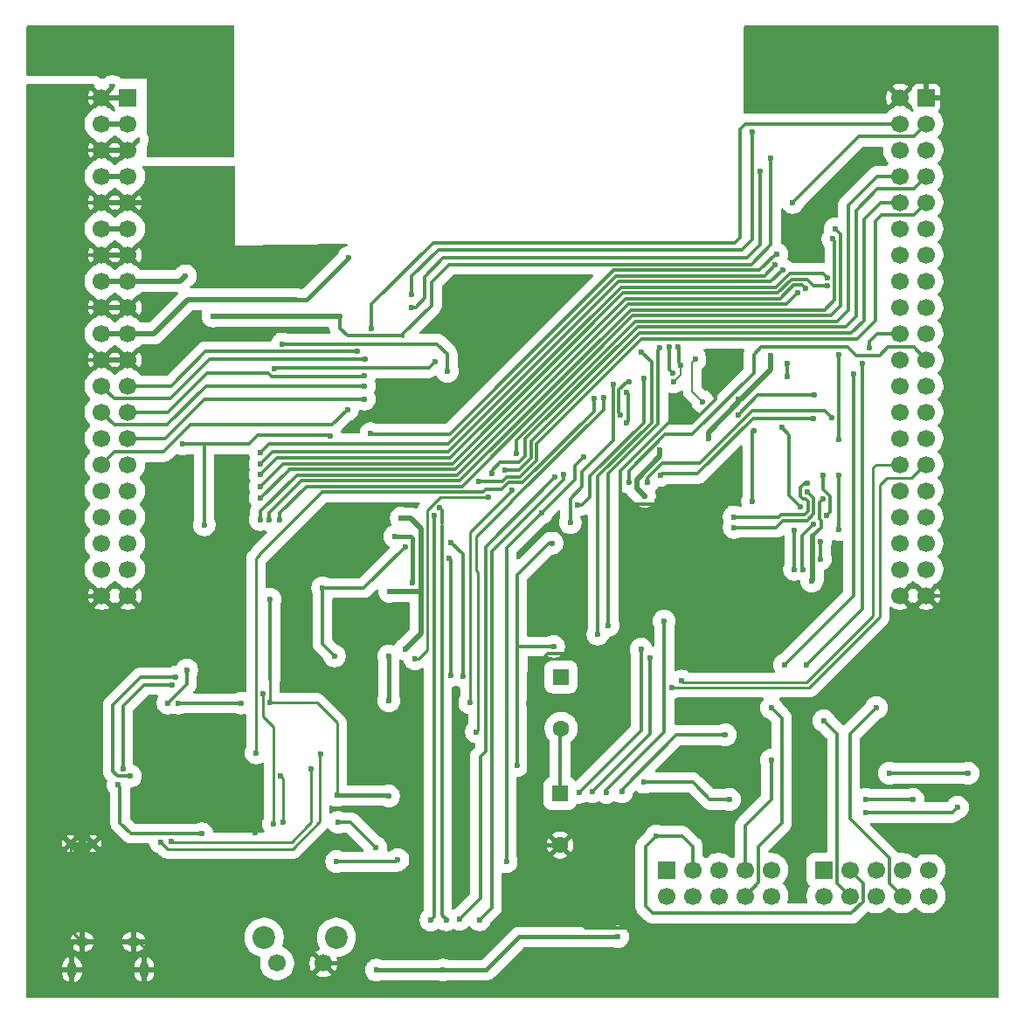
<source format=gbl>
%TF.GenerationSoftware,KiCad,Pcbnew,9.0.6-9.0.6~ubuntu25.04.1*%
%TF.CreationDate,2025-12-03T21:27:17+01:00*%
%TF.ProjectId,CPU,4350552e-6b69-4636-9164-5f7063625858,V0.4*%
%TF.SameCoordinates,Original*%
%TF.FileFunction,Copper,L2,Bot*%
%TF.FilePolarity,Positive*%
%FSLAX46Y46*%
G04 Gerber Fmt 4.6, Leading zero omitted, Abs format (unit mm)*
G04 Created by KiCad (PCBNEW 9.0.6-9.0.6~ubuntu25.04.1) date 2025-12-03 21:27:17*
%MOMM*%
%LPD*%
G01*
G04 APERTURE LIST*
%TA.AperFunction,ComponentPad*%
%ADD10R,1.600000X1.600000*%
%TD*%
%TA.AperFunction,ComponentPad*%
%ADD11C,1.600000*%
%TD*%
%TA.AperFunction,HeatsinkPad*%
%ADD12C,0.600000*%
%TD*%
%TA.AperFunction,ComponentPad*%
%ADD13R,1.700000X1.700000*%
%TD*%
%TA.AperFunction,ComponentPad*%
%ADD14C,1.700000*%
%TD*%
%TA.AperFunction,HeatsinkPad*%
%ADD15O,0.890000X1.550000*%
%TD*%
%TA.AperFunction,HeatsinkPad*%
%ADD16O,1.250000X0.950000*%
%TD*%
%TA.AperFunction,ComponentPad*%
%ADD17C,2.200000*%
%TD*%
%TA.AperFunction,ComponentPad*%
%ADD18C,0.610000*%
%TD*%
%TA.AperFunction,ViaPad*%
%ADD19C,0.600000*%
%TD*%
%TA.AperFunction,Conductor*%
%ADD20C,0.350000*%
%TD*%
%TA.AperFunction,Conductor*%
%ADD21C,0.400000*%
%TD*%
%TA.AperFunction,Conductor*%
%ADD22C,0.250000*%
%TD*%
%TA.AperFunction,Conductor*%
%ADD23C,0.500000*%
%TD*%
%TA.AperFunction,Conductor*%
%ADD24C,0.300000*%
%TD*%
%TA.AperFunction,Conductor*%
%ADD25C,0.200000*%
%TD*%
G04 APERTURE END LIST*
D10*
%TO.P,C201,1*%
%TO.N,Net-(C201-Pad1)*%
X139950000Y-125741067D03*
D11*
%TO.P,C201,2*%
%TO.N,Net-(C201-Pad2)*%
X139950000Y-130741067D03*
%TD*%
D12*
%TO.P,U401,39,GND*%
%TO.N,GND*%
X130389000Y-91347500D03*
X130389000Y-92872500D03*
X131151500Y-90585000D03*
X131151500Y-92110000D03*
X131151500Y-93635000D03*
X131914000Y-91347500D03*
X131914000Y-92872500D03*
X132676500Y-90585000D03*
X132676500Y-92110000D03*
X132676500Y-93635000D03*
X133439000Y-91347500D03*
X133439000Y-92872500D03*
%TD*%
D13*
%TO.P,J602,1,Pin_1*%
%TO.N,Net-(J602-Pin_1)*%
X150154000Y-144445000D03*
D14*
%TO.P,J602,2,Pin_2*%
%TO.N,Net-(J602-Pin_2)*%
X150154000Y-146985000D03*
%TO.P,J602,3,Pin_3*%
%TO.N,Net-(J601-Pin_3)*%
X152694000Y-144445000D03*
%TO.P,J602,4,Pin_4*%
%TO.N,Net-(J602-Pin_4)*%
X152694000Y-146985000D03*
%TO.P,J602,5,Pin_5*%
%TO.N,Net-(J602-Pin_5)*%
X155234000Y-144445000D03*
%TO.P,J602,6,Pin_6*%
%TO.N,Net-(J602-Pin_6)*%
X155234000Y-146985000D03*
%TO.P,J602,7,Pin_7*%
%TO.N,Net-(J602-Pin_7)*%
X157774000Y-144445000D03*
%TO.P,J602,8,Pin_8*%
%TO.N,Net-(J602-Pin_8)*%
X157774000Y-146985000D03*
%TO.P,J602,9,Pin_9*%
%TO.N,Net-(J601-Pin_9)*%
X160314000Y-144445000D03*
%TO.P,J602,10,Pin_10*%
%TO.N,Net-(J602-Pin_10)*%
X160314000Y-146985000D03*
%TD*%
D15*
%TO.P,J101,6,Shield*%
%TO.N,GND*%
X92552000Y-154109400D03*
D16*
X93552000Y-151409400D03*
X98552000Y-151409400D03*
D15*
X99552000Y-154109400D03*
%TD*%
D17*
%TO.P,SW102,*%
%TO.N,*%
X118174000Y-150990000D03*
X111174000Y-150990000D03*
D14*
%TO.P,SW102,1,1*%
%TO.N,GND*%
X116924000Y-153490000D03*
%TO.P,SW102,2,2*%
%TO.N,/RESET*%
X112424000Y-153490000D03*
%TD*%
D10*
%TO.P,C202,1*%
%TO.N,Net-(C201-Pad2)*%
X139850000Y-137050000D03*
D11*
%TO.P,C202,2*%
%TO.N,GND*%
X139850000Y-142050000D03*
%TD*%
D18*
%TO.P,FL301,2,GND*%
%TO.N,GND*%
X94614700Y-141909800D03*
%TO.P,FL301,4,GND*%
X92404700Y-141909800D03*
%TD*%
D13*
%TO.P,J501,1,Pin_1*%
%TO.N,GND*%
X97984000Y-69620000D03*
D14*
%TO.P,J501,2,Pin_2*%
X95444000Y-69620000D03*
%TO.P,J501,3,Pin_3*%
%TO.N,+BATT*%
X97984000Y-72160000D03*
%TO.P,J501,4,Pin_4*%
X95444000Y-72160000D03*
%TO.P,J501,5,Pin_5*%
%TO.N,GND*%
X97984000Y-74700000D03*
%TO.P,J501,6,Pin_6*%
X95444000Y-74700000D03*
%TO.P,J501,7,Pin_7*%
%TO.N,+12V*%
X97984000Y-77240000D03*
%TO.P,J501,8,Pin_8*%
X95444000Y-77240000D03*
%TO.P,J501,9,Pin_9*%
%TO.N,GND*%
X97984000Y-79780000D03*
%TO.P,J501,10,Pin_10*%
X95444000Y-79780000D03*
%TO.P,J501,11,Pin_11*%
%TO.N,+5VA*%
X97984000Y-82320000D03*
%TO.P,J501,12,Pin_12*%
X95444000Y-82320000D03*
%TO.P,J501,13,Pin_13*%
%TO.N,GND*%
X97984000Y-84860000D03*
%TO.P,J501,14,Pin_14*%
X95444000Y-84860000D03*
%TO.P,J501,15,Pin_15*%
%TO.N,+5VD*%
X97984000Y-87400000D03*
%TO.P,J501,16,Pin_16*%
X95444000Y-87400000D03*
%TO.P,J501,17,Pin_17*%
%TO.N,GND*%
X97984000Y-89940000D03*
%TO.P,J501,18,Pin_18*%
X95444000Y-89940000D03*
%TO.P,J501,19,Pin_19*%
%TO.N,+3.3V*%
X97984000Y-92480000D03*
%TO.P,J501,20,Pin_20*%
X95444000Y-92480000D03*
%TO.P,J501,21,Pin_21*%
%TO.N,GND*%
X97984000Y-95020000D03*
%TO.P,J501,22,Pin_22*%
X95444000Y-95020000D03*
%TO.P,J501,23,Pin_23*%
%TO.N,/PWM0*%
X97984000Y-97560000D03*
%TO.P,J501,24,Pin_24*%
%TO.N,/PWM1*%
X95444000Y-97560000D03*
%TO.P,J501,25,Pin_25*%
%TO.N,/PWM2*%
X97984000Y-100100000D03*
%TO.P,J501,26,Pin_26*%
%TO.N,/PWM3*%
X95444000Y-100100000D03*
%TO.P,J501,27,Pin_27*%
%TO.N,/PWM4*%
X97984000Y-102640000D03*
%TO.P,J501,28,Pin_28*%
%TO.N,/CMOS_BUS/INT0*%
X95444000Y-102640000D03*
%TO.P,J501,29,Pin_29*%
%TO.N,/CMOS_BUS/INT1*%
X97984000Y-105180000D03*
%TO.P,J501,30,Pin_30*%
%TO.N,/IO8*%
X95444000Y-105180000D03*
%TO.P,J501,31,Pin_31*%
%TO.N,/IO0*%
X97984000Y-107720000D03*
%TO.P,J501,32,Pin_32*%
%TO.N,/IO1*%
X95444000Y-107720000D03*
%TO.P,J501,33,Pin_33*%
%TO.N,/IO2*%
X97984000Y-110260000D03*
%TO.P,J501,34,Pin_34*%
%TO.N,/IO3*%
X95444000Y-110260000D03*
%TO.P,J501,35,Pin_35*%
%TO.N,/IO4*%
X97984000Y-112800000D03*
%TO.P,J501,36,Pin_36*%
%TO.N,/IO5*%
X95444000Y-112800000D03*
%TO.P,J501,37,Pin_37*%
%TO.N,/IO6*%
X97984000Y-115340000D03*
%TO.P,J501,38,Pin_38*%
%TO.N,/IO7*%
X95444000Y-115340000D03*
%TO.P,J501,39,Pin_39*%
%TO.N,GND*%
X97984000Y-117880000D03*
%TO.P,J501,40,Pin_40*%
X95444000Y-117880000D03*
%TD*%
D13*
%TO.P,J601,1,Pin_1*%
%TO.N,/SEVEN SEGMENTS/F34*%
X165394000Y-144445000D03*
D14*
%TO.P,J601,2,Pin_2*%
%TO.N,/SEVEN SEGMENTS/E34*%
X165394000Y-146985000D03*
%TO.P,J601,3,Pin_3*%
%TO.N,Net-(J601-Pin_3)*%
X167934000Y-144445000D03*
%TO.P,J601,4,Pin_4*%
%TO.N,/SEVEN SEGMENTS/D34*%
X167934000Y-146985000D03*
%TO.P,J601,5,Pin_5*%
%TO.N,/SEVEN SEGMENTS/B34*%
X170474000Y-144445000D03*
%TO.P,J601,6,Pin_6*%
%TO.N,/SEVEN SEGMENTS/C34*%
X170474000Y-146985000D03*
%TO.P,J601,7,Pin_7*%
%TO.N,/SEVEN SEGMENTS/A34*%
X173014000Y-144445000D03*
%TO.P,J601,8,Pin_8*%
%TO.N,/SEVEN SEGMENTS/G34*%
X173014000Y-146985000D03*
%TO.P,J601,9,Pin_9*%
%TO.N,Net-(J601-Pin_9)*%
X175554000Y-144445000D03*
%TO.P,J601,10,Pin_10*%
%TO.N,/SEVEN SEGMENTS/P34*%
X175554000Y-146985000D03*
%TD*%
D13*
%TO.P,J502,1,Pin_1*%
%TO.N,GND*%
X175344000Y-69620000D03*
D14*
%TO.P,J502,2,Pin_2*%
X172804000Y-69620000D03*
%TO.P,J502,3,Pin_3*%
%TO.N,/T1CK*%
X175344000Y-72160000D03*
%TO.P,J502,4,Pin_4*%
%TO.N,/T2CK*%
X172804000Y-72160000D03*
%TO.P,J502,5,Pin_5*%
%TO.N,/CANH*%
X175344000Y-74700000D03*
%TO.P,J502,6,Pin_6*%
%TO.N,/CANL*%
X172804000Y-74700000D03*
%TO.P,J502,7,Pin_7*%
%TO.N,/SCK*%
X175344000Y-77240000D03*
%TO.P,J502,8,Pin_8*%
%TO.N,/SDI*%
X172804000Y-77240000D03*
%TO.P,J502,9,Pin_9*%
%TO.N,/SCS*%
X175344000Y-79780000D03*
%TO.P,J502,10,Pin_10*%
%TO.N,/SDO*%
X172804000Y-79780000D03*
%TO.P,J502,11,Pin_11*%
%TO.N,/RETRO*%
X175344000Y-82320000D03*
%TO.P,J502,12,Pin_12*%
%TO.N,/D0*%
X172804000Y-82320000D03*
%TO.P,J502,13,Pin_13*%
%TO.N,/D1*%
X175344000Y-84860000D03*
%TO.P,J502,14,Pin_14*%
%TO.N,/D2*%
X172804000Y-84860000D03*
%TO.P,J502,15,Pin_15*%
%TO.N,/D3*%
X175344000Y-87400000D03*
%TO.P,J502,16,Pin_16*%
%TO.N,/D4*%
X172804000Y-87400000D03*
%TO.P,J502,17,Pin_17*%
%TO.N,/D5*%
X175344000Y-89940000D03*
%TO.P,J502,18,Pin_18*%
%TO.N,/D6*%
X172804000Y-89940000D03*
%TO.P,J502,19,Pin_19*%
%TO.N,/D7*%
X175344000Y-92480000D03*
%TO.P,J502,20,Pin_20*%
%TO.N,/E*%
X172804000Y-92480000D03*
%TO.P,J502,21,Pin_21*%
%TO.N,/RS*%
X175344000Y-95020000D03*
%TO.P,J502,22,Pin_22*%
%TO.N,/RW*%
X172804000Y-95020000D03*
%TO.P,J502,23,Pin_23*%
%TO.N,/CMOS_BUS/UART-RX0*%
X175344000Y-97560000D03*
%TO.P,J502,24,Pin_24*%
%TO.N,/CMOS_BUS/UART-TX0*%
X172804000Y-97560000D03*
%TO.P,J502,25,Pin_25*%
%TO.N,/RX1*%
X175344000Y-100100000D03*
%TO.P,J502,26,Pin_26*%
%TO.N,/TX1*%
X172804000Y-100100000D03*
%TO.P,J502,27,Pin_27*%
%TO.N,/RX2*%
X175344000Y-102640000D03*
%TO.P,J502,28,Pin_28*%
%TO.N,/TX2*%
X172804000Y-102640000D03*
%TO.P,J502,29,Pin_29*%
%TO.N,/RX3*%
X175344000Y-105180000D03*
%TO.P,J502,30,Pin_30*%
%TO.N,/TX3*%
X172804000Y-105180000D03*
%TO.P,J502,31,Pin_31*%
%TO.N,/SDA0-E*%
X175344000Y-107720000D03*
%TO.P,J502,32,Pin_32*%
%TO.N,/SCL0-E*%
X172804000Y-107720000D03*
%TO.P,J502,33,Pin_33*%
%TO.N,/SDA1-E*%
X175344000Y-110260000D03*
%TO.P,J502,34,Pin_34*%
%TO.N,/SCL1-E*%
X172804000Y-110260000D03*
%TO.P,J502,35,Pin_35*%
%TO.N,/SDA2-E*%
X175344000Y-112800000D03*
%TO.P,J502,36,Pin_36*%
%TO.N,/SCL2-E*%
X172804000Y-112800000D03*
%TO.P,J502,37,Pin_37*%
%TO.N,/RESET*%
X175344000Y-115340000D03*
%TO.P,J502,38,Pin_38*%
%TO.N,/IO9*%
X172804000Y-115340000D03*
%TO.P,J502,39,Pin_39*%
%TO.N,GND*%
X175344000Y-117880000D03*
%TO.P,J502,40,Pin_40*%
X172804000Y-117880000D03*
%TD*%
D19*
%TO.N,GND*%
X153085800Y-124670000D03*
X149233000Y-108712000D03*
X110312200Y-140868400D03*
X140294000Y-148020000D03*
X181162000Y-142820000D03*
X90576400Y-135839200D03*
X129692400Y-138252200D03*
X153085800Y-113923000D03*
X154186000Y-94361000D03*
X136810500Y-128300000D03*
X141650000Y-117602000D03*
X163601400Y-83362800D03*
X104783000Y-83439000D03*
X158175000Y-150070000D03*
X104783000Y-83439000D03*
X171994000Y-140570000D03*
%TO.N,+5VD*%
X135712200Y-134315200D03*
X148039389Y-108236197D03*
X139221447Y-122789400D03*
X154216585Y-102663000D03*
X149538345Y-103732778D03*
X103564000Y-86870000D03*
X125548800Y-116620000D03*
X123844000Y-112120000D03*
X178368000Y-138386000D03*
X106205500Y-90779500D03*
X139073000Y-112776000D03*
X157144032Y-98880000D03*
X160282000Y-94578000D03*
X160282000Y-75438000D03*
X169478000Y-138894000D03*
X118499000Y-90805000D03*
%TO.N,+3.3V*%
X124849000Y-123063000D03*
X101600000Y-66167000D03*
X102133400Y-67183000D03*
X114181000Y-89154000D03*
X122044000Y-154170000D03*
X124468000Y-110363000D03*
X166886000Y-94488000D03*
X149936200Y-120320000D03*
X105384600Y-67233800D03*
X164242500Y-116482500D03*
X144373600Y-136956800D03*
X106502200Y-67259200D03*
X153678000Y-99060000D03*
X103124000Y-67259200D03*
X123325000Y-117475000D03*
X166886000Y-102743000D03*
X152981669Y-94939636D03*
X104216200Y-67259200D03*
X105968800Y-66192400D03*
X105105200Y-66243200D03*
X165311119Y-108527496D03*
X103378000Y-66192400D03*
X102590600Y-66192400D03*
X104241600Y-66243200D03*
X145440400Y-150952200D03*
X128544000Y-154170000D03*
X106908600Y-66192400D03*
X119344000Y-85120000D03*
%TO.N,/ESP32 Module/BOOT*%
X142121000Y-104394000D03*
X134650000Y-143650000D03*
X118200000Y-143650000D03*
X138057000Y-109855000D03*
X124143200Y-143462165D03*
%TO.N,Net-(C201-Pad1)*%
X123254659Y-123702746D03*
X123266200Y-128066800D03*
%TO.N,/PWM4*%
X120912000Y-98806000D03*
%TO.N,/PWM3*%
X120912000Y-97536000D03*
%TO.N,/PWM1*%
X120950000Y-94950000D03*
%TO.N,/PWM0*%
X120250000Y-94150000D03*
%TO.N,/PWM2*%
X120912000Y-96525000D03*
%TO.N,/SCL2-E*%
X165108000Y-114300000D03*
X165108000Y-112623000D03*
%TO.N,/SDO*%
X134544000Y-105670000D03*
%TO.N,/SCL1-E*%
X164422737Y-110955691D03*
X165362000Y-106172000D03*
X163418003Y-115316000D03*
X165668449Y-110130748D03*
%TO.N,/SDA0-E*%
X156726000Y-110236000D03*
X163838000Y-106934000D03*
%TO.N,/SCK*%
X133248400Y-106070400D03*
%TO.N,/T2CK*%
X121550000Y-91950000D03*
%TO.N,/SDI*%
X135594000Y-104120000D03*
%TO.N,/SDA1-E*%
X162568000Y-111506000D03*
X166886000Y-111486000D03*
X162568000Y-115316000D03*
X166886000Y-106172000D03*
%TO.N,/SCS*%
X131978400Y-106781600D03*
%TO.N,/SDA*%
X150462657Y-93725000D03*
X128944000Y-96139000D03*
X112944000Y-93472000D03*
X150801573Y-96301644D03*
%TO.N,/SCL*%
X151576811Y-95506523D03*
X150866398Y-97149171D03*
X112194000Y-95900000D03*
X151296218Y-93725000D03*
X127744000Y-95220000D03*
%TO.N,/T1CK*%
X162404000Y-79756000D03*
%TO.N,/ESP32 Module/RTS*%
X113050000Y-139850000D03*
X112767167Y-135345800D03*
%TO.N,/TX3*%
X116636962Y-133263000D03*
X151612600Y-126147200D03*
X101142800Y-141757400D03*
%TO.N,/RX3*%
X115747800Y-134645400D03*
X150647400Y-126796800D03*
X102133400Y-141706600D03*
%TO.N,/SEVEN SEGMENTS/D34*%
X165414000Y-130004000D03*
%TO.N,/SEVEN SEGMENTS/G34*%
X170494000Y-128720000D03*
%TO.N,/ESP32 Module/TX0*%
X97506600Y-134693950D03*
X102223800Y-126542800D03*
X143518000Y-121589800D03*
X147752823Y-94240288D03*
%TO.N,/ESP32 Module/RX0*%
X149541454Y-93893775D03*
X102590600Y-125780800D03*
X144534000Y-120751600D03*
X98229769Y-135372950D03*
%TO.N,/SCL1*%
X146513035Y-97141011D03*
X163155000Y-109220000D03*
X161328320Y-101587520D03*
X145725000Y-100330000D03*
%TO.N,/SDA1*%
X146282463Y-101154515D03*
X158504000Y-108712000D03*
X146282463Y-98200000D03*
X158628810Y-101859000D03*
%TO.N,/RX1*%
X157107000Y-100330000D03*
X143129000Y-98740000D03*
X164473000Y-98425000D03*
X110388400Y-133096000D03*
%TO.N,/SEVEN SEGMENTS/P34*%
X179384000Y-135084000D03*
X171764000Y-135084000D03*
%TO.N,/ESP32 Module/CAN-RX*%
X159266000Y-76708000D03*
X125484000Y-89916000D03*
%TO.N,Net-(J601-Pin_3)*%
X149158000Y-141180000D03*
%TO.N,/TX2*%
X164440716Y-100667787D03*
X135178800Y-107654525D03*
X102819200Y-128295400D03*
X149556782Y-106235624D03*
X108940600Y-128295400D03*
X131091400Y-128244600D03*
%TO.N,/ESP32 Module/CAN-TX*%
X125484000Y-88646000D03*
X158504000Y-72898000D03*
%TO.N,/RX2*%
X132918200Y-108331000D03*
X125779966Y-124022000D03*
X166161000Y-100644231D03*
X103682800Y-125069600D03*
X101854000Y-128270000D03*
X148344012Y-106870912D03*
%TO.N,Net-(J602-Pin_8)*%
X160334000Y-128734000D03*
%TO.N,Net-(J602-Pin_2)*%
X155858298Y-131370298D03*
X145844000Y-136900000D03*
%TO.N,/TX1*%
X131749800Y-131064000D03*
X144062074Y-98711126D03*
%TO.N,/SCL-5V*%
X169172000Y-95377000D03*
X141740000Y-136906000D03*
X161842689Y-96662000D03*
X129105200Y-114220597D03*
X163736000Y-124562000D03*
X129286000Y-125628400D03*
X147700000Y-123070000D03*
X161837200Y-95362000D03*
%TO.N,/D6*%
X110802000Y-105153000D03*
X161412179Y-86284353D03*
%TO.N,/D4*%
X165738000Y-87862540D03*
X110802000Y-107312000D03*
%TO.N,/D7*%
X110802000Y-104010000D03*
X160692938Y-85831368D03*
%TO.N,/RESET*%
X111750000Y-128244600D03*
X103244000Y-103170000D03*
X123240800Y-137287000D03*
X105359200Y-110998000D03*
X111750000Y-118211600D03*
X117594000Y-102362000D03*
X118237000Y-137240147D03*
%TO.N,/D2*%
X110798807Y-110505432D03*
X162907880Y-88484652D03*
%TO.N,/RW*%
X121513600Y-102184200D03*
X160862000Y-84763000D03*
%TO.N,/E*%
X141568000Y-109093000D03*
X169807000Y-93853000D03*
X147963000Y-96774000D03*
%TO.N,/D3*%
X163682438Y-88134562D03*
X110802000Y-108455000D03*
%TO.N,/RS*%
X146527558Y-106919599D03*
%TO.N,/D5*%
X110802000Y-106169000D03*
X165738000Y-87047153D03*
%TO.N,/D0*%
X166505000Y-82320000D03*
X112694000Y-110553600D03*
%TO.N,/D1*%
X166288000Y-83310772D03*
X111639028Y-110553600D03*
%TO.N,/IO8*%
X119261000Y-99822000D03*
%TO.N,/SDA-5V*%
X124844000Y-113120000D03*
X168283000Y-96393000D03*
X142950000Y-136900000D03*
X130429000Y-125693000D03*
X148600000Y-123900000D03*
X129294000Y-112715000D03*
X161594000Y-124570000D03*
X116844000Y-117120000D03*
X117983149Y-123708800D03*
%TO.N,Net-(U401-IO2)*%
X130094000Y-149220000D03*
X139385031Y-106379525D03*
%TO.N,Net-(U401-IO4)*%
X140164449Y-106086229D03*
X132044000Y-149270000D03*
%TO.N,Net-(U401-IO5)*%
X145000000Y-97450000D03*
X140843000Y-110820200D03*
X127649600Y-110119605D03*
X127355600Y-149301200D03*
%TO.N,Net-(U401-IO12)*%
X128183652Y-109383065D03*
X128828800Y-149275800D03*
%TO.N,Net-(J602-Pin_7)*%
X160334000Y-133814000D03*
%TO.N,Net-(Q601-B)*%
X174050000Y-137624000D03*
X169478000Y-137624000D03*
%TO.N,Net-(Q602-B)*%
X148015000Y-135973000D03*
X156270000Y-137624000D03*
%TO.N,/SCL0-E*%
X163838000Y-107784003D03*
X156726000Y-111252000D03*
%TO.N,/ESP32 Module/DTR*%
X111099600Y-127406400D03*
X112092167Y-140000500D03*
%TO.N,Net-(Q402-B)*%
X118350000Y-139850000D03*
X122000000Y-142300000D03*
%TO.N,Net-(U402-VIO)*%
X105130600Y-140944600D03*
X97002600Y-136197950D03*
%TD*%
D20*
%TO.N,GND*%
X139314000Y-149000000D02*
X140294000Y-148020000D01*
X95444000Y-84860000D02*
X92704000Y-84860000D01*
D21*
X90576400Y-118948200D02*
X92659200Y-116865400D01*
D20*
X148979000Y-108966000D02*
X146693000Y-108966000D01*
X177544000Y-69620000D02*
X178744000Y-70820000D01*
X138685600Y-123514400D02*
X140885600Y-123514400D01*
D22*
X92404700Y-150262100D02*
X93552000Y-151409400D01*
D20*
X158175000Y-150070000D02*
X153944000Y-150070000D01*
D21*
X119837200Y-153490000D02*
X116924000Y-153490000D01*
D20*
X94284000Y-117880000D02*
X95444000Y-117880000D01*
D21*
X132562600Y-150622000D02*
X122705200Y-150622000D01*
D22*
X92528000Y-153416000D02*
X92528000Y-151716000D01*
D20*
X140294000Y-148020000D02*
X141478000Y-149204000D01*
D21*
X93673800Y-117880000D02*
X95444000Y-117880000D01*
D20*
X171994000Y-140570000D02*
X174255000Y-142831000D01*
X174255000Y-142831000D02*
X177733000Y-142831000D01*
X136810500Y-125389500D02*
X138685600Y-123514400D01*
D23*
X95444000Y-95020000D02*
X97984000Y-95020000D01*
D20*
X92784000Y-79780000D02*
X92694000Y-79870000D01*
X154948000Y-97917000D02*
X154186000Y-97155000D01*
X175344000Y-117880000D02*
X178034000Y-117880000D01*
X178744000Y-70820000D02*
X178744000Y-117170000D01*
X95444000Y-89940000D02*
X92714000Y-89940000D01*
D21*
X90576400Y-135839200D02*
X90576400Y-118948200D01*
D20*
X178034000Y-117880000D02*
X178744000Y-117170000D01*
D21*
X138894000Y-146620000D02*
X140294000Y-148020000D01*
D24*
X153085800Y-113923000D02*
X153085800Y-124670000D01*
D20*
X148487400Y-102976226D02*
X150371626Y-101092000D01*
X95444000Y-95020000D02*
X92694000Y-95020000D01*
X136810500Y-128300000D02*
X136810500Y-125389500D01*
D21*
X94614700Y-141909800D02*
X94614700Y-142087300D01*
X136600000Y-149000000D02*
X134184600Y-149000000D01*
D20*
X92694000Y-95020000D02*
X92694000Y-116570000D01*
D21*
X94614700Y-142087300D02*
X98552000Y-146024600D01*
D22*
X93552000Y-151409400D02*
X98552000Y-151409400D01*
D23*
X95444000Y-84860000D02*
X97984000Y-84860000D01*
D20*
X92694000Y-74720000D02*
X92694000Y-79870000D01*
X149233000Y-108712000D02*
X148979000Y-108966000D01*
X92694000Y-84870000D02*
X92694000Y-89920000D01*
D23*
X135919000Y-136502000D02*
X136810500Y-135610500D01*
D22*
X98552000Y-151409400D02*
X98994600Y-151409400D01*
D21*
X139850000Y-142050000D02*
X135931200Y-142050000D01*
D20*
X145677000Y-105830452D02*
X148487400Y-103020052D01*
X154186000Y-97155000D02*
X154186000Y-94361000D01*
X92694000Y-79870000D02*
X92694000Y-84870000D01*
D22*
X92404700Y-141909800D02*
X92404700Y-150262100D01*
D20*
X92694000Y-116570000D02*
X94144000Y-118020000D01*
X92704000Y-84860000D02*
X92694000Y-84870000D01*
X158175000Y-150070000D02*
X142344000Y-150070000D01*
X148487400Y-103020052D02*
X148487400Y-102976226D01*
D22*
X93552000Y-151409400D02*
X92834600Y-151409400D01*
D20*
X136600000Y-149000000D02*
X139314000Y-149000000D01*
D21*
X135919000Y-146620000D02*
X138894000Y-146620000D01*
D20*
X95444000Y-79780000D02*
X92784000Y-79780000D01*
D23*
X95444000Y-69620000D02*
X97984000Y-69620000D01*
X95444000Y-79780000D02*
X97984000Y-79780000D01*
D22*
X92290800Y-150148200D02*
X93552000Y-151409400D01*
D21*
X98552000Y-146024600D02*
X98552000Y-151409400D01*
D23*
X135919000Y-142062200D02*
X135919000Y-136502000D01*
D20*
X141650000Y-122750000D02*
X141650000Y-117602000D01*
D21*
X94614700Y-141909800D02*
X92404700Y-141909800D01*
D20*
X136810500Y-130600000D02*
X136810500Y-128300000D01*
X93544000Y-69620000D02*
X92694000Y-70470000D01*
D21*
X134184600Y-149000000D02*
X132562600Y-150622000D01*
D20*
X152662000Y-101092000D02*
X154948000Y-98806000D01*
X145677000Y-107950000D02*
X145677000Y-105830452D01*
X136810500Y-130600000D02*
X136810500Y-135610500D01*
X177733000Y-142831000D02*
X181151000Y-142831000D01*
X95444000Y-69620000D02*
X93544000Y-69620000D01*
X92714000Y-89940000D02*
X92694000Y-89920000D01*
X92714000Y-74700000D02*
X92694000Y-74720000D01*
X154948000Y-98806000D02*
X154948000Y-97917000D01*
X94144000Y-118020000D02*
X94284000Y-117880000D01*
D21*
X92659200Y-116865400D02*
X93673800Y-117880000D01*
D22*
X92528000Y-151716000D02*
X92834600Y-151409400D01*
D21*
X135931200Y-142050000D02*
X135919000Y-142062200D01*
D20*
X181151000Y-142831000D02*
X181162000Y-142820000D01*
X175344000Y-69620000D02*
X177544000Y-69620000D01*
X150371626Y-101092000D02*
X152662000Y-101092000D01*
X142344000Y-150070000D02*
X140294000Y-148020000D01*
X95444000Y-74700000D02*
X92714000Y-74700000D01*
X92694000Y-70470000D02*
X92694000Y-74720000D01*
D22*
X92552000Y-154109400D02*
X99552000Y-154109400D01*
D21*
X122705200Y-150622000D02*
X119837200Y-153490000D01*
D20*
X92694000Y-89920000D02*
X92694000Y-95020000D01*
X140885600Y-123514400D02*
X141650000Y-122750000D01*
D22*
X99528000Y-153416000D02*
X99528000Y-151942800D01*
D23*
X97984000Y-79780000D02*
X102454000Y-79780000D01*
X104783000Y-83439000D02*
X104783000Y-82109000D01*
X95444000Y-74700000D02*
X97984000Y-74700000D01*
D22*
X98994600Y-151409400D02*
X99528000Y-151942800D01*
D23*
X135919000Y-146620000D02*
X135919000Y-142062200D01*
D20*
X146693000Y-108966000D02*
X145677000Y-107950000D01*
D23*
X95444000Y-89940000D02*
X97984000Y-89940000D01*
X104783000Y-82109000D02*
X102454000Y-79780000D01*
D20*
%TO.N,+5VD*%
X169478000Y-138894000D02*
X177860000Y-138894000D01*
D23*
X147289458Y-107486266D02*
X148039389Y-108236197D01*
D20*
X124600000Y-92700000D02*
X124650000Y-92750000D01*
D23*
X106231000Y-90805000D02*
X106205500Y-90779500D01*
D20*
X124650000Y-92528000D02*
X127410400Y-89767600D01*
D23*
X118499000Y-90805000D02*
X106231000Y-90805000D01*
D20*
X135712200Y-122821200D02*
X135700000Y-122809000D01*
D23*
X157404694Y-98880000D02*
X160282000Y-96002694D01*
D20*
X127410400Y-89767600D02*
X127410400Y-87473600D01*
X129109000Y-85775000D02*
X158375000Y-85775000D01*
X135700000Y-129184400D02*
X135700000Y-122809000D01*
D24*
X139221447Y-122789400D02*
X135719600Y-122789400D01*
D20*
X158375000Y-85775000D02*
X160282000Y-83868000D01*
D23*
X147289458Y-106641702D02*
X147289458Y-107486266D01*
D20*
X118499000Y-91949000D02*
X119250000Y-92700000D01*
X177860000Y-138894000D02*
X178368000Y-138386000D01*
X124650000Y-92750000D02*
X124650000Y-92528000D01*
D21*
X135700000Y-134303000D02*
X135712200Y-134315200D01*
D23*
X157144032Y-99140662D02*
X157144032Y-98880000D01*
X149538345Y-104392815D02*
X147289458Y-106641702D01*
D20*
X138774000Y-112776000D02*
X139073000Y-112776000D01*
X118499000Y-90805000D02*
X118499000Y-91949000D01*
D23*
X103034000Y-87400000D02*
X103564000Y-86870000D01*
D21*
X123844000Y-112120000D02*
X125344000Y-112120000D01*
D20*
X119250000Y-92700000D02*
X124600000Y-92700000D01*
X135700000Y-115850000D02*
X138774000Y-112776000D01*
D23*
X97984000Y-87400000D02*
X95444000Y-87400000D01*
X154216585Y-102663000D02*
X154216585Y-102068109D01*
X97984000Y-87400000D02*
X103034000Y-87400000D01*
D20*
X160282000Y-83868000D02*
X160282000Y-75438000D01*
X135700000Y-122250000D02*
X135700000Y-115850000D01*
D23*
X154216585Y-102068109D02*
X157144032Y-99140662D01*
D21*
X125548800Y-112324800D02*
X125548800Y-116620000D01*
D20*
X127410400Y-87473600D02*
X129109000Y-85775000D01*
X135712200Y-134315200D02*
X135712200Y-122821200D01*
D23*
X160282000Y-96002694D02*
X160282000Y-94578000D01*
X149538345Y-103732778D02*
X149538345Y-104392815D01*
D20*
X135700000Y-122809000D02*
X135700000Y-122250000D01*
X135700000Y-130350000D02*
X135700000Y-129184400D01*
D23*
X157144032Y-98880000D02*
X157404694Y-98880000D01*
D24*
X135719600Y-122789400D02*
X135700000Y-122809000D01*
D21*
X125344000Y-112120000D02*
X125548800Y-112324800D01*
D23*
%TO.N,+3.3V*%
X123325000Y-117475000D02*
X126319702Y-117475000D01*
D25*
X153678000Y-99060000D02*
X152662000Y-98044000D01*
D21*
X145440400Y-150952200D02*
X135890000Y-150952200D01*
D25*
X152662000Y-98044000D02*
X152662000Y-95259305D01*
D23*
X103810000Y-89154000D02*
X100484000Y-92480000D01*
D20*
X164346000Y-112057733D02*
X165147737Y-111255996D01*
D25*
X152662000Y-95259305D02*
X152981669Y-94939636D01*
D23*
X114181000Y-89154000D02*
X103810000Y-89154000D01*
X164346000Y-116379000D02*
X164346000Y-112057733D01*
X164242500Y-116482500D02*
X164346000Y-116379000D01*
D20*
X165147737Y-111255996D02*
X165147737Y-110655386D01*
X122044000Y-154170000D02*
X122055500Y-154158500D01*
X166886000Y-102743000D02*
X166886000Y-94488000D01*
X149961600Y-131089400D02*
X149961600Y-120345400D01*
X164980000Y-108858615D02*
X165311119Y-108527496D01*
X164980000Y-110487649D02*
X164980000Y-108858615D01*
D21*
X115310000Y-89154000D02*
X119344000Y-85120000D01*
D23*
X126319702Y-117475000D02*
X126341000Y-117496298D01*
X124849000Y-123063000D02*
X126348800Y-121563200D01*
D21*
X132672200Y-154170000D02*
X135890000Y-150952200D01*
X122044000Y-154170000D02*
X128544000Y-154170000D01*
D20*
X149961600Y-120345400D02*
X149936200Y-120320000D01*
D23*
X125362116Y-110363000D02*
X124468000Y-110363000D01*
X97984000Y-92480000D02*
X95444000Y-92480000D01*
D21*
X114181000Y-89154000D02*
X115310000Y-89154000D01*
X128544000Y-154170000D02*
X132672200Y-154170000D01*
D20*
X165147737Y-110655386D02*
X164980000Y-110487649D01*
D23*
X100484000Y-92480000D02*
X97984000Y-92480000D01*
X126348800Y-121563200D02*
X126348800Y-111349684D01*
D20*
X144373600Y-136956800D02*
X144373600Y-136677400D01*
X144373600Y-136677400D02*
X149961600Y-131089400D01*
D23*
X126348800Y-111349684D02*
X125362116Y-110363000D01*
D20*
%TO.N,/ESP32 Module/BOOT*%
X138057000Y-109847000D02*
X141253400Y-106650600D01*
X141253400Y-106650600D02*
X141253400Y-105261600D01*
X138057000Y-109855000D02*
X138057000Y-109847000D01*
X118200000Y-143650000D02*
X123955365Y-143650000D01*
X138057000Y-109855000D02*
X134650000Y-113262000D01*
X141253400Y-105261600D02*
X142121000Y-104394000D01*
X123955365Y-143650000D02*
X124143200Y-143462165D01*
X134650000Y-113262000D02*
X134650000Y-143650000D01*
%TO.N,Net-(C201-Pad2)*%
X139850000Y-130841067D02*
X139950000Y-130741067D01*
X139850000Y-137050000D02*
X139850000Y-130841067D01*
D21*
%TO.N,Net-(C201-Pad1)*%
X123254659Y-128055259D02*
X123266200Y-128066800D01*
X123254659Y-123702746D02*
X123254659Y-128055259D01*
D20*
%TO.N,/PWM4*%
X97984000Y-102640000D02*
X101574000Y-102640000D01*
X120912000Y-98806000D02*
X105408000Y-98806000D01*
X101574000Y-102640000D02*
X105408000Y-98806000D01*
%TO.N,/PWM3*%
X105544000Y-97536000D02*
X120912000Y-97536000D01*
X96670000Y-101326000D02*
X101754000Y-101326000D01*
X101754000Y-101326000D02*
X105544000Y-97536000D01*
X95444000Y-100100000D02*
X96670000Y-101326000D01*
%TO.N,/PWM1*%
X102078000Y-98786000D02*
X105914000Y-94950000D01*
X96670000Y-98786000D02*
X102078000Y-98786000D01*
X95444000Y-97560000D02*
X96670000Y-98786000D01*
X120950000Y-94950000D02*
X105914000Y-94950000D01*
%TO.N,/PWM0*%
X120193000Y-94207000D02*
X105507000Y-94207000D01*
X102154000Y-97560000D02*
X105507000Y-94207000D01*
X97984000Y-97560000D02*
X102154000Y-97560000D01*
X120250000Y-94150000D02*
X120193000Y-94207000D01*
%TO.N,/PWM2*%
X120812000Y-96625000D02*
X120912000Y-96525000D01*
X101814000Y-100100000D02*
X105648000Y-96266000D01*
X105648000Y-96266000D02*
X111534695Y-96266000D01*
X97984000Y-100100000D02*
X101814000Y-100100000D01*
X111893695Y-96625000D02*
X120812000Y-96625000D01*
X111534695Y-96266000D02*
X111893695Y-96625000D01*
%TO.N,/SCL2-E*%
X165108000Y-114300000D02*
X165108000Y-112623000D01*
%TO.N,/SDO*%
X169299000Y-81407000D02*
X169299000Y-91186000D01*
X169299000Y-91186000D02*
X168085000Y-92400000D01*
X172804000Y-79780000D02*
X170926000Y-79780000D01*
X170926000Y-79780000D02*
X169299000Y-81407000D01*
X135912748Y-105670000D02*
X134544000Y-105670000D01*
X137046000Y-102908171D02*
X137046000Y-104536748D01*
X147554172Y-92400000D02*
X137046000Y-102908171D01*
X168085000Y-92400000D02*
X147554172Y-92400000D01*
X137046000Y-104536748D02*
X135912748Y-105670000D01*
%TO.N,/SCL1-E*%
X166036119Y-108227191D02*
X166036119Y-109763078D01*
X163330000Y-115227997D02*
X163330000Y-112048428D01*
X165362000Y-107553072D02*
X166036119Y-108227191D01*
X163418003Y-115316000D02*
X163330000Y-115227997D01*
X163330000Y-112048428D02*
X164422737Y-110955691D01*
X166036119Y-109763078D02*
X165668449Y-110130748D01*
X165362000Y-106172000D02*
X165362000Y-107553072D01*
%TO.N,/SDA0-E*%
X161298000Y-109982000D02*
X163593305Y-109982000D01*
X163118000Y-107415817D02*
X163599817Y-106934000D01*
X163880000Y-109695305D02*
X163880000Y-108744695D01*
X163599817Y-106934000D02*
X163838000Y-106934000D01*
X163118000Y-108230182D02*
X163118000Y-107415817D01*
X163630305Y-108495000D02*
X163382818Y-108495000D01*
X163880000Y-108744695D02*
X163630305Y-108495000D01*
X163593305Y-109982000D02*
X163880000Y-109695305D01*
X161044000Y-110236000D02*
X161298000Y-109982000D01*
X156726000Y-110236000D02*
X161044000Y-110236000D01*
X163382818Y-108495000D02*
X163118000Y-108230182D01*
%TO.N,/SCK*%
X133248400Y-106070400D02*
X133248400Y-105757400D01*
X147349353Y-91827002D02*
X136482061Y-102694291D01*
X175344000Y-77240000D02*
X174118000Y-78466000D01*
X149820553Y-91827000D02*
X147363599Y-91827000D01*
X136482061Y-104322870D02*
X135834931Y-104970000D01*
X147363599Y-91827000D02*
X147363597Y-91827002D01*
X168537000Y-80518000D02*
X168537000Y-90805000D01*
X170589000Y-78466000D02*
X168537000Y-80518000D01*
X136482061Y-102694291D02*
X136482061Y-104322870D01*
X133248400Y-105757400D02*
X134035800Y-104970000D01*
X147363597Y-91827002D02*
X147349353Y-91827002D01*
X168537000Y-90805000D02*
X167517000Y-91825000D01*
X167517000Y-91825000D02*
X149822554Y-91825000D01*
X135834931Y-104970000D02*
X134035800Y-104970000D01*
X149822554Y-91825000D02*
X149820553Y-91827000D01*
X174118000Y-78466000D02*
X170589000Y-78466000D01*
%TO.N,/T2CK*%
X156800000Y-83650000D02*
X127550000Y-83650000D01*
X121550000Y-91950000D02*
X121550000Y-89650000D01*
X157300000Y-79800000D02*
X157300000Y-83150000D01*
X157300000Y-72700000D02*
X157300000Y-79800000D01*
X157300000Y-83150000D02*
X156800000Y-83650000D01*
D24*
X121550000Y-89650000D02*
X127550000Y-83650000D01*
D20*
X167497000Y-72160000D02*
X172804000Y-72160000D01*
X172804000Y-72160000D02*
X157840000Y-72160000D01*
X157840000Y-72160000D02*
X157300000Y-72700000D01*
%TO.N,/SDI*%
X135594000Y-102804534D02*
X147123538Y-91275000D01*
X135594000Y-104120000D02*
X135594000Y-102804534D01*
X167775000Y-90170000D02*
X167775000Y-80010000D01*
X147123538Y-91275000D02*
X147133777Y-91275000D01*
X149594735Y-91275000D02*
X166670000Y-91275000D01*
X170545000Y-77240000D02*
X172804000Y-77240000D01*
X166670000Y-91275000D02*
X167775000Y-90170000D01*
X149592736Y-91277000D02*
X149594735Y-91275000D01*
X167775000Y-80010000D02*
X170545000Y-77240000D01*
X147133777Y-91275000D02*
X147135779Y-91277000D01*
X147135779Y-91277000D02*
X149592736Y-91277000D01*
%TO.N,/SDA1-E*%
X162568000Y-115316000D02*
X162568000Y-111506000D01*
X166886000Y-106172000D02*
X166886000Y-111486000D01*
%TO.N,/SCS*%
X134248602Y-106781600D02*
X134650678Y-106379525D01*
X135981039Y-106379525D02*
X137596000Y-104764564D01*
X131978400Y-106781600D02*
X134248602Y-106781600D01*
X170442000Y-81534000D02*
X170970000Y-81006000D01*
X137596000Y-103135988D02*
X147731990Y-93000000D01*
X134650678Y-106379525D02*
X135981039Y-106379525D01*
X147731990Y-93000000D02*
X168628000Y-93000000D01*
X170970000Y-81006000D02*
X174118000Y-81006000D01*
X174118000Y-81006000D02*
X175344000Y-79780000D01*
X168628000Y-93000000D02*
X170442000Y-91186000D01*
X137596000Y-104764564D02*
X137596000Y-103135988D01*
X170442000Y-91186000D02*
X170442000Y-81534000D01*
%TO.N,/SDA*%
X127946000Y-93472000D02*
X128944000Y-94470000D01*
X150433808Y-95933879D02*
X150433808Y-93753849D01*
X128944000Y-94470000D02*
X128944000Y-96139000D01*
D24*
X112944000Y-93472000D02*
X126394000Y-93472000D01*
D20*
X150801573Y-96301644D02*
X150433808Y-95933879D01*
X126394000Y-93472000D02*
X127946000Y-93472000D01*
D24*
X126394000Y-93472000D02*
X127723596Y-93472000D01*
D20*
X150433808Y-93753849D02*
X150462657Y-93725000D01*
%TO.N,/SCL*%
X127730000Y-95220000D02*
X127150000Y-95800000D01*
D25*
X151576811Y-96438758D02*
X151576811Y-95506523D01*
D20*
X112294000Y-95800000D02*
X112194000Y-95900000D01*
D25*
X150866398Y-97149171D02*
X151576811Y-96438758D01*
D20*
X151339992Y-95269704D02*
X151339992Y-93768774D01*
X127744000Y-95220000D02*
X127730000Y-95220000D01*
X151339992Y-93768774D02*
X151296218Y-93725000D01*
X127150000Y-95800000D02*
X112294000Y-95800000D01*
X151576811Y-95506523D02*
X151339992Y-95269704D01*
%TO.N,/T1CK*%
X162404000Y-79756000D02*
X168774000Y-73386000D01*
X174118000Y-73386000D02*
X175344000Y-72160000D01*
X168774000Y-73386000D02*
X174118000Y-73386000D01*
D22*
%TO.N,/ESP32 Module/RTS*%
X113050000Y-139850000D02*
X113050000Y-135621785D01*
X112774015Y-135345800D02*
X112767167Y-135345800D01*
X113050000Y-135621785D02*
X112774015Y-135345800D01*
%TO.N,/TX3*%
X116586000Y-133313962D02*
X116636962Y-133263000D01*
X101828600Y-142443200D02*
X113919000Y-142443200D01*
X151728800Y-126263400D02*
X151612600Y-126147200D01*
X172804000Y-105180000D02*
X170460800Y-105180000D01*
X170154600Y-105486200D02*
X170154600Y-119862600D01*
X170460800Y-105180000D02*
X170154600Y-105486200D01*
X101142800Y-141757400D02*
X101828600Y-142443200D01*
X113919000Y-142443200D02*
X116586000Y-139776200D01*
X170154600Y-119862600D02*
X163753800Y-126263400D01*
X163753800Y-126263400D02*
X151728800Y-126263400D01*
X116586000Y-139776200D02*
X116586000Y-133313962D01*
%TO.N,/RX3*%
X102133400Y-141706600D02*
X102158800Y-141732000D01*
X115392200Y-140157200D02*
X115747800Y-139801600D01*
X163982400Y-126822200D02*
X150825200Y-126822200D01*
X175185200Y-105180000D02*
X173888400Y-106476800D01*
X171094400Y-106883200D02*
X170865800Y-107111800D01*
X170865800Y-119938800D02*
X163982400Y-126822200D01*
X102158800Y-141732000D02*
X108127800Y-141732000D01*
X115747800Y-139801600D02*
X115747800Y-134645400D01*
X170865800Y-107924600D02*
X170865800Y-119938800D01*
X108635800Y-141732000D02*
X109347000Y-141732000D01*
X173888400Y-106476800D02*
X171500800Y-106476800D01*
X108127800Y-141732000D02*
X113817400Y-141732000D01*
X108127800Y-141732000D02*
X108635800Y-141732000D01*
X113817400Y-141732000D02*
X115392200Y-140157200D01*
X175344000Y-105180000D02*
X175185200Y-105180000D01*
X170865800Y-107111800D02*
X170865800Y-107924600D01*
X150672800Y-126822200D02*
X150647400Y-126796800D01*
X150825200Y-126822200D02*
X150672800Y-126822200D01*
X171500800Y-106476800D02*
X171094400Y-106883200D01*
D23*
%TO.N,+BATT*%
X95444000Y-72160000D02*
X97984000Y-72160000D01*
%TO.N,+5VA*%
X95444000Y-82320000D02*
X97984000Y-82320000D01*
D20*
%TO.N,/SEVEN SEGMENTS/D34*%
X166708000Y-136100000D02*
X166708000Y-131298000D01*
X166708000Y-145759000D02*
X166708000Y-136100000D01*
X166708000Y-131298000D02*
X165414000Y-130004000D01*
X167934000Y-146985000D02*
X166708000Y-145759000D01*
D23*
%TO.N,+12V*%
X95444000Y-77240000D02*
X97984000Y-77240000D01*
D20*
%TO.N,/SEVEN SEGMENTS/G34*%
X171764000Y-145735000D02*
X173014000Y-146985000D01*
X167954000Y-139510000D02*
X171764000Y-143320000D01*
X170494000Y-128720000D02*
X167954000Y-131260000D01*
X171764000Y-143320000D02*
X171764000Y-145735000D01*
X167954000Y-131260000D02*
X167954000Y-139510000D01*
D24*
%TO.N,/ESP32 Module/TX0*%
X101777800Y-126542800D02*
X102223800Y-126542800D01*
D20*
X148725000Y-95212465D02*
X148725000Y-101107818D01*
D24*
X97506600Y-128604200D02*
X99568000Y-126542800D01*
D20*
X147752823Y-94240288D02*
X148725000Y-95212465D01*
X143518000Y-106314818D02*
X143518000Y-121589800D01*
D24*
X97506600Y-134693950D02*
X97506600Y-128604200D01*
D20*
X148725000Y-101107818D02*
X143518000Y-106314818D01*
D24*
X99568000Y-126542800D02*
X102223800Y-126542800D01*
D22*
%TO.N,/ESP32 Module/RX0*%
X98268600Y-135334119D02*
X98229769Y-135372950D01*
D20*
X149360000Y-101250636D02*
X144534000Y-106076636D01*
D24*
X96520000Y-128473200D02*
X99212400Y-125780800D01*
D20*
X149541454Y-93893775D02*
X149360000Y-94075229D01*
D24*
X98229769Y-135372950D02*
X96968150Y-135372950D01*
X96520000Y-134924800D02*
X96520000Y-128473200D01*
X99212400Y-125780800D02*
X102590600Y-125780800D01*
D20*
X149360000Y-94075229D02*
X149360000Y-101250636D01*
X144534000Y-106076636D02*
X144534000Y-120751600D01*
D24*
X96968150Y-135372950D02*
X96520000Y-134924800D01*
D20*
%TO.N,/SCL1*%
X146334294Y-97141011D02*
X145550000Y-97925305D01*
X146513035Y-97141011D02*
X146334294Y-97141011D01*
X162060000Y-102319200D02*
X161328320Y-101587520D01*
X145550000Y-100155000D02*
X145725000Y-100330000D01*
X162060000Y-103098600D02*
X162060000Y-102319200D01*
X162060000Y-108125000D02*
X162060000Y-103098600D01*
X145550000Y-97925305D02*
X145550000Y-100155000D01*
X163155000Y-109220000D02*
X162060000Y-108125000D01*
%TO.N,/SDA1*%
X158506562Y-101859000D02*
X158628810Y-101859000D01*
X146450000Y-100986978D02*
X146450000Y-98367537D01*
X158504000Y-108712000D02*
X158504000Y-101861562D01*
X146282463Y-101154515D02*
X146450000Y-100986978D01*
X158504000Y-101861562D02*
X158506562Y-101859000D01*
X146450000Y-98367537D02*
X146282463Y-98200000D01*
%TO.N,/RX1*%
X136208857Y-106929525D02*
X134878495Y-106929525D01*
X134878495Y-106929525D02*
X134202020Y-107606000D01*
X134202020Y-107606000D02*
X132617895Y-107606000D01*
X143129000Y-98740000D02*
X143129000Y-100009382D01*
X143129000Y-100009382D02*
X136208857Y-106929525D01*
D22*
X110363000Y-133070600D02*
X110363000Y-114274600D01*
D20*
X132392895Y-107831000D02*
X116806600Y-107831000D01*
X116806600Y-107831000D02*
X110769400Y-113868200D01*
X164473000Y-98425000D02*
X159012000Y-98425000D01*
X132617895Y-107606000D02*
X132392895Y-107831000D01*
X159012000Y-98425000D02*
X157107000Y-100330000D01*
D22*
X110388400Y-133096000D02*
X110363000Y-133070600D01*
X110363000Y-114274600D02*
X110769400Y-113868200D01*
D20*
%TO.N,/SEVEN SEGMENTS/P34*%
X171764000Y-135084000D02*
X179384000Y-135084000D01*
%TO.N,/ESP32 Module/CAN-RX*%
X125484000Y-89916000D02*
X125842700Y-89916000D01*
X125842700Y-89916000D02*
X126706300Y-89052400D01*
X157950000Y-85150000D02*
X159266000Y-83834000D01*
X126706300Y-86958500D02*
X128514800Y-85150000D01*
X128514800Y-85150000D02*
X157950000Y-85150000D01*
X126706300Y-89052400D02*
X126706300Y-86958500D01*
X159266000Y-83834000D02*
X159266000Y-76708000D01*
%TO.N,Net-(J601-Pin_3)*%
X168081000Y-148673000D02*
X169224000Y-147530000D01*
X169224000Y-147530000D02*
X169224000Y-145735000D01*
X149158000Y-141180000D02*
X149134000Y-141180000D01*
X148144000Y-142170000D02*
X148144000Y-147970000D01*
X149134000Y-141180000D02*
X148144000Y-142170000D01*
X152694000Y-142176000D02*
X152694000Y-144445000D01*
X148144000Y-147970000D02*
X148847000Y-148673000D01*
X169224000Y-145735000D02*
X167934000Y-144445000D01*
X151698000Y-141180000D02*
X152694000Y-142176000D01*
X154619000Y-148673000D02*
X168081000Y-148673000D01*
X148847000Y-148673000D02*
X154619000Y-148673000D01*
X149158000Y-141180000D02*
X151698000Y-141180000D01*
D22*
%TO.N,/TX2*%
X131089400Y-127485447D02*
X131091400Y-127487448D01*
X131091400Y-127487448D02*
X131091400Y-128244600D01*
D20*
X149720094Y-106072312D02*
X149556782Y-106235624D01*
X153174324Y-106072312D02*
X149720094Y-106072312D01*
D22*
X131089400Y-111743925D02*
X131089400Y-127485447D01*
D20*
X158578849Y-100667787D02*
X153174324Y-106072312D01*
D22*
X135178800Y-107654525D02*
X131089400Y-111743925D01*
D24*
X131091400Y-128244600D02*
X131013200Y-128244600D01*
D20*
X164440716Y-100667787D02*
X158578849Y-100667787D01*
D24*
X108940600Y-128295400D02*
X102819200Y-128295400D01*
D20*
%TO.N,/ESP32 Module/CAN-TX*%
X125484000Y-88646000D02*
X125484000Y-86910800D01*
X128046800Y-84348000D02*
X157502000Y-84348000D01*
X125484000Y-86910800D02*
X128046800Y-84348000D01*
X157502000Y-84348000D02*
X158504000Y-83346000D01*
X158504000Y-83346000D02*
X158504000Y-72898000D01*
%TO.N,/RX2*%
X166161000Y-100644231D02*
X165494552Y-99977783D01*
D22*
X132918200Y-108331000D02*
X128219200Y-108331000D01*
X126974600Y-123164600D02*
X126117200Y-124022000D01*
D20*
X153424000Y-105029000D02*
X149786045Y-105029000D01*
D22*
X128219200Y-108331000D02*
X126974600Y-109575600D01*
X126117200Y-124022000D02*
X125779966Y-124022000D01*
D20*
X149786045Y-105029000D02*
X148344012Y-106471033D01*
X158475217Y-99977783D02*
X153424000Y-105029000D01*
X148344012Y-106471033D02*
X148344012Y-106870912D01*
D22*
X126974600Y-109575600D02*
X126974600Y-123164600D01*
D24*
X101854000Y-128270000D02*
X103682800Y-126441200D01*
X103682800Y-126441200D02*
X103682800Y-125069600D01*
D20*
X165494552Y-99977783D02*
X158475217Y-99977783D01*
%TO.N,Net-(J602-Pin_8)*%
X161350000Y-129750000D02*
X161350000Y-139910000D01*
X160334000Y-128734000D02*
X161350000Y-129750000D01*
X161350000Y-139910000D02*
X159064000Y-142196000D01*
X159064000Y-145695000D02*
X157774000Y-146985000D01*
X159064000Y-142196000D02*
X159064000Y-145695000D01*
%TO.N,Net-(J602-Pin_2)*%
X155762000Y-131274000D02*
X155858298Y-131370298D01*
X145844000Y-136900000D02*
X145844000Y-136676298D01*
X145844000Y-136676298D02*
X151150000Y-131370298D01*
X155858298Y-131370298D02*
X151150000Y-131370298D01*
D22*
%TO.N,/TX1*%
X131749800Y-131064000D02*
X131920400Y-130893400D01*
D20*
X135212000Y-108704200D02*
X144062074Y-99854126D01*
X144062074Y-99854126D02*
X144062074Y-98711126D01*
D22*
X131920400Y-130893400D02*
X131920400Y-115637604D01*
X131749800Y-115467004D02*
X131749800Y-112166400D01*
X131749800Y-112166400D02*
X135212000Y-108704200D01*
X131920400Y-115637604D02*
X131749800Y-115467004D01*
D20*
%TO.N,/SCL-5V*%
X169172000Y-119126000D02*
X163736000Y-124562000D01*
X129294000Y-123647200D02*
X129294000Y-125620400D01*
X161837200Y-96656511D02*
X161842689Y-96662000D01*
X147709000Y-123079000D02*
X147700000Y-123070000D01*
X129294000Y-114409397D02*
X129105200Y-114220597D01*
X161837200Y-95362000D02*
X161837200Y-96656511D01*
X147709000Y-130937000D02*
X147709000Y-123079000D01*
X129294000Y-124843000D02*
X129294000Y-123647200D01*
X129294000Y-125620400D02*
X129286000Y-125628400D01*
X129294000Y-123647200D02*
X129294000Y-114409397D01*
X141740000Y-136906000D02*
X147709000Y-130937000D01*
X169172000Y-95377000D02*
X169172000Y-119126000D01*
%TO.N,/D6*%
X126442815Y-103955567D02*
X126542800Y-103955567D01*
X126542800Y-103955567D02*
X128995416Y-103955567D01*
X126542800Y-103955567D02*
X111999433Y-103955567D01*
X110802000Y-105153000D02*
X111942000Y-104013000D01*
D24*
X126442815Y-103955567D02*
X111999433Y-103955567D01*
D20*
X160271532Y-87425000D02*
X161412179Y-86284353D01*
X128995416Y-103955567D02*
X145525986Y-87425000D01*
X111999433Y-103955567D02*
X111942000Y-104013000D01*
X145525986Y-87425000D02*
X160271532Y-87425000D01*
%TO.N,/D4*%
X162251655Y-87248000D02*
X160974655Y-88525000D01*
X145981620Y-88525000D02*
X129425621Y-105080996D01*
X164435722Y-87862540D02*
X163821182Y-87248000D01*
X113033004Y-105080996D02*
X110802000Y-107312000D01*
X129425621Y-105080996D02*
X113033004Y-105080996D01*
X163821182Y-87248000D02*
X162251655Y-87248000D01*
X165738000Y-87862540D02*
X164435722Y-87862540D01*
X160974655Y-88525000D02*
X145981620Y-88525000D01*
%TO.N,/D7*%
X145296752Y-86875000D02*
X159649306Y-86875000D01*
X159649306Y-86875000D02*
X160692938Y-85831368D01*
X110802000Y-104010000D02*
X111688000Y-103124000D01*
D24*
X160692938Y-85831368D02*
X160458309Y-86065997D01*
D20*
X111688000Y-103124000D02*
X129047751Y-103124000D01*
X129047751Y-103124000D02*
X145296752Y-86875000D01*
D22*
%TO.N,/RESET*%
X118237000Y-130175000D02*
X118237000Y-137240147D01*
D20*
X109733000Y-103170000D02*
X110544000Y-102359000D01*
X105359200Y-110998000D02*
X105359200Y-103195400D01*
X110544000Y-102359000D02*
X117591000Y-102359000D01*
X105359200Y-103195400D02*
X105384600Y-103170000D01*
X105384600Y-103170000D02*
X109733000Y-103170000D01*
X103244000Y-103170000D02*
X105384600Y-103170000D01*
D22*
X111750000Y-128244600D02*
X116306600Y-128244600D01*
D20*
X111750000Y-126050000D02*
X111750000Y-118211600D01*
D21*
X123193947Y-137240147D02*
X123240800Y-137287000D01*
D20*
X117591000Y-102359000D02*
X117594000Y-102362000D01*
D22*
X116306600Y-128244600D02*
X118237000Y-130175000D01*
D21*
X118237000Y-137240147D02*
X123193947Y-137240147D01*
D22*
X111750000Y-128244600D02*
X111750000Y-126050000D01*
D20*
%TO.N,/D2*%
X110798807Y-109715193D02*
X110798807Y-110505432D01*
X147817816Y-89625000D02*
X146438669Y-89625000D01*
X146438669Y-89625000D02*
X129882667Y-106180999D01*
X161433118Y-89625000D02*
X161435118Y-89623000D01*
X161435118Y-89623000D02*
X161769532Y-89623000D01*
X114333000Y-106181000D02*
X110798807Y-109715193D01*
X129882667Y-106180999D02*
X127328644Y-106181000D01*
X147821230Y-89625000D02*
X161433118Y-89625000D01*
X127328644Y-106181000D02*
X114333000Y-106181000D01*
X161769532Y-89623000D02*
X162907880Y-88484652D01*
X147819230Y-89627000D02*
X147821230Y-89625000D01*
%TO.N,/RW*%
X121539000Y-102209600D02*
X129166400Y-102209600D01*
X121513600Y-102184200D02*
X121539000Y-102209600D01*
X129166400Y-102209600D02*
X131300000Y-100076000D01*
X160736000Y-84763000D02*
X160862000Y-84763000D01*
X131300000Y-100076000D02*
X145051000Y-86325000D01*
D25*
X131424000Y-100076000D02*
X131300000Y-100076000D01*
D20*
X145051000Y-86325000D02*
X159174000Y-86325000D01*
X159174000Y-86325000D02*
X160736000Y-84763000D01*
D25*
X145250000Y-86250000D02*
X131424000Y-100076000D01*
D20*
%TO.N,/E*%
X172804000Y-92480000D02*
X170545000Y-92480000D01*
X142752000Y-106303000D02*
X142752000Y-108327000D01*
X141986000Y-109093000D02*
X141568000Y-109093000D01*
X147963000Y-96774000D02*
X147963000Y-101092000D01*
X142752000Y-108327000D02*
X141986000Y-109093000D01*
X147963000Y-101092000D02*
X142752000Y-106303000D01*
X170545000Y-92480000D02*
X169807000Y-93218000D01*
X169807000Y-93218000D02*
X169807000Y-93853000D01*
%TO.N,/D3*%
X163682438Y-88134562D02*
X163345876Y-87798000D01*
X162168119Y-88109353D02*
X161976833Y-88300639D01*
X127100830Y-105630998D02*
X113626002Y-105630998D01*
X113626002Y-105630998D02*
X113505000Y-105752000D01*
X113505000Y-105752000D02*
X110802000Y-108455000D01*
X146210852Y-89075000D02*
X161202473Y-89075000D01*
X162479472Y-87798000D02*
X161976833Y-88300639D01*
X161202473Y-89075000D02*
X162479472Y-87798000D01*
X162479472Y-87798000D02*
X162168119Y-88109353D01*
X127100830Y-105630998D02*
X129654850Y-105630998D01*
X129654850Y-105630998D02*
X146210852Y-89075000D01*
X163345876Y-87798000D02*
X162479472Y-87798000D01*
%TO.N,/RS*%
X158631000Y-94488000D02*
X158631000Y-96266000D01*
X174118000Y-93794000D02*
X171644000Y-93794000D01*
X158631000Y-96266000D02*
X152662000Y-102235000D01*
X152662000Y-102235000D02*
X150050269Y-102235000D01*
X146527558Y-105757711D02*
X146527558Y-106919599D01*
X170823000Y-94615000D02*
X168537000Y-94615000D01*
X159355000Y-93764000D02*
X158631000Y-94488000D01*
X171644000Y-93794000D02*
X170823000Y-94615000D01*
X168537000Y-94615000D02*
X167686000Y-93764000D01*
X175344000Y-95020000D02*
X174118000Y-93794000D01*
X150050269Y-102235000D02*
X146527558Y-105757711D01*
X167686000Y-93764000D02*
X159355000Y-93764000D01*
%TO.N,/D5*%
X129197806Y-104530994D02*
X112440006Y-104530994D01*
X165738000Y-87047153D02*
X165304847Y-86614000D01*
X112440006Y-104530994D02*
X110802000Y-106169000D01*
X162107837Y-86614000D02*
X160746837Y-87975000D01*
X165304847Y-86614000D02*
X162107837Y-86614000D01*
X160746837Y-87975000D02*
X145753803Y-87975000D01*
X145753803Y-87975000D02*
X129197806Y-104530994D01*
%TO.N,/D0*%
X146895721Y-90725000D02*
X130339716Y-107281000D01*
X149364918Y-90727000D02*
X147363596Y-90727000D01*
X166077000Y-90725000D02*
X149366917Y-90725000D01*
X147363596Y-90727000D02*
X147361595Y-90725000D01*
X112694000Y-109860800D02*
X112694000Y-110553600D01*
X167013000Y-89789000D02*
X166077000Y-90725000D01*
X115273800Y-107281000D02*
X112694000Y-109860800D01*
X147361595Y-90725000D02*
X146895721Y-90725000D01*
X130339716Y-107281000D02*
X115273800Y-107281000D01*
X166505000Y-82320000D02*
X167013000Y-82828000D01*
X167013000Y-82828000D02*
X167013000Y-89789000D01*
X149366917Y-90725000D02*
X149364918Y-90727000D01*
%TO.N,/D1*%
X114783000Y-106731000D02*
X114658000Y-106856000D01*
X111639028Y-109874972D02*
X111639028Y-110553600D01*
X147591413Y-90177000D02*
X149137100Y-90177000D01*
X127556459Y-106731000D02*
X130111898Y-106731000D01*
X166463000Y-89237000D02*
X166463000Y-83485772D01*
X127556459Y-106731000D02*
X114783000Y-106731000D01*
X147589413Y-90175000D02*
X147591413Y-90177000D01*
X146667904Y-90175000D02*
X147589413Y-90175000D01*
X149137100Y-90177000D02*
X149139100Y-90175000D01*
X165525000Y-90175000D02*
X166463000Y-89237000D01*
X166463000Y-83485772D02*
X166288000Y-83310772D01*
X114658000Y-106856000D02*
X111639028Y-109874972D01*
X149139100Y-90175000D02*
X165525000Y-90175000D01*
X130111898Y-106731000D02*
X146667904Y-90175000D01*
%TO.N,/IO8*%
X104021000Y-101343000D02*
X117740000Y-101343000D01*
X117740000Y-101343000D02*
X119261000Y-99822000D01*
X95444000Y-105180000D02*
X96670000Y-103954000D01*
X96670000Y-103954000D02*
X101410000Y-103954000D01*
X102194000Y-103170000D02*
X104021000Y-101343000D01*
X101410000Y-103954000D02*
X102194000Y-103170000D01*
%TO.N,/SDA-5V*%
X168283000Y-117881000D02*
X161594000Y-124570000D01*
X130438297Y-113859297D02*
X130438297Y-124053600D01*
D24*
X120844000Y-117120000D02*
X124844000Y-113120000D01*
X116844000Y-117120000D02*
X120844000Y-117120000D01*
X116844000Y-117120000D02*
X116844000Y-122569651D01*
D20*
X130438297Y-124053600D02*
X130438297Y-125683703D01*
X148600000Y-131250000D02*
X148600000Y-123900000D01*
X148598000Y-123902000D02*
X148600000Y-123900000D01*
X142950000Y-136900000D02*
X148600000Y-131250000D01*
X129294000Y-112715000D02*
X130438297Y-113859297D01*
X168283000Y-96393000D02*
X168283000Y-117881000D01*
X130438297Y-125683703D02*
X130429000Y-125693000D01*
D24*
X116844000Y-122569651D02*
X117983149Y-123708800D01*
D20*
%TO.N,Net-(U401-IO2)*%
X132107000Y-133451403D02*
X132623026Y-132935377D01*
X132623026Y-132935377D02*
X132623026Y-113174374D01*
X130094000Y-149220000D02*
X132107000Y-147207000D01*
X132623026Y-113174374D02*
X139385031Y-106412369D01*
X139385031Y-106412369D02*
X139385031Y-106379525D01*
X132107000Y-147207000D02*
X132107000Y-133451403D01*
%TO.N,Net-(U401-IO4)*%
X133232000Y-148082000D02*
X132044000Y-149270000D01*
X140164449Y-106630951D02*
X133232000Y-113563400D01*
X133232000Y-113563400D02*
X133232000Y-148082000D01*
X140164449Y-106086229D02*
X140164449Y-106630951D01*
%TO.N,Net-(U401-IO5)*%
X145000000Y-102850000D02*
X141971700Y-105878300D01*
X127649600Y-110119605D02*
X127649600Y-149007200D01*
X127649600Y-149007200D02*
X127355600Y-149301200D01*
X145000000Y-97450000D02*
X145000000Y-102850000D01*
X141971700Y-107329300D02*
X141971700Y-105878300D01*
X140843000Y-110820200D02*
X140843000Y-108458000D01*
X140843000Y-108458000D02*
X141971700Y-107329300D01*
%TO.N,Net-(U401-IO12)*%
X128382200Y-110855424D02*
X128382200Y-109581613D01*
X128382200Y-111099600D02*
X128382200Y-148829200D01*
X128382200Y-109581613D02*
X128183652Y-109383065D01*
X128382200Y-148829200D02*
X128828800Y-149275800D01*
%TO.N,Net-(J602-Pin_7)*%
X157774000Y-140184000D02*
X160334000Y-137624000D01*
X157774000Y-144445000D02*
X157774000Y-140184000D01*
X160334000Y-137624000D02*
X160334000Y-133814000D01*
%TO.N,Net-(Q601-B)*%
X169478000Y-137624000D02*
X174050000Y-137624000D01*
%TO.N,Net-(Q602-B)*%
X156270000Y-137624000D02*
X154365000Y-137624000D01*
X152968000Y-136227000D02*
X152714000Y-135973000D01*
X154365000Y-137624000D02*
X152968000Y-136227000D01*
X152714000Y-135973000D02*
X148015000Y-135973000D01*
%TO.N,/SCL0-E*%
X163779122Y-110574000D02*
X164430000Y-109923122D01*
X164430000Y-108376003D02*
X163838000Y-107784003D01*
X160805817Y-111252000D02*
X161483817Y-110574000D01*
X164430000Y-109923122D02*
X164430000Y-108376003D01*
X156726000Y-111252000D02*
X160805817Y-111252000D01*
X161483817Y-110574000D02*
X163779122Y-110574000D01*
D22*
%TO.N,/ESP32 Module/DTR*%
X112092167Y-140000500D02*
X112092167Y-130557967D01*
X111074200Y-127431800D02*
X111074200Y-129540000D01*
X112092167Y-130557967D02*
X111074200Y-129540000D01*
X111099600Y-127406400D02*
X111074200Y-127431800D01*
D20*
%TO.N,Net-(Q402-B)*%
X119550000Y-139850000D02*
X122000000Y-142300000D01*
X118350000Y-139850000D02*
X119550000Y-139850000D01*
D24*
%TO.N,Net-(U402-VIO)*%
X97205800Y-136401150D02*
X97002600Y-136197950D01*
X98272600Y-140944600D02*
X97205800Y-139877800D01*
X97205800Y-139877800D02*
X97205800Y-136401150D01*
X105130600Y-140944600D02*
X98272600Y-140944600D01*
%TD*%
%TA.AperFunction,Conductor*%
%TO.N,+3.3V*%
G36*
X108248639Y-62640185D02*
G01*
X108294394Y-62692989D01*
X108305600Y-62744500D01*
X108305600Y-75270500D01*
X108285915Y-75337539D01*
X108233111Y-75383294D01*
X108181600Y-75394500D01*
X99922261Y-75394500D01*
X99855222Y-75374815D01*
X99809467Y-75322011D01*
X99798262Y-75270107D01*
X99798535Y-75183865D01*
X99801081Y-74382052D01*
X99820977Y-74315079D01*
X99821773Y-74313864D01*
X99859186Y-74257642D01*
X99923191Y-74089005D01*
X99925197Y-74081164D01*
X99925220Y-74081170D01*
X99925239Y-74081074D01*
X99925240Y-74080996D01*
X99925302Y-74080758D01*
X99950085Y-73902094D01*
X99957449Y-73614893D01*
X99957222Y-73566108D01*
X99957089Y-73562303D01*
X99957064Y-73561575D01*
X99950471Y-73517372D01*
X99950350Y-73516463D01*
X99952383Y-73503232D01*
X99942592Y-73437313D01*
X99941381Y-73429432D01*
X99934650Y-73405078D01*
X99931691Y-73391413D01*
X99931610Y-73390902D01*
X99930458Y-73383173D01*
X99928013Y-73373991D01*
X99928011Y-73373991D01*
X99916142Y-73329412D01*
X99915961Y-73328839D01*
X99901839Y-73281734D01*
X99899626Y-73276966D01*
X99897213Y-73269303D01*
X99897196Y-73268432D01*
X99895966Y-73265085D01*
X99893338Y-73255575D01*
X99893336Y-73255570D01*
X99868746Y-73209911D01*
X99865444Y-73203319D01*
X99864836Y-73202008D01*
X99825902Y-73118123D01*
X99825900Y-73118120D01*
X99823387Y-73113991D01*
X99805312Y-73049131D01*
X99822000Y-67792600D01*
X99821999Y-67792599D01*
X99822000Y-67792599D01*
X97363536Y-67782093D01*
X97296581Y-67762122D01*
X97275690Y-67745074D01*
X97232927Y-67701624D01*
X97232920Y-67701619D01*
X97232919Y-67701618D01*
X97232918Y-67701617D01*
X97086112Y-67596817D01*
X97086111Y-67596816D01*
X97086109Y-67596815D01*
X96919668Y-67527312D01*
X96897307Y-67520800D01*
X96852588Y-67507778D01*
X96804858Y-67495450D01*
X96804857Y-67495449D01*
X96804854Y-67495449D01*
X96625580Y-67475655D01*
X96625572Y-67475655D01*
X96509916Y-67475913D01*
X96278589Y-67476431D01*
X96187677Y-67481786D01*
X96187653Y-67481787D01*
X96187649Y-67481788D01*
X96187647Y-67481788D01*
X96187623Y-67481790D01*
X96159853Y-67485010D01*
X96159835Y-67485013D01*
X96022513Y-67513214D01*
X95856509Y-67583768D01*
X95795661Y-67618131D01*
X95712997Y-67671735D01*
X95712996Y-67671735D01*
X95638236Y-67741199D01*
X95612513Y-67754041D01*
X95588259Y-67769483D01*
X95579002Y-67770773D01*
X95575725Y-67772410D01*
X95553303Y-67774357D01*
X95324990Y-67773381D01*
X95258035Y-67753410D01*
X95237143Y-67736362D01*
X95207410Y-67706151D01*
X95060604Y-67601350D01*
X94894159Y-67531844D01*
X94844714Y-67517445D01*
X94827079Y-67512310D01*
X94808882Y-67507610D01*
X94779343Y-67499980D01*
X94600067Y-67480186D01*
X94600059Y-67480186D01*
X88266019Y-67494356D01*
X88198938Y-67474822D01*
X88153065Y-67422121D01*
X88141744Y-67370292D01*
X88144173Y-62744435D01*
X88163893Y-62677406D01*
X88216721Y-62631679D01*
X88268173Y-62620500D01*
X108181600Y-62620500D01*
X108248639Y-62640185D01*
G37*
%TD.AperFunction*%
%TD*%
%TA.AperFunction,Conductor*%
%TO.N,GND*%
G36*
X182286539Y-62640185D02*
G01*
X182332294Y-62692989D01*
X182343500Y-62744500D01*
X182343500Y-156745500D01*
X182323815Y-156812539D01*
X182271011Y-156858294D01*
X182219500Y-156869500D01*
X88218827Y-156869500D01*
X88151788Y-156849815D01*
X88106033Y-156797011D01*
X88094827Y-156745435D01*
X88095558Y-155353183D01*
X88096433Y-153686321D01*
X91607000Y-153686321D01*
X91607000Y-153859400D01*
X92302000Y-153859400D01*
X92302000Y-154359400D01*
X91607000Y-154359400D01*
X91607000Y-154532478D01*
X91643314Y-154715038D01*
X91643316Y-154715046D01*
X91714550Y-154887022D01*
X91714555Y-154887031D01*
X91817970Y-155041801D01*
X91817973Y-155041805D01*
X91949594Y-155173426D01*
X91949598Y-155173429D01*
X92104368Y-155276844D01*
X92104381Y-155276851D01*
X92276350Y-155348082D01*
X92276355Y-155348083D01*
X92302000Y-155353184D01*
X92302000Y-154484128D01*
X92340060Y-154576014D01*
X92410386Y-154646340D01*
X92502272Y-154684400D01*
X92601728Y-154684400D01*
X92693614Y-154646340D01*
X92763940Y-154576014D01*
X92802000Y-154484128D01*
X92802000Y-155353183D01*
X92827644Y-155348083D01*
X92827649Y-155348082D01*
X92999618Y-155276851D01*
X92999631Y-155276844D01*
X93154401Y-155173429D01*
X93154405Y-155173426D01*
X93286026Y-155041805D01*
X93286029Y-155041801D01*
X93389444Y-154887031D01*
X93389449Y-154887022D01*
X93460683Y-154715046D01*
X93460685Y-154715038D01*
X93496999Y-154532478D01*
X93497000Y-154532476D01*
X93497000Y-154359400D01*
X92802000Y-154359400D01*
X92802000Y-153859400D01*
X93497000Y-153859400D01*
X93497000Y-153686323D01*
X93496999Y-153686321D01*
X98607000Y-153686321D01*
X98607000Y-153859400D01*
X99302000Y-153859400D01*
X99302000Y-154359400D01*
X98607000Y-154359400D01*
X98607000Y-154532478D01*
X98643314Y-154715038D01*
X98643316Y-154715046D01*
X98714550Y-154887022D01*
X98714555Y-154887031D01*
X98817970Y-155041801D01*
X98817973Y-155041805D01*
X98949594Y-155173426D01*
X98949598Y-155173429D01*
X99104368Y-155276844D01*
X99104381Y-155276851D01*
X99276350Y-155348082D01*
X99276355Y-155348083D01*
X99302000Y-155353184D01*
X99302000Y-154484128D01*
X99340060Y-154576014D01*
X99410386Y-154646340D01*
X99502272Y-154684400D01*
X99601728Y-154684400D01*
X99693614Y-154646340D01*
X99763940Y-154576014D01*
X99802000Y-154484128D01*
X99802000Y-155353183D01*
X99827644Y-155348083D01*
X99827649Y-155348082D01*
X99999618Y-155276851D01*
X99999631Y-155276844D01*
X100154401Y-155173429D01*
X100154405Y-155173426D01*
X100286026Y-155041805D01*
X100286029Y-155041801D01*
X100389444Y-154887031D01*
X100389449Y-154887022D01*
X100460683Y-154715046D01*
X100460685Y-154715038D01*
X100496999Y-154532478D01*
X100497000Y-154532476D01*
X100497000Y-154359400D01*
X99802000Y-154359400D01*
X99802000Y-153859400D01*
X100497000Y-153859400D01*
X100497000Y-153686323D01*
X100496999Y-153686321D01*
X100460685Y-153503761D01*
X100460683Y-153503753D01*
X100389449Y-153331777D01*
X100389444Y-153331768D01*
X100286029Y-153176998D01*
X100286026Y-153176994D01*
X100154405Y-153045373D01*
X100154401Y-153045370D01*
X99999631Y-152941955D01*
X99999622Y-152941950D01*
X99827648Y-152870717D01*
X99802000Y-152865614D01*
X99802000Y-153734672D01*
X99763940Y-153642786D01*
X99693614Y-153572460D01*
X99601728Y-153534400D01*
X99502272Y-153534400D01*
X99410386Y-153572460D01*
X99340060Y-153642786D01*
X99302000Y-153734672D01*
X99302000Y-152865614D01*
X99276351Y-152870717D01*
X99104377Y-152941950D01*
X99104368Y-152941955D01*
X98949598Y-153045370D01*
X98949594Y-153045373D01*
X98817973Y-153176994D01*
X98817970Y-153176998D01*
X98714555Y-153331768D01*
X98714550Y-153331777D01*
X98643316Y-153503753D01*
X98643314Y-153503761D01*
X98607000Y-153686321D01*
X93496999Y-153686321D01*
X93460685Y-153503761D01*
X93460683Y-153503753D01*
X93389449Y-153331777D01*
X93389444Y-153331768D01*
X93286029Y-153176998D01*
X93286026Y-153176994D01*
X93154405Y-153045373D01*
X93154401Y-153045370D01*
X92999631Y-152941955D01*
X92999622Y-152941950D01*
X92827648Y-152870717D01*
X92802000Y-152865614D01*
X92802000Y-153734672D01*
X92763940Y-153642786D01*
X92693614Y-153572460D01*
X92601728Y-153534400D01*
X92502272Y-153534400D01*
X92410386Y-153572460D01*
X92340060Y-153642786D01*
X92302000Y-153734672D01*
X92302000Y-152865614D01*
X92276351Y-152870717D01*
X92104377Y-152941950D01*
X92104368Y-152941955D01*
X91949598Y-153045370D01*
X91949594Y-153045373D01*
X91817973Y-153176994D01*
X91817970Y-153176998D01*
X91714555Y-153331768D01*
X91714550Y-153331777D01*
X91643316Y-153503753D01*
X91643314Y-153503761D01*
X91607000Y-153686321D01*
X88096433Y-153686321D01*
X88097759Y-151159400D01*
X92457626Y-151159400D01*
X93286943Y-151159400D01*
X93246225Y-151176266D01*
X93168866Y-151253625D01*
X93127000Y-151354699D01*
X93127000Y-151464101D01*
X93168866Y-151565175D01*
X93246225Y-151642534D01*
X93286943Y-151659400D01*
X92457626Y-151659400D01*
X92464466Y-151693789D01*
X92464468Y-151693797D01*
X92537964Y-151871233D01*
X92537969Y-151871242D01*
X92644667Y-152030926D01*
X92644670Y-152030930D01*
X92780469Y-152166729D01*
X92780473Y-152166732D01*
X92940157Y-152273430D01*
X92940166Y-152273435D01*
X93117602Y-152346931D01*
X93117610Y-152346933D01*
X93301999Y-152383610D01*
X93302000Y-152383610D01*
X93302000Y-151665636D01*
X93347299Y-151684400D01*
X93756701Y-151684400D01*
X93802000Y-151665636D01*
X93802000Y-152383610D01*
X93986389Y-152346933D01*
X93986397Y-152346931D01*
X94163833Y-152273435D01*
X94163842Y-152273430D01*
X94323526Y-152166732D01*
X94323530Y-152166729D01*
X94459329Y-152030930D01*
X94459332Y-152030926D01*
X94566030Y-151871242D01*
X94566035Y-151871233D01*
X94639531Y-151693797D01*
X94639533Y-151693789D01*
X94646374Y-151659400D01*
X93817057Y-151659400D01*
X93857775Y-151642534D01*
X93935134Y-151565175D01*
X93977000Y-151464101D01*
X93977000Y-151354699D01*
X93935134Y-151253625D01*
X93857775Y-151176266D01*
X93817057Y-151159400D01*
X94646374Y-151159400D01*
X97457626Y-151159400D01*
X98286943Y-151159400D01*
X98246225Y-151176266D01*
X98168866Y-151253625D01*
X98127000Y-151354699D01*
X98127000Y-151464101D01*
X98168866Y-151565175D01*
X98246225Y-151642534D01*
X98286943Y-151659400D01*
X97457626Y-151659400D01*
X97464466Y-151693789D01*
X97464468Y-151693797D01*
X97537964Y-151871233D01*
X97537969Y-151871242D01*
X97644667Y-152030926D01*
X97644670Y-152030930D01*
X97780469Y-152166729D01*
X97780473Y-152166732D01*
X97940157Y-152273430D01*
X97940166Y-152273435D01*
X98117602Y-152346931D01*
X98117610Y-152346933D01*
X98301999Y-152383610D01*
X98302000Y-152383610D01*
X98302000Y-151665636D01*
X98347299Y-151684400D01*
X98756701Y-151684400D01*
X98802000Y-151665636D01*
X98802000Y-152383610D01*
X98986389Y-152346933D01*
X98986397Y-152346931D01*
X99163833Y-152273435D01*
X99163842Y-152273430D01*
X99323526Y-152166732D01*
X99323530Y-152166729D01*
X99459329Y-152030930D01*
X99459332Y-152030926D01*
X99566030Y-151871242D01*
X99566035Y-151871233D01*
X99639531Y-151693797D01*
X99639533Y-151693789D01*
X99646374Y-151659400D01*
X98817057Y-151659400D01*
X98857775Y-151642534D01*
X98935134Y-151565175D01*
X98977000Y-151464101D01*
X98977000Y-151354699D01*
X98935134Y-151253625D01*
X98857775Y-151176266D01*
X98817057Y-151159400D01*
X99646374Y-151159400D01*
X99639533Y-151125010D01*
X99639531Y-151125002D01*
X99566035Y-150947566D01*
X99566030Y-150947558D01*
X99554477Y-150930267D01*
X99511161Y-150865441D01*
X109273500Y-150865441D01*
X109273500Y-151114558D01*
X109273501Y-151114575D01*
X109306017Y-151361561D01*
X109370498Y-151602207D01*
X109465830Y-151832361D01*
X109465837Y-151832376D01*
X109590400Y-152048126D01*
X109742060Y-152245774D01*
X109742066Y-152245781D01*
X109918218Y-152421933D01*
X109918225Y-152421939D01*
X110115873Y-152573599D01*
X110331623Y-152698162D01*
X110331638Y-152698169D01*
X110404338Y-152728282D01*
X110561793Y-152793502D01*
X110760375Y-152846712D01*
X110820033Y-152883075D01*
X110850562Y-152945922D01*
X110846210Y-153004803D01*
X110814140Y-153103505D01*
X110773500Y-153360097D01*
X110773500Y-153619902D01*
X110814140Y-153876493D01*
X110894422Y-154123576D01*
X110962208Y-154256611D01*
X110988378Y-154307973D01*
X111012368Y-154355054D01*
X111141274Y-154532478D01*
X111165069Y-154565229D01*
X111348771Y-154748931D01*
X111558949Y-154901634D01*
X111706445Y-154976787D01*
X111790423Y-155019577D01*
X111790425Y-155019577D01*
X111790428Y-155019579D01*
X112037507Y-155099860D01*
X112169706Y-155120797D01*
X112294098Y-155140500D01*
X112294103Y-155140500D01*
X112553902Y-155140500D01*
X112667298Y-155122539D01*
X112810493Y-155099860D01*
X113057572Y-155019579D01*
X113289051Y-154901634D01*
X113499229Y-154748931D01*
X113682931Y-154565229D01*
X113835634Y-154355051D01*
X113953579Y-154123572D01*
X114033860Y-153876493D01*
X114056539Y-153733298D01*
X114074500Y-153619902D01*
X114074500Y-153383753D01*
X115574000Y-153383753D01*
X115574000Y-153596246D01*
X115607242Y-153806127D01*
X115607242Y-153806130D01*
X115672904Y-154008217D01*
X115769375Y-154197550D01*
X115808728Y-154251716D01*
X116441037Y-153619408D01*
X116458075Y-153682993D01*
X116523901Y-153797007D01*
X116616993Y-153890099D01*
X116731007Y-153955925D01*
X116794590Y-153972962D01*
X116162282Y-154605269D01*
X116162282Y-154605270D01*
X116216449Y-154644624D01*
X116405782Y-154741095D01*
X116607870Y-154806757D01*
X116817754Y-154840000D01*
X117030246Y-154840000D01*
X117240127Y-154806757D01*
X117240130Y-154806757D01*
X117442217Y-154741095D01*
X117631554Y-154644622D01*
X117685716Y-154605270D01*
X117685717Y-154605270D01*
X117053408Y-153972962D01*
X117116993Y-153955925D01*
X117231007Y-153890099D01*
X117324099Y-153797007D01*
X117389925Y-153682993D01*
X117406962Y-153619408D01*
X118039270Y-154251717D01*
X118039270Y-154251716D01*
X118078622Y-154197554D01*
X118136793Y-154083389D01*
X120943500Y-154083389D01*
X120943500Y-154256611D01*
X120970598Y-154427701D01*
X121024127Y-154592445D01*
X121102768Y-154746788D01*
X121204586Y-154886928D01*
X121327072Y-155009414D01*
X121467212Y-155111232D01*
X121621555Y-155189873D01*
X121786299Y-155243402D01*
X121957389Y-155270500D01*
X121957390Y-155270500D01*
X122130610Y-155270500D01*
X122130611Y-155270500D01*
X122301701Y-155243402D01*
X122466445Y-155189873D01*
X122466449Y-155189871D01*
X122477941Y-155184016D01*
X122534237Y-155170500D01*
X128053763Y-155170500D01*
X128110059Y-155184016D01*
X128121550Y-155189871D01*
X128121552Y-155189871D01*
X128121555Y-155189873D01*
X128286299Y-155243402D01*
X128457389Y-155270500D01*
X128457390Y-155270500D01*
X128630610Y-155270500D01*
X128630611Y-155270500D01*
X128801701Y-155243402D01*
X128966445Y-155189873D01*
X128966449Y-155189871D01*
X128977941Y-155184016D01*
X129034237Y-155170500D01*
X132770743Y-155170500D01*
X132819964Y-155160708D01*
X132896423Y-155145500D01*
X132964036Y-155132051D01*
X133022068Y-155108013D01*
X133146114Y-155056632D01*
X133309982Y-154947139D01*
X133449339Y-154807782D01*
X133449339Y-154807780D01*
X133459547Y-154797573D01*
X133459548Y-154797570D01*
X136268102Y-151989019D01*
X136329425Y-151955534D01*
X136355783Y-151952700D01*
X144950163Y-151952700D01*
X145006459Y-151966216D01*
X145017950Y-151972071D01*
X145017952Y-151972071D01*
X145017955Y-151972073D01*
X145182699Y-152025602D01*
X145353789Y-152052700D01*
X145353790Y-152052700D01*
X145527010Y-152052700D01*
X145527011Y-152052700D01*
X145698101Y-152025602D01*
X145862845Y-151972073D01*
X146017188Y-151893432D01*
X146157328Y-151791614D01*
X146279814Y-151669128D01*
X146381632Y-151528988D01*
X146460273Y-151374645D01*
X146513802Y-151209901D01*
X146540900Y-151038811D01*
X146540900Y-150865589D01*
X146513802Y-150694499D01*
X146460273Y-150529755D01*
X146381632Y-150375412D01*
X146279814Y-150235272D01*
X146157328Y-150112786D01*
X146017188Y-150010968D01*
X145862845Y-149932327D01*
X145698101Y-149878798D01*
X145698099Y-149878797D01*
X145698098Y-149878797D01*
X145566671Y-149857981D01*
X145527011Y-149851700D01*
X145353789Y-149851700D01*
X145314128Y-149857981D01*
X145182702Y-149878797D01*
X145017950Y-149932328D01*
X145006459Y-149938184D01*
X144950163Y-149951700D01*
X135791456Y-149951700D01*
X135598171Y-149990147D01*
X135598168Y-149990148D01*
X135598167Y-149990148D01*
X135598164Y-149990149D01*
X135570278Y-150001700D01*
X135570276Y-150001701D01*
X135570275Y-150001700D01*
X135416088Y-150065566D01*
X135416079Y-150065571D01*
X135293276Y-150147627D01*
X135293275Y-150147628D01*
X135252215Y-150175062D01*
X135252214Y-150175063D01*
X132294099Y-153133181D01*
X132232776Y-153166666D01*
X132206418Y-153169500D01*
X129034237Y-153169500D01*
X128977941Y-153155984D01*
X128966449Y-153150128D01*
X128884073Y-153123362D01*
X128801701Y-153096598D01*
X128801699Y-153096597D01*
X128801698Y-153096597D01*
X128670271Y-153075781D01*
X128630611Y-153069500D01*
X128457389Y-153069500D01*
X128417728Y-153075781D01*
X128286302Y-153096597D01*
X128121550Y-153150128D01*
X128110059Y-153155984D01*
X128053763Y-153169500D01*
X122534237Y-153169500D01*
X122477941Y-153155984D01*
X122466449Y-153150128D01*
X122384073Y-153123362D01*
X122301701Y-153096598D01*
X122301699Y-153096597D01*
X122301698Y-153096597D01*
X122170271Y-153075781D01*
X122130611Y-153069500D01*
X121957389Y-153069500D01*
X121917728Y-153075781D01*
X121786302Y-153096597D01*
X121621552Y-153150128D01*
X121467211Y-153228768D01*
X121387256Y-153286859D01*
X121327072Y-153330586D01*
X121327070Y-153330588D01*
X121327069Y-153330588D01*
X121204588Y-153453069D01*
X121204588Y-153453070D01*
X121204586Y-153453072D01*
X121177756Y-153490000D01*
X121102768Y-153593211D01*
X121024128Y-153747552D01*
X120970597Y-153912302D01*
X120953188Y-154022220D01*
X120943500Y-154083389D01*
X118136793Y-154083389D01*
X118167960Y-154022222D01*
X118167961Y-154022220D01*
X118175094Y-154008220D01*
X118240757Y-153806130D01*
X118240757Y-153806127D01*
X118274000Y-153596246D01*
X118274000Y-153383753D01*
X118240758Y-153173873D01*
X118200905Y-153051220D01*
X118198910Y-152981378D01*
X118234990Y-152921545D01*
X118297691Y-152890717D01*
X118302647Y-152889962D01*
X118545565Y-152857982D01*
X118786207Y-152793502D01*
X119016373Y-152698164D01*
X119232127Y-152573599D01*
X119429776Y-152421938D01*
X119605938Y-152245776D01*
X119757599Y-152048127D01*
X119882164Y-151832373D01*
X119977502Y-151602207D01*
X120041982Y-151361565D01*
X120074500Y-151114565D01*
X120074500Y-150865435D01*
X120041982Y-150618435D01*
X119977502Y-150377793D01*
X119897769Y-150185300D01*
X119882169Y-150147638D01*
X119882162Y-150147623D01*
X119757599Y-149931873D01*
X119605939Y-149734225D01*
X119605933Y-149734218D01*
X119429781Y-149558066D01*
X119429774Y-149558060D01*
X119232126Y-149406400D01*
X119016376Y-149281837D01*
X119016361Y-149281830D01*
X118786207Y-149186498D01*
X118545561Y-149122017D01*
X118298575Y-149089501D01*
X118298570Y-149089500D01*
X118298565Y-149089500D01*
X118049435Y-149089500D01*
X118049429Y-149089500D01*
X118049424Y-149089501D01*
X117802438Y-149122017D01*
X117561792Y-149186498D01*
X117331638Y-149281830D01*
X117331623Y-149281837D01*
X117115873Y-149406400D01*
X116918225Y-149558060D01*
X116918218Y-149558066D01*
X116742066Y-149734218D01*
X116742060Y-149734225D01*
X116590400Y-149931873D01*
X116465837Y-150147623D01*
X116465830Y-150147638D01*
X116370498Y-150377792D01*
X116306017Y-150618438D01*
X116273501Y-150865424D01*
X116273500Y-150865441D01*
X116273500Y-151114558D01*
X116273501Y-151114575D01*
X116306017Y-151361561D01*
X116370498Y-151602207D01*
X116465830Y-151832361D01*
X116465835Y-151832371D01*
X116577422Y-152025648D01*
X116593894Y-152093548D01*
X116571041Y-152159575D01*
X116516119Y-152202765D01*
X116508352Y-152205578D01*
X116405782Y-152238904D01*
X116216439Y-152335380D01*
X116162282Y-152374727D01*
X116162282Y-152374728D01*
X116794591Y-153007037D01*
X116731007Y-153024075D01*
X116616993Y-153089901D01*
X116523901Y-153182993D01*
X116458075Y-153297007D01*
X116441037Y-153360591D01*
X115808728Y-152728282D01*
X115808727Y-152728282D01*
X115769380Y-152782439D01*
X115672904Y-152971782D01*
X115607242Y-153173869D01*
X115607242Y-153173872D01*
X115574000Y-153383753D01*
X114074500Y-153383753D01*
X114074500Y-153360097D01*
X114046449Y-153182993D01*
X114033860Y-153103507D01*
X113953579Y-152856428D01*
X113953577Y-152856425D01*
X113953577Y-152856423D01*
X113888285Y-152728282D01*
X113835634Y-152624949D01*
X113682931Y-152414771D01*
X113499229Y-152231069D01*
X113410677Y-152166732D01*
X113289054Y-152078368D01*
X113289053Y-152078367D01*
X113289051Y-152078366D01*
X113185587Y-152025648D01*
X113057576Y-151960422D01*
X113028562Y-151950995D01*
X112983797Y-151936450D01*
X112926124Y-151897013D01*
X112898926Y-151832654D01*
X112907556Y-151771069D01*
X112977502Y-151602207D01*
X113041982Y-151361565D01*
X113074500Y-151114565D01*
X113074500Y-150865435D01*
X113041982Y-150618435D01*
X112977502Y-150377793D01*
X112897769Y-150185300D01*
X112882169Y-150147638D01*
X112882162Y-150147623D01*
X112757599Y-149931873D01*
X112605939Y-149734225D01*
X112605933Y-149734218D01*
X112429781Y-149558066D01*
X112429774Y-149558060D01*
X112232126Y-149406400D01*
X112016376Y-149281837D01*
X112016361Y-149281830D01*
X111786207Y-149186498D01*
X111545561Y-149122017D01*
X111298575Y-149089501D01*
X111298570Y-149089500D01*
X111298565Y-149089500D01*
X111049435Y-149089500D01*
X111049429Y-149089500D01*
X111049424Y-149089501D01*
X110802438Y-149122017D01*
X110561792Y-149186498D01*
X110331638Y-149281830D01*
X110331623Y-149281837D01*
X110115873Y-149406400D01*
X109918225Y-149558060D01*
X109918218Y-149558066D01*
X109742066Y-149734218D01*
X109742060Y-149734225D01*
X109590400Y-149931873D01*
X109465837Y-150147623D01*
X109465830Y-150147638D01*
X109370498Y-150377792D01*
X109306017Y-150618438D01*
X109273501Y-150865424D01*
X109273500Y-150865441D01*
X99511161Y-150865441D01*
X99459332Y-150787873D01*
X99459329Y-150787869D01*
X99323530Y-150652070D01*
X99323526Y-150652067D01*
X99163842Y-150545369D01*
X99163833Y-150545364D01*
X98986397Y-150471868D01*
X98986389Y-150471866D01*
X98802000Y-150435188D01*
X98802000Y-151153163D01*
X98756701Y-151134400D01*
X98347299Y-151134400D01*
X98302000Y-151153163D01*
X98302000Y-150435189D01*
X98301999Y-150435188D01*
X98117610Y-150471866D01*
X98117602Y-150471868D01*
X97940166Y-150545364D01*
X97940157Y-150545369D01*
X97780473Y-150652067D01*
X97780469Y-150652070D01*
X97644670Y-150787869D01*
X97644667Y-150787873D01*
X97537969Y-150947557D01*
X97537964Y-150947566D01*
X97464468Y-151125002D01*
X97464466Y-151125010D01*
X97457626Y-151159400D01*
X94646374Y-151159400D01*
X94639533Y-151125010D01*
X94639531Y-151125002D01*
X94566035Y-150947566D01*
X94566030Y-150947557D01*
X94459332Y-150787873D01*
X94459329Y-150787869D01*
X94323530Y-150652070D01*
X94323526Y-150652067D01*
X94163842Y-150545369D01*
X94163833Y-150545364D01*
X93986397Y-150471868D01*
X93986389Y-150471866D01*
X93802000Y-150435188D01*
X93802000Y-151153163D01*
X93756701Y-151134400D01*
X93347299Y-151134400D01*
X93302000Y-151153163D01*
X93302000Y-150435189D01*
X93301999Y-150435188D01*
X93117610Y-150471866D01*
X93117602Y-150471868D01*
X92940166Y-150545364D01*
X92940157Y-150545369D01*
X92780473Y-150652067D01*
X92780469Y-150652070D01*
X92644670Y-150787869D01*
X92644667Y-150787873D01*
X92537969Y-150947557D01*
X92537964Y-150947566D01*
X92464468Y-151125002D01*
X92464466Y-151125010D01*
X92457626Y-151159400D01*
X88097759Y-151159400D01*
X88099255Y-148310168D01*
X88102238Y-142629472D01*
X92038579Y-142629472D01*
X92169889Y-142683863D01*
X92169895Y-142683865D01*
X92325411Y-142714800D01*
X92483988Y-142714800D01*
X92639504Y-142683865D01*
X92639506Y-142683864D01*
X92770819Y-142629472D01*
X94248579Y-142629472D01*
X94379889Y-142683863D01*
X94379895Y-142683865D01*
X94535411Y-142714800D01*
X94693988Y-142714800D01*
X94849504Y-142683865D01*
X94849506Y-142683864D01*
X94980819Y-142629472D01*
X94614701Y-142263354D01*
X94614700Y-142263354D01*
X94248579Y-142629472D01*
X92770819Y-142629472D01*
X92404701Y-142263354D01*
X92404700Y-142263354D01*
X92038579Y-142629472D01*
X88102238Y-142629472D01*
X88102259Y-142588593D01*
X88102574Y-141989088D01*
X91599699Y-141989088D01*
X91630634Y-142144604D01*
X91630636Y-142144610D01*
X91685026Y-142275919D01*
X92051146Y-141909800D01*
X92051146Y-141909799D01*
X92021310Y-141879963D01*
X92254700Y-141879963D01*
X92254700Y-141939637D01*
X92277536Y-141994768D01*
X92319732Y-142036964D01*
X92374863Y-142059800D01*
X92434537Y-142059800D01*
X92489668Y-142036964D01*
X92531864Y-141994768D01*
X92554700Y-141939637D01*
X92554700Y-141909799D01*
X92758254Y-141909799D01*
X92758254Y-141909800D01*
X93124372Y-142275919D01*
X93178764Y-142144606D01*
X93178765Y-142144604D01*
X93209700Y-141989088D01*
X93809699Y-141989088D01*
X93840634Y-142144604D01*
X93840636Y-142144610D01*
X93895026Y-142275919D01*
X94261146Y-141909800D01*
X94261146Y-141909799D01*
X94231310Y-141879963D01*
X94464700Y-141879963D01*
X94464700Y-141939637D01*
X94487536Y-141994768D01*
X94529732Y-142036964D01*
X94584863Y-142059800D01*
X94644537Y-142059800D01*
X94699668Y-142036964D01*
X94741864Y-141994768D01*
X94764700Y-141939637D01*
X94764700Y-141909799D01*
X94968254Y-141909799D01*
X94968254Y-141909801D01*
X95334372Y-142275919D01*
X95388764Y-142144606D01*
X95388765Y-142144604D01*
X95419700Y-141989088D01*
X95419700Y-141830511D01*
X95388765Y-141674995D01*
X95388763Y-141674989D01*
X95334372Y-141543679D01*
X94968254Y-141909799D01*
X94764700Y-141909799D01*
X94764700Y-141879963D01*
X94741864Y-141824832D01*
X94699668Y-141782636D01*
X94644537Y-141759800D01*
X94584863Y-141759800D01*
X94529732Y-141782636D01*
X94487536Y-141824832D01*
X94464700Y-141879963D01*
X94231310Y-141879963D01*
X93895026Y-141543679D01*
X93840637Y-141674985D01*
X93840634Y-141674995D01*
X93809700Y-141830511D01*
X93809700Y-141989088D01*
X93809699Y-141989088D01*
X93209700Y-141989088D01*
X93209700Y-141830511D01*
X93178765Y-141674995D01*
X93178763Y-141674989D01*
X93124372Y-141543679D01*
X92758254Y-141909799D01*
X92554700Y-141909799D01*
X92554700Y-141879963D01*
X92531864Y-141824832D01*
X92489668Y-141782636D01*
X92434537Y-141759800D01*
X92374863Y-141759800D01*
X92319732Y-141782636D01*
X92277536Y-141824832D01*
X92254700Y-141879963D01*
X92021310Y-141879963D01*
X91685026Y-141543679D01*
X91630637Y-141674985D01*
X91630634Y-141674995D01*
X91599700Y-141830511D01*
X91599700Y-141989088D01*
X91599699Y-141989088D01*
X88102574Y-141989088D01*
X88102660Y-141824357D01*
X88102972Y-141230876D01*
X88102993Y-141190126D01*
X92038579Y-141190126D01*
X92404700Y-141556246D01*
X92404701Y-141556246D01*
X92770819Y-141190126D01*
X94248579Y-141190126D01*
X94614700Y-141556246D01*
X94614701Y-141556246D01*
X94980819Y-141190126D01*
X94849510Y-141135736D01*
X94849504Y-141135734D01*
X94693988Y-141104800D01*
X94535412Y-141104800D01*
X94379895Y-141135734D01*
X94379885Y-141135737D01*
X94248579Y-141190126D01*
X92770819Y-141190126D01*
X92639510Y-141135736D01*
X92639504Y-141135734D01*
X92483988Y-141104800D01*
X92325412Y-141104800D01*
X92169895Y-141135734D01*
X92169885Y-141135737D01*
X92038579Y-141190126D01*
X88102993Y-141190126D01*
X88114669Y-118947946D01*
X88115288Y-117768816D01*
X88116530Y-115402610D01*
X88141191Y-68423794D01*
X88160911Y-68356767D01*
X88213739Y-68311040D01*
X88264911Y-68299861D01*
X94601861Y-68285684D01*
X94668942Y-68305219D01*
X94714815Y-68357920D01*
X94724913Y-68427056D01*
X94696030Y-68490677D01*
X94682401Y-68503212D01*
X94682282Y-68504728D01*
X95314591Y-69137037D01*
X95251007Y-69154075D01*
X95136993Y-69219901D01*
X95043901Y-69312993D01*
X94978075Y-69427007D01*
X94961037Y-69490591D01*
X94328728Y-68858282D01*
X94328727Y-68858282D01*
X94289380Y-68912439D01*
X94192904Y-69101782D01*
X94127242Y-69303869D01*
X94127242Y-69303872D01*
X94094000Y-69513753D01*
X94094000Y-69726246D01*
X94127242Y-69936127D01*
X94127242Y-69936130D01*
X94192904Y-70138217D01*
X94289375Y-70327550D01*
X94328728Y-70381716D01*
X94961037Y-69749408D01*
X94978075Y-69812993D01*
X95043901Y-69927007D01*
X95136993Y-70020099D01*
X95251007Y-70085925D01*
X95314590Y-70102962D01*
X94776820Y-70640732D01*
X94745435Y-70663535D01*
X94578947Y-70748366D01*
X94368774Y-70901066D01*
X94368768Y-70901071D01*
X94185071Y-71084768D01*
X94185066Y-71084774D01*
X94032368Y-71294945D01*
X93914422Y-71526423D01*
X93834140Y-71773506D01*
X93793500Y-72030097D01*
X93793500Y-72289902D01*
X93834140Y-72546493D01*
X93914422Y-72793576D01*
X94032368Y-73025054D01*
X94131808Y-73161921D01*
X94185069Y-73235229D01*
X94368771Y-73418931D01*
X94578949Y-73571634D01*
X94745437Y-73656464D01*
X94776820Y-73679266D01*
X95314591Y-74217037D01*
X95251007Y-74234075D01*
X95136993Y-74299901D01*
X95043901Y-74392993D01*
X94978075Y-74507007D01*
X94961037Y-74570591D01*
X94328728Y-73938282D01*
X94328727Y-73938282D01*
X94289380Y-73992439D01*
X94192904Y-74181782D01*
X94127242Y-74383869D01*
X94127242Y-74383872D01*
X94094000Y-74593753D01*
X94094000Y-74806246D01*
X94127242Y-75016127D01*
X94127242Y-75016130D01*
X94192904Y-75218217D01*
X94289375Y-75407550D01*
X94328728Y-75461716D01*
X94961037Y-74829408D01*
X94978075Y-74892993D01*
X95043901Y-75007007D01*
X95136993Y-75100099D01*
X95251007Y-75165925D01*
X95314590Y-75182962D01*
X94776820Y-75720732D01*
X94745435Y-75743535D01*
X94578947Y-75828366D01*
X94368774Y-75981066D01*
X94368768Y-75981071D01*
X94185071Y-76164768D01*
X94185066Y-76164774D01*
X94032368Y-76374945D01*
X93914422Y-76606423D01*
X93834140Y-76853506D01*
X93793500Y-77110097D01*
X93793500Y-77369902D01*
X93834140Y-77626493D01*
X93914422Y-77873576D01*
X93995534Y-78032764D01*
X94032366Y-78105051D01*
X94185069Y-78315229D01*
X94368771Y-78498931D01*
X94578949Y-78651634D01*
X94745437Y-78736464D01*
X94776820Y-78759266D01*
X95314591Y-79297037D01*
X95251007Y-79314075D01*
X95136993Y-79379901D01*
X95043901Y-79472993D01*
X94978075Y-79587007D01*
X94961037Y-79650591D01*
X94328728Y-79018282D01*
X94328727Y-79018282D01*
X94289380Y-79072439D01*
X94192904Y-79261782D01*
X94127242Y-79463869D01*
X94127242Y-79463872D01*
X94094000Y-79673753D01*
X94094000Y-79886246D01*
X94127242Y-80096127D01*
X94127242Y-80096130D01*
X94192904Y-80298217D01*
X94289375Y-80487550D01*
X94328728Y-80541716D01*
X94961037Y-79909408D01*
X94978075Y-79972993D01*
X95043901Y-80087007D01*
X95136993Y-80180099D01*
X95251007Y-80245925D01*
X95314590Y-80262962D01*
X94776820Y-80800732D01*
X94745435Y-80823535D01*
X94578947Y-80908366D01*
X94368774Y-81061066D01*
X94368768Y-81061071D01*
X94185071Y-81244768D01*
X94185066Y-81244774D01*
X94032368Y-81454945D01*
X93914422Y-81686423D01*
X93834140Y-81933506D01*
X93793500Y-82190097D01*
X93793500Y-82449902D01*
X93834140Y-82706493D01*
X93914422Y-82953576D01*
X93965120Y-83053074D01*
X94032366Y-83185051D01*
X94185069Y-83395229D01*
X94368771Y-83578931D01*
X94578949Y-83731634D01*
X94745437Y-83816464D01*
X94776820Y-83839266D01*
X95314591Y-84377037D01*
X95251007Y-84394075D01*
X95136993Y-84459901D01*
X95043901Y-84552993D01*
X94978075Y-84667007D01*
X94961037Y-84730591D01*
X94328728Y-84098282D01*
X94328727Y-84098282D01*
X94289380Y-84152439D01*
X94192904Y-84341782D01*
X94127242Y-84543869D01*
X94127242Y-84543872D01*
X94094000Y-84753753D01*
X94094000Y-84966246D01*
X94127242Y-85176127D01*
X94127242Y-85176130D01*
X94192904Y-85378217D01*
X94289375Y-85567550D01*
X94328728Y-85621716D01*
X94961037Y-84989408D01*
X94978075Y-85052993D01*
X95043901Y-85167007D01*
X95136993Y-85260099D01*
X95251007Y-85325925D01*
X95314590Y-85342962D01*
X94776820Y-85880732D01*
X94745435Y-85903535D01*
X94578947Y-85988366D01*
X94368774Y-86141066D01*
X94368768Y-86141071D01*
X94185071Y-86324768D01*
X94185066Y-86324774D01*
X94032368Y-86534945D01*
X93914422Y-86766423D01*
X93834140Y-87013506D01*
X93793500Y-87270097D01*
X93793500Y-87529902D01*
X93834140Y-87786493D01*
X93914422Y-88033576D01*
X93995534Y-88192764D01*
X94032366Y-88265051D01*
X94185069Y-88475229D01*
X94368771Y-88658931D01*
X94578949Y-88811634D01*
X94745437Y-88896464D01*
X94776820Y-88919266D01*
X95314591Y-89457037D01*
X95251007Y-89474075D01*
X95136993Y-89539901D01*
X95043901Y-89632993D01*
X94978075Y-89747007D01*
X94961037Y-89810591D01*
X94328728Y-89178282D01*
X94328727Y-89178282D01*
X94289380Y-89232439D01*
X94192904Y-89421782D01*
X94127242Y-89623869D01*
X94127242Y-89623872D01*
X94094000Y-89833753D01*
X94094000Y-90046246D01*
X94127242Y-90256127D01*
X94127242Y-90256130D01*
X94192904Y-90458217D01*
X94289375Y-90647550D01*
X94328728Y-90701716D01*
X94961037Y-90069408D01*
X94978075Y-90132993D01*
X95043901Y-90247007D01*
X95136993Y-90340099D01*
X95251007Y-90405925D01*
X95314590Y-90422962D01*
X94776820Y-90960732D01*
X94745435Y-90983535D01*
X94578947Y-91068366D01*
X94368774Y-91221066D01*
X94368768Y-91221071D01*
X94185071Y-91404768D01*
X94185066Y-91404774D01*
X94032368Y-91614945D01*
X93914422Y-91846423D01*
X93834140Y-92093506D01*
X93793500Y-92350097D01*
X93793500Y-92609902D01*
X93834140Y-92866493D01*
X93914422Y-93113576D01*
X93993609Y-93268986D01*
X94031079Y-93342526D01*
X94032368Y-93345054D01*
X94167102Y-93530499D01*
X94185069Y-93555229D01*
X94368771Y-93738931D01*
X94578949Y-93891634D01*
X94745437Y-93976464D01*
X94776820Y-93999266D01*
X95314591Y-94537037D01*
X95251007Y-94554075D01*
X95136993Y-94619901D01*
X95043901Y-94712993D01*
X94978075Y-94827007D01*
X94961037Y-94890591D01*
X94328728Y-94258282D01*
X94328727Y-94258282D01*
X94289380Y-94312439D01*
X94192904Y-94501782D01*
X94127242Y-94703869D01*
X94127242Y-94703872D01*
X94094000Y-94913753D01*
X94094000Y-95126246D01*
X94127242Y-95336127D01*
X94127242Y-95336130D01*
X94192904Y-95538217D01*
X94289375Y-95727550D01*
X94328728Y-95781716D01*
X94961037Y-95149408D01*
X94978075Y-95212993D01*
X95043901Y-95327007D01*
X95136993Y-95420099D01*
X95251007Y-95485925D01*
X95314590Y-95502962D01*
X94776820Y-96040732D01*
X94745435Y-96063535D01*
X94578947Y-96148366D01*
X94368774Y-96301066D01*
X94368768Y-96301071D01*
X94185071Y-96484768D01*
X94185066Y-96484774D01*
X94032368Y-96694945D01*
X93914422Y-96926423D01*
X93834140Y-97173506D01*
X93793500Y-97430097D01*
X93793500Y-97689902D01*
X93834140Y-97946493D01*
X93914422Y-98193576D01*
X94032368Y-98425054D01*
X94185066Y-98635225D01*
X94185071Y-98635231D01*
X94292159Y-98742319D01*
X94325644Y-98803642D01*
X94320660Y-98873334D01*
X94292159Y-98917681D01*
X94185071Y-99024768D01*
X94185066Y-99024774D01*
X94032368Y-99234945D01*
X93914422Y-99466423D01*
X93834140Y-99713506D01*
X93793500Y-99970097D01*
X93793500Y-100229902D01*
X93834140Y-100486493D01*
X93914422Y-100733576D01*
X94032368Y-100965054D01*
X94185066Y-101175225D01*
X94185071Y-101175231D01*
X94292159Y-101282319D01*
X94325644Y-101343642D01*
X94320660Y-101413334D01*
X94292159Y-101457681D01*
X94185071Y-101564768D01*
X94185066Y-101564774D01*
X94032368Y-101774945D01*
X93914422Y-102006423D01*
X93834140Y-102253506D01*
X93793500Y-102510097D01*
X93793500Y-102769902D01*
X93834140Y-103026493D01*
X93914422Y-103273576D01*
X93965657Y-103374128D01*
X94031022Y-103502414D01*
X94032368Y-103505054D01*
X94185066Y-103715225D01*
X94185071Y-103715231D01*
X94292159Y-103822319D01*
X94325644Y-103883642D01*
X94320660Y-103953334D01*
X94292159Y-103997681D01*
X94185071Y-104104768D01*
X94185066Y-104104774D01*
X94032368Y-104314945D01*
X93914422Y-104546423D01*
X93834140Y-104793506D01*
X93793500Y-105050097D01*
X93793500Y-105309902D01*
X93834140Y-105566493D01*
X93914422Y-105813576D01*
X93965657Y-105914128D01*
X94028361Y-106037191D01*
X94032368Y-106045054D01*
X94185066Y-106255225D01*
X94185071Y-106255231D01*
X94292159Y-106362319D01*
X94325644Y-106423642D01*
X94320660Y-106493334D01*
X94292159Y-106537681D01*
X94185071Y-106644768D01*
X94185066Y-106644774D01*
X94032368Y-106854945D01*
X93914422Y-107086423D01*
X93834140Y-107333506D01*
X93793500Y-107590097D01*
X93793500Y-107849902D01*
X93834140Y-108106493D01*
X93914422Y-108353576D01*
X94032368Y-108585054D01*
X94185066Y-108795225D01*
X94185071Y-108795231D01*
X94292159Y-108902319D01*
X94325644Y-108963642D01*
X94320660Y-109033334D01*
X94292159Y-109077681D01*
X94185071Y-109184768D01*
X94185066Y-109184774D01*
X94032368Y-109394945D01*
X93914422Y-109626423D01*
X93834140Y-109873506D01*
X93793500Y-110130097D01*
X93793500Y-110389902D01*
X93834140Y-110646493D01*
X93914422Y-110893576D01*
X93981409Y-111025043D01*
X94010542Y-111082220D01*
X94032368Y-111125054D01*
X94185066Y-111335225D01*
X94185071Y-111335231D01*
X94292159Y-111442319D01*
X94325644Y-111503642D01*
X94320660Y-111573334D01*
X94292159Y-111617681D01*
X94185071Y-111724768D01*
X94185066Y-111724774D01*
X94032368Y-111934945D01*
X93914422Y-112166423D01*
X93834140Y-112413506D01*
X93793500Y-112670097D01*
X93793500Y-112929902D01*
X93834140Y-113186493D01*
X93914422Y-113433576D01*
X93976657Y-113555716D01*
X94024894Y-113650387D01*
X94032368Y-113665054D01*
X94185066Y-113875225D01*
X94185071Y-113875231D01*
X94292159Y-113982319D01*
X94325644Y-114043642D01*
X94320660Y-114113334D01*
X94292159Y-114157681D01*
X94185071Y-114264768D01*
X94185066Y-114264774D01*
X94032368Y-114474945D01*
X93914422Y-114706423D01*
X93834140Y-114953506D01*
X93793500Y-115210097D01*
X93793500Y-115469902D01*
X93834140Y-115726493D01*
X93914422Y-115973576D01*
X94032368Y-116205054D01*
X94176234Y-116403069D01*
X94185069Y-116415229D01*
X94368771Y-116598931D01*
X94578949Y-116751634D01*
X94745437Y-116836464D01*
X94776820Y-116859266D01*
X95314591Y-117397037D01*
X95251007Y-117414075D01*
X95136993Y-117479901D01*
X95043901Y-117572993D01*
X94978075Y-117687007D01*
X94961037Y-117750591D01*
X94328728Y-117118282D01*
X94328727Y-117118282D01*
X94289380Y-117172439D01*
X94192904Y-117361782D01*
X94127242Y-117563869D01*
X94127242Y-117563872D01*
X94094000Y-117773753D01*
X94094000Y-117986246D01*
X94127242Y-118196127D01*
X94127242Y-118196130D01*
X94192904Y-118398217D01*
X94289375Y-118587550D01*
X94328728Y-118641716D01*
X94961037Y-118009408D01*
X94978075Y-118072993D01*
X95043901Y-118187007D01*
X95136993Y-118280099D01*
X95251007Y-118345925D01*
X95314590Y-118362962D01*
X94682282Y-118995269D01*
X94682282Y-118995270D01*
X94736449Y-119034624D01*
X94925782Y-119131095D01*
X95127870Y-119196757D01*
X95337754Y-119230000D01*
X95550246Y-119230000D01*
X95760127Y-119196757D01*
X95760130Y-119196757D01*
X95962217Y-119131095D01*
X96151554Y-119034622D01*
X96205716Y-118995270D01*
X96205717Y-118995270D01*
X95573408Y-118362962D01*
X95636993Y-118345925D01*
X95751007Y-118280099D01*
X95844099Y-118187007D01*
X95909925Y-118072993D01*
X95926962Y-118009408D01*
X96559270Y-118641717D01*
X96559270Y-118641716D01*
X96598622Y-118587554D01*
X96603514Y-118577954D01*
X96651488Y-118527157D01*
X96719308Y-118510361D01*
X96785444Y-118532897D01*
X96824486Y-118577954D01*
X96829375Y-118587550D01*
X96868728Y-118641716D01*
X97501037Y-118009408D01*
X97518075Y-118072993D01*
X97583901Y-118187007D01*
X97676993Y-118280099D01*
X97791007Y-118345925D01*
X97854590Y-118362962D01*
X97222282Y-118995269D01*
X97222282Y-118995270D01*
X97276449Y-119034624D01*
X97465782Y-119131095D01*
X97667870Y-119196757D01*
X97877754Y-119230000D01*
X98090246Y-119230000D01*
X98300127Y-119196757D01*
X98300130Y-119196757D01*
X98502217Y-119131095D01*
X98691554Y-119034622D01*
X98745716Y-118995270D01*
X98745717Y-118995270D01*
X98113408Y-118362962D01*
X98176993Y-118345925D01*
X98291007Y-118280099D01*
X98384099Y-118187007D01*
X98449925Y-118072993D01*
X98466962Y-118009408D01*
X99099270Y-118641717D01*
X99099270Y-118641716D01*
X99138622Y-118587554D01*
X99235095Y-118398217D01*
X99300757Y-118196130D01*
X99300757Y-118196127D01*
X99334000Y-117986246D01*
X99334000Y-117773753D01*
X99300757Y-117563872D01*
X99300757Y-117563869D01*
X99235095Y-117361782D01*
X99138624Y-117172449D01*
X99099270Y-117118282D01*
X98466962Y-117750590D01*
X98449925Y-117687007D01*
X98384099Y-117572993D01*
X98291007Y-117479901D01*
X98176993Y-117414075D01*
X98113409Y-117397037D01*
X98651178Y-116859266D01*
X98682559Y-116836466D01*
X98849051Y-116751634D01*
X99059229Y-116598931D01*
X99242931Y-116415229D01*
X99395634Y-116205051D01*
X99513579Y-115973572D01*
X99593860Y-115726493D01*
X99618060Y-115573697D01*
X99634500Y-115469902D01*
X99634500Y-115210097D01*
X99610611Y-115059271D01*
X99593860Y-114953507D01*
X99513579Y-114706428D01*
X99513577Y-114706425D01*
X99513577Y-114706423D01*
X99431293Y-114544934D01*
X99395634Y-114474949D01*
X99242931Y-114264771D01*
X99135841Y-114157681D01*
X99102356Y-114096358D01*
X99107340Y-114026666D01*
X99135841Y-113982319D01*
X99242931Y-113875229D01*
X99395634Y-113665051D01*
X99513579Y-113433572D01*
X99593860Y-113186493D01*
X99618060Y-113033697D01*
X99634500Y-112929902D01*
X99634500Y-112670097D01*
X99612947Y-112534021D01*
X99593860Y-112413507D01*
X99513579Y-112166428D01*
X99513577Y-112166425D01*
X99513577Y-112166423D01*
X99458877Y-112059070D01*
X99395634Y-111934949D01*
X99242931Y-111724771D01*
X99135841Y-111617681D01*
X99102356Y-111556358D01*
X99107340Y-111486666D01*
X99135841Y-111442319D01*
X99181172Y-111396988D01*
X99242931Y-111335229D01*
X99395634Y-111125051D01*
X99513579Y-110893572D01*
X99593860Y-110646493D01*
X99618888Y-110488467D01*
X99634500Y-110389902D01*
X99634500Y-110130097D01*
X99611029Y-109981913D01*
X99593860Y-109873507D01*
X99513579Y-109626428D01*
X99513577Y-109626425D01*
X99513577Y-109626423D01*
X99458877Y-109519070D01*
X99395634Y-109394949D01*
X99242931Y-109184771D01*
X99135841Y-109077681D01*
X99102356Y-109016358D01*
X99107340Y-108946666D01*
X99135841Y-108902319D01*
X99182018Y-108856142D01*
X99242931Y-108795229D01*
X99395634Y-108585051D01*
X99513579Y-108353572D01*
X99593860Y-108106493D01*
X99629178Y-107883500D01*
X99634500Y-107849902D01*
X99634500Y-107590097D01*
X99604015Y-107397626D01*
X99593860Y-107333507D01*
X99513579Y-107086428D01*
X99513577Y-107086425D01*
X99513577Y-107086423D01*
X99470787Y-107002445D01*
X99395634Y-106854949D01*
X99242931Y-106644771D01*
X99135841Y-106537681D01*
X99102356Y-106476358D01*
X99107340Y-106406666D01*
X99135841Y-106362319D01*
X99242931Y-106255229D01*
X99395634Y-106045051D01*
X99513579Y-105813572D01*
X99593860Y-105566493D01*
X99623768Y-105377658D01*
X99634500Y-105309902D01*
X99634500Y-105053500D01*
X99654185Y-104986461D01*
X99706989Y-104940706D01*
X99758500Y-104929500D01*
X101506079Y-104929500D01*
X101506080Y-104929499D01*
X101694543Y-104892013D01*
X101842839Y-104830586D01*
X101872073Y-104818477D01*
X102031845Y-104711720D01*
X102167720Y-104575845D01*
X102226279Y-104517286D01*
X102226292Y-104517271D01*
X102580403Y-104163160D01*
X102641724Y-104129677D01*
X102711416Y-104134661D01*
X102724366Y-104140353D01*
X102821555Y-104189873D01*
X102986299Y-104243402D01*
X103157389Y-104270500D01*
X103157390Y-104270500D01*
X103330610Y-104270500D01*
X103330611Y-104270500D01*
X103501701Y-104243402D01*
X103666445Y-104189873D01*
X103727008Y-104159015D01*
X103783302Y-104145500D01*
X104259700Y-104145500D01*
X104326739Y-104165185D01*
X104372494Y-104217989D01*
X104383700Y-104269500D01*
X104383700Y-110458697D01*
X104370185Y-110514991D01*
X104339330Y-110575547D01*
X104339326Y-110575557D01*
X104285797Y-110740302D01*
X104261522Y-110893572D01*
X104258700Y-110911389D01*
X104258700Y-111084611D01*
X104265105Y-111125051D01*
X104280517Y-111222362D01*
X104285798Y-111255701D01*
X104339327Y-111420445D01*
X104417968Y-111574788D01*
X104519786Y-111714928D01*
X104642272Y-111837414D01*
X104782412Y-111939232D01*
X104936755Y-112017873D01*
X105101499Y-112071402D01*
X105272589Y-112098500D01*
X105272590Y-112098500D01*
X105445810Y-112098500D01*
X105445811Y-112098500D01*
X105616901Y-112071402D01*
X105781645Y-112017873D01*
X105935988Y-111939232D01*
X106076128Y-111837414D01*
X106198614Y-111714928D01*
X106300432Y-111574788D01*
X106379073Y-111420445D01*
X106432602Y-111255701D01*
X106459700Y-111084611D01*
X106459700Y-110911389D01*
X106432602Y-110740299D01*
X106379073Y-110575555D01*
X106377226Y-110571930D01*
X106348215Y-110514991D01*
X106334700Y-110458697D01*
X106334700Y-104269500D01*
X106354385Y-104202461D01*
X106407189Y-104156706D01*
X106458700Y-104145500D01*
X109603337Y-104145500D01*
X109670376Y-104165185D01*
X109716131Y-104217989D01*
X109725810Y-104250100D01*
X109728597Y-104267699D01*
X109782126Y-104432442D01*
X109782130Y-104432452D01*
X109829390Y-104525206D01*
X109842286Y-104593875D01*
X109829390Y-104637794D01*
X109782130Y-104730547D01*
X109782126Y-104730557D01*
X109728597Y-104895302D01*
X109701500Y-105066389D01*
X109701500Y-105239610D01*
X109723364Y-105377658D01*
X109728598Y-105410701D01*
X109779218Y-105566493D01*
X109782128Y-105575447D01*
X109797036Y-105604707D01*
X109809931Y-105673376D01*
X109797036Y-105717293D01*
X109782128Y-105746552D01*
X109728597Y-105911302D01*
X109701500Y-106082389D01*
X109701500Y-106255610D01*
X109728113Y-106423642D01*
X109728598Y-106426701D01*
X109744733Y-106476358D01*
X109782126Y-106591442D01*
X109782130Y-106591452D01*
X109829390Y-106684206D01*
X109842286Y-106752875D01*
X109829390Y-106796794D01*
X109782130Y-106889547D01*
X109782126Y-106889557D01*
X109728597Y-107054302D01*
X109701500Y-107225389D01*
X109701500Y-107398610D01*
X109728597Y-107569697D01*
X109782126Y-107734442D01*
X109782130Y-107734452D01*
X109829390Y-107827206D01*
X109842286Y-107895875D01*
X109829390Y-107939794D01*
X109782130Y-108032547D01*
X109782126Y-108032557D01*
X109728597Y-108197302D01*
X109724831Y-108221082D01*
X109701500Y-108368389D01*
X109701500Y-108541611D01*
X109728598Y-108712701D01*
X109782127Y-108877445D01*
X109860768Y-109031788D01*
X109925655Y-109121097D01*
X109929403Y-109131601D01*
X109936900Y-109139856D01*
X109940934Y-109163918D01*
X109949135Y-109186902D01*
X109946910Y-109199560D01*
X109948453Y-109208764D01*
X109941302Y-109231464D01*
X109939301Y-109242851D01*
X109935914Y-109250749D01*
X109934330Y-109253120D01*
X109918501Y-109291334D01*
X109918236Y-109291971D01*
X109918211Y-109292032D01*
X109860795Y-109430647D01*
X109860792Y-109430657D01*
X109825285Y-109609169D01*
X109825285Y-109609173D01*
X109823307Y-109619115D01*
X109823307Y-109966129D01*
X109809792Y-110022423D01*
X109778937Y-110082979D01*
X109778933Y-110082989D01*
X109725404Y-110247734D01*
X109698307Y-110418821D01*
X109698307Y-110592042D01*
X109724334Y-110756376D01*
X109725405Y-110763133D01*
X109778934Y-110927877D01*
X109857575Y-111082220D01*
X109959393Y-111222360D01*
X110081879Y-111344846D01*
X110222019Y-111446664D01*
X110376362Y-111525305D01*
X110541106Y-111578834D01*
X110712196Y-111605932D01*
X110712197Y-111605932D01*
X110885417Y-111605932D01*
X110885418Y-111605932D01*
X111056508Y-111578834D01*
X111111828Y-111560858D01*
X111134097Y-111560222D01*
X111155738Y-111554916D01*
X111171760Y-111559146D01*
X111181667Y-111558864D01*
X111190411Y-111561510D01*
X111198667Y-111564344D01*
X111216583Y-111573473D01*
X111378359Y-111626037D01*
X111379298Y-111626360D01*
X111406977Y-111645967D01*
X111435026Y-111665146D01*
X111435442Y-111666130D01*
X111436312Y-111666747D01*
X111448996Y-111698204D01*
X111462224Y-111729505D01*
X111462041Y-111730557D01*
X111462441Y-111731547D01*
X111456098Y-111764901D01*
X111450309Y-111798351D01*
X111449529Y-111799439D01*
X111449388Y-111800186D01*
X111447791Y-111801868D01*
X111426713Y-111831321D01*
X110011682Y-113246351D01*
X110011676Y-113246359D01*
X109904924Y-113406125D01*
X109904922Y-113406129D01*
X109901848Y-113413550D01*
X109897219Y-113420477D01*
X109896123Y-113425516D01*
X109874972Y-113453770D01*
X109773028Y-113555716D01*
X109773027Y-113555717D01*
X109644119Y-113684624D01*
X109644113Y-113684632D01*
X109542833Y-113836208D01*
X109542831Y-113836212D01*
X109473068Y-114004637D01*
X109473065Y-114004647D01*
X109437500Y-114183443D01*
X109437500Y-127129047D01*
X109417815Y-127196086D01*
X109365011Y-127241841D01*
X109295853Y-127251785D01*
X109275183Y-127246978D01*
X109198302Y-127221998D01*
X109198298Y-127221997D01*
X109066871Y-127201181D01*
X109027211Y-127194900D01*
X108853989Y-127194900D01*
X108814328Y-127201181D01*
X108682902Y-127221997D01*
X108682899Y-127221998D01*
X108544845Y-127266855D01*
X108518152Y-127275528D01*
X108408527Y-127331385D01*
X108352232Y-127344900D01*
X104422673Y-127344900D01*
X104355634Y-127325215D01*
X104309879Y-127272411D01*
X104299935Y-127203253D01*
X104328960Y-127139697D01*
X104334992Y-127133219D01*
X104421099Y-127047111D01*
X104421102Y-127047108D01*
X104525123Y-126891430D01*
X104576321Y-126767827D01*
X104596773Y-126718451D01*
X104619558Y-126603900D01*
X104633300Y-126534817D01*
X104633300Y-126347583D01*
X104633300Y-125657968D01*
X104646815Y-125601673D01*
X104702673Y-125492045D01*
X104756202Y-125327301D01*
X104783300Y-125156211D01*
X104783300Y-124982989D01*
X104756202Y-124811899D01*
X104702673Y-124647155D01*
X104624032Y-124492812D01*
X104522214Y-124352672D01*
X104399728Y-124230186D01*
X104259588Y-124128368D01*
X104105245Y-124049727D01*
X103940501Y-123996198D01*
X103940499Y-123996197D01*
X103940498Y-123996197D01*
X103809071Y-123975381D01*
X103769411Y-123969100D01*
X103596189Y-123969100D01*
X103556528Y-123975381D01*
X103425102Y-123996197D01*
X103260352Y-124049728D01*
X103106011Y-124128368D01*
X103026056Y-124186459D01*
X102965872Y-124230186D01*
X102965870Y-124230188D01*
X102965869Y-124230188D01*
X102843388Y-124352669D01*
X102843388Y-124352670D01*
X102843386Y-124352672D01*
X102799659Y-124412856D01*
X102741568Y-124492811D01*
X102680536Y-124612595D01*
X102632562Y-124663391D01*
X102570051Y-124680300D01*
X102503989Y-124680300D01*
X102464328Y-124686581D01*
X102332902Y-124707397D01*
X102168152Y-124760928D01*
X102058527Y-124816785D01*
X102002232Y-124830300D01*
X99118779Y-124830300D01*
X98935156Y-124866825D01*
X98935148Y-124866827D01*
X98878968Y-124890098D01*
X98878967Y-124890098D01*
X98762176Y-124938473D01*
X98762163Y-124938480D01*
X98606492Y-125042497D01*
X98606488Y-125042500D01*
X95781700Y-127867288D01*
X95781697Y-127867292D01*
X95677678Y-128022966D01*
X95677677Y-128022969D01*
X95656669Y-128073686D01*
X95656653Y-128073726D01*
X95656027Y-128075239D01*
X95606027Y-128195949D01*
X95603933Y-128206478D01*
X95601880Y-128216794D01*
X95601880Y-128216797D01*
X95569928Y-128377431D01*
X95569925Y-128377446D01*
X95569500Y-128379578D01*
X95569500Y-135018420D01*
X95606024Y-135202043D01*
X95606026Y-135202047D01*
X95606027Y-135202051D01*
X95623337Y-135243841D01*
X95632391Y-135265700D01*
X95677675Y-135375027D01*
X95677680Y-135375036D01*
X95781696Y-135530706D01*
X95781697Y-135530707D01*
X95781698Y-135530708D01*
X95939730Y-135688740D01*
X95973214Y-135750062D01*
X95969979Y-135814738D01*
X95929197Y-135940251D01*
X95902100Y-136111339D01*
X95902100Y-136284560D01*
X95927920Y-136447586D01*
X95929198Y-136455651D01*
X95982727Y-136620395D01*
X96061368Y-136774738D01*
X96163186Y-136914878D01*
X96163188Y-136914880D01*
X96218981Y-136970673D01*
X96252466Y-137031996D01*
X96255300Y-137058354D01*
X96255300Y-139971421D01*
X96291824Y-140155042D01*
X96291827Y-140155051D01*
X96363473Y-140328023D01*
X96363480Y-140328036D01*
X96467497Y-140483707D01*
X96467500Y-140483711D01*
X97666687Y-141682898D01*
X97666691Y-141682901D01*
X97822363Y-141786919D01*
X97822370Y-141786923D01*
X97909840Y-141823154D01*
X97995349Y-141858573D01*
X98087166Y-141876836D01*
X98130491Y-141885454D01*
X98178982Y-141895100D01*
X98178983Y-141895100D01*
X98178984Y-141895100D01*
X99944486Y-141895100D01*
X100011525Y-141914785D01*
X100057280Y-141967589D01*
X100066959Y-141999703D01*
X100069396Y-142015096D01*
X100069397Y-142015097D01*
X100069398Y-142015101D01*
X100122927Y-142179845D01*
X100201568Y-142334188D01*
X100303386Y-142474328D01*
X100425872Y-142596814D01*
X100566012Y-142698632D01*
X100613598Y-142722878D01*
X100720350Y-142777271D01*
X100720352Y-142777271D01*
X100720355Y-142777273D01*
X100866516Y-142824764D01*
X100889734Y-142832308D01*
X100888712Y-142835450D01*
X100892434Y-142837402D01*
X100910852Y-142841409D01*
X100936062Y-142860281D01*
X100937621Y-142861099D01*
X100939106Y-142862560D01*
X101105376Y-143028830D01*
X101105397Y-143028853D01*
X101238624Y-143162080D01*
X101238632Y-143162086D01*
X101390200Y-143263360D01*
X101390202Y-143263361D01*
X101390211Y-143263367D01*
X101419501Y-143275499D01*
X101419502Y-143275500D01*
X101419503Y-143275500D01*
X101558642Y-143333134D01*
X101737441Y-143368699D01*
X101737445Y-143368700D01*
X101737446Y-143368700D01*
X114010156Y-143368700D01*
X114130445Y-143344772D01*
X114188958Y-143333133D01*
X114357389Y-143263367D01*
X114357391Y-143263366D01*
X114432672Y-143213064D01*
X114508972Y-143162083D01*
X117175969Y-140495084D01*
X117175972Y-140495083D01*
X117236885Y-140434170D01*
X117298208Y-140400686D01*
X117338038Y-140403535D01*
X117367898Y-140405671D01*
X117367899Y-140405671D01*
X117367900Y-140405672D01*
X117384330Y-140417972D01*
X117423831Y-140447543D01*
X117423831Y-140447544D01*
X117423833Y-140447545D01*
X117423833Y-140447546D01*
X117424882Y-140448967D01*
X117510586Y-140566928D01*
X117633072Y-140689414D01*
X117773212Y-140791232D01*
X117927555Y-140869873D01*
X118092299Y-140923402D01*
X118263389Y-140950500D01*
X118263390Y-140950500D01*
X118436610Y-140950500D01*
X118436611Y-140950500D01*
X118607701Y-140923402D01*
X118772445Y-140869873D01*
X118833008Y-140839015D01*
X118846010Y-140835893D01*
X118854367Y-140830523D01*
X118889302Y-140825500D01*
X119094573Y-140825500D01*
X119161612Y-140845185D01*
X119182254Y-140861819D01*
X120783254Y-142462819D01*
X120816739Y-142524142D01*
X120811755Y-142593834D01*
X120769883Y-142649767D01*
X120704419Y-142674184D01*
X120695573Y-142674500D01*
X118739302Y-142674500D01*
X118683008Y-142660985D01*
X118622452Y-142630130D01*
X118622446Y-142630127D01*
X118622445Y-142630127D01*
X118457701Y-142576598D01*
X118457699Y-142576597D01*
X118457698Y-142576597D01*
X118326271Y-142555781D01*
X118286611Y-142549500D01*
X118113389Y-142549500D01*
X118073728Y-142555781D01*
X117942302Y-142576597D01*
X117777552Y-142630128D01*
X117623211Y-142708768D01*
X117543256Y-142766859D01*
X117483072Y-142810586D01*
X117483070Y-142810588D01*
X117483069Y-142810588D01*
X117360588Y-142933069D01*
X117360588Y-142933070D01*
X117360586Y-142933072D01*
X117337255Y-142965184D01*
X117258768Y-143073211D01*
X117180128Y-143227552D01*
X117126597Y-143392302D01*
X117099500Y-143563389D01*
X117099500Y-143736610D01*
X117122940Y-143884610D01*
X117126598Y-143907701D01*
X117180127Y-144072445D01*
X117258768Y-144226788D01*
X117360586Y-144366928D01*
X117483072Y-144489414D01*
X117623212Y-144591232D01*
X117777555Y-144669873D01*
X117942299Y-144723402D01*
X118113389Y-144750500D01*
X118113390Y-144750500D01*
X118286610Y-144750500D01*
X118286611Y-144750500D01*
X118457701Y-144723402D01*
X118622445Y-144669873D01*
X118683008Y-144639015D01*
X118739302Y-144625500D01*
X124051444Y-144625500D01*
X124051445Y-144625499D01*
X124239908Y-144588013D01*
X124331687Y-144549995D01*
X124359728Y-144542087D01*
X124400901Y-144535567D01*
X124565645Y-144482038D01*
X124719988Y-144403397D01*
X124860128Y-144301579D01*
X124982614Y-144179093D01*
X125084432Y-144038953D01*
X125163073Y-143884610D01*
X125216602Y-143719866D01*
X125243700Y-143548776D01*
X125243700Y-143375554D01*
X125216602Y-143204464D01*
X125163073Y-143039720D01*
X125084432Y-142885377D01*
X124982614Y-142745237D01*
X124860128Y-142622751D01*
X124719988Y-142520933D01*
X124565645Y-142442292D01*
X124400901Y-142388763D01*
X124400899Y-142388762D01*
X124400898Y-142388762D01*
X124269471Y-142367946D01*
X124229811Y-142361665D01*
X124056589Y-142361665D01*
X124016928Y-142367946D01*
X123885502Y-142388762D01*
X123720752Y-142442293D01*
X123566411Y-142520933D01*
X123507485Y-142563746D01*
X123426272Y-142622751D01*
X123426270Y-142622753D01*
X123426269Y-142622753D01*
X123410842Y-142638181D01*
X123383914Y-142652884D01*
X123358096Y-142669477D01*
X123351895Y-142670368D01*
X123349519Y-142671666D01*
X123323161Y-142674500D01*
X123200088Y-142674500D01*
X123133049Y-142654815D01*
X123087294Y-142602011D01*
X123077350Y-142532853D01*
X123077615Y-142531102D01*
X123091681Y-142442292D01*
X123100500Y-142386611D01*
X123100500Y-142213389D01*
X123073402Y-142042299D01*
X123019873Y-141877555D01*
X122941232Y-141723212D01*
X122839414Y-141583072D01*
X122716928Y-141460586D01*
X122576788Y-141358768D01*
X122422449Y-141280128D01*
X122357799Y-141259122D01*
X122308437Y-141228872D01*
X120171848Y-139092282D01*
X120171847Y-139092281D01*
X120153750Y-139080189D01*
X120122439Y-139059268D01*
X120012073Y-138985523D01*
X119940878Y-138956033D01*
X119933909Y-138953146D01*
X119933905Y-138953144D01*
X119834543Y-138911987D01*
X119834536Y-138911985D01*
X119646082Y-138874500D01*
X119646078Y-138874500D01*
X118889302Y-138874500D01*
X118833008Y-138860985D01*
X118772452Y-138830130D01*
X118772446Y-138830127D01*
X118772445Y-138830127D01*
X118607701Y-138776598D01*
X118607699Y-138776597D01*
X118607698Y-138776597D01*
X118476271Y-138755781D01*
X118436611Y-138749500D01*
X118263389Y-138749500D01*
X118223728Y-138755781D01*
X118092302Y-138776597D01*
X117927552Y-138830128D01*
X117773208Y-138908770D01*
X117708385Y-138955867D01*
X117642579Y-138979347D01*
X117574525Y-138963522D01*
X117525830Y-138913416D01*
X117511500Y-138855549D01*
X117511500Y-138307956D01*
X117531185Y-138240917D01*
X117583989Y-138195162D01*
X117653147Y-138185218D01*
X117691793Y-138197470D01*
X117814555Y-138260020D01*
X117979299Y-138313549D01*
X118150389Y-138340647D01*
X118150390Y-138340647D01*
X118323610Y-138340647D01*
X118323611Y-138340647D01*
X118494701Y-138313549D01*
X118659445Y-138260020D01*
X118659449Y-138260018D01*
X118670941Y-138254163D01*
X118727237Y-138240647D01*
X122658609Y-138240647D01*
X122714901Y-138254161D01*
X122818355Y-138306873D01*
X122983099Y-138360402D01*
X123154189Y-138387500D01*
X123154190Y-138387500D01*
X123327410Y-138387500D01*
X123327411Y-138387500D01*
X123498501Y-138360402D01*
X123663245Y-138306873D01*
X123817588Y-138228232D01*
X123957728Y-138126414D01*
X124080214Y-138003928D01*
X124182032Y-137863788D01*
X124260673Y-137709445D01*
X124314202Y-137544701D01*
X124341300Y-137373611D01*
X124341300Y-137200389D01*
X124314202Y-137029299D01*
X124260673Y-136864555D01*
X124182032Y-136710212D01*
X124080214Y-136570072D01*
X123957728Y-136447586D01*
X123817588Y-136345768D01*
X123697461Y-136284561D01*
X123663247Y-136267128D01*
X123663246Y-136267127D01*
X123663245Y-136267127D01*
X123498501Y-136213598D01*
X123498499Y-136213597D01*
X123498498Y-136213597D01*
X123367071Y-136192781D01*
X123327411Y-136186500D01*
X123154189Y-136186500D01*
X123121992Y-136191599D01*
X122983101Y-136213597D01*
X122945255Y-136225894D01*
X122921606Y-136233578D01*
X122883290Y-136239647D01*
X119286500Y-136239647D01*
X119219461Y-136219962D01*
X119173706Y-136167158D01*
X119162500Y-136115647D01*
X119162500Y-130083844D01*
X119152693Y-130034545D01*
X119152693Y-130034543D01*
X119126934Y-129905042D01*
X119059491Y-129742223D01*
X119057848Y-129737632D01*
X119057167Y-129736614D01*
X119057167Y-129736612D01*
X119057167Y-129736611D01*
X118955883Y-129585028D01*
X118826972Y-129456117D01*
X117873152Y-128502297D01*
X116896575Y-127525719D01*
X116896567Y-127525713D01*
X116744991Y-127424433D01*
X116744987Y-127424431D01*
X116576562Y-127354668D01*
X116576552Y-127354665D01*
X116397756Y-127319100D01*
X116397754Y-127319100D01*
X112799500Y-127319100D01*
X112732461Y-127299415D01*
X112686706Y-127246611D01*
X112675500Y-127195100D01*
X112675500Y-126389414D01*
X112684938Y-126341963D01*
X112688012Y-126334543D01*
X112725500Y-126146078D01*
X112725500Y-118750902D01*
X112739015Y-118694607D01*
X112761998Y-118649500D01*
X112769873Y-118634045D01*
X112823402Y-118469301D01*
X112850500Y-118298211D01*
X112850500Y-118124989D01*
X112823402Y-117953899D01*
X112769873Y-117789155D01*
X112691232Y-117634812D01*
X112589414Y-117494672D01*
X112466928Y-117372186D01*
X112326788Y-117270368D01*
X112172445Y-117191727D01*
X112007701Y-117138198D01*
X112007699Y-117138197D01*
X112007698Y-117138197D01*
X111876271Y-117117381D01*
X111836611Y-117111100D01*
X111663389Y-117111100D01*
X111631192Y-117116199D01*
X111492301Y-117138197D01*
X111492297Y-117138198D01*
X111450817Y-117151676D01*
X111380976Y-117153671D01*
X111321144Y-117117590D01*
X111290316Y-117054889D01*
X111288500Y-117033745D01*
X111288500Y-114760851D01*
X111308185Y-114693812D01*
X111343608Y-114657749D01*
X111391245Y-114625920D01*
X117174346Y-108842819D01*
X117235669Y-108809334D01*
X117262027Y-108806500D01*
X126143419Y-108806500D01*
X126210458Y-108826185D01*
X126256213Y-108878989D01*
X126266157Y-108948147D01*
X126246521Y-108999391D01*
X126154431Y-109137213D01*
X126084668Y-109305637D01*
X126084666Y-109305646D01*
X126072284Y-109367891D01*
X126039898Y-109429801D01*
X125979182Y-109464375D01*
X125909413Y-109460634D01*
X125881777Y-109446801D01*
X125859714Y-109432059D01*
X125856329Y-109430657D01*
X125668536Y-109352870D01*
X125668528Y-109352868D01*
X125465585Y-109312500D01*
X125465581Y-109312500D01*
X124815826Y-109312500D01*
X124777508Y-109306431D01*
X124769443Y-109303810D01*
X124725701Y-109289597D01*
X124578003Y-109266204D01*
X124554611Y-109262500D01*
X124381389Y-109262500D01*
X124341728Y-109268781D01*
X124210302Y-109289597D01*
X124045552Y-109343128D01*
X123891211Y-109421768D01*
X123827330Y-109468181D01*
X123751072Y-109523586D01*
X123751070Y-109523588D01*
X123751069Y-109523588D01*
X123628588Y-109646069D01*
X123628588Y-109646070D01*
X123628586Y-109646072D01*
X123584859Y-109706256D01*
X123526768Y-109786211D01*
X123448128Y-109940552D01*
X123394597Y-110105302D01*
X123367500Y-110276389D01*
X123367500Y-110449610D01*
X123387447Y-110575555D01*
X123394598Y-110620701D01*
X123440877Y-110763133D01*
X123448129Y-110785450D01*
X123516003Y-110918662D01*
X123528899Y-110987331D01*
X123502622Y-111052071D01*
X123445516Y-111092328D01*
X123443839Y-111092886D01*
X123421553Y-111100127D01*
X123267211Y-111178768D01*
X123207210Y-111222362D01*
X123127072Y-111280586D01*
X123127070Y-111280588D01*
X123127069Y-111280588D01*
X123004588Y-111403069D01*
X123004588Y-111403070D01*
X123004586Y-111403072D01*
X122960859Y-111463256D01*
X122902768Y-111543211D01*
X122824128Y-111697552D01*
X122770597Y-111862302D01*
X122747436Y-112008538D01*
X122743500Y-112033389D01*
X122743500Y-112206611D01*
X122748949Y-112241015D01*
X122768633Y-112365299D01*
X122770598Y-112377701D01*
X122824127Y-112542445D01*
X122902768Y-112696788D01*
X123004586Y-112836928D01*
X123127072Y-112959414D01*
X123229313Y-113033697D01*
X123267213Y-113061233D01*
X123308146Y-113082089D01*
X123358943Y-113130063D01*
X123375738Y-113197884D01*
X123353201Y-113264019D01*
X123339533Y-113280255D01*
X120486609Y-116133181D01*
X120425286Y-116166666D01*
X120398928Y-116169500D01*
X117432368Y-116169500D01*
X117376073Y-116155985D01*
X117374952Y-116155414D01*
X117266445Y-116100127D01*
X117101701Y-116046598D01*
X117101699Y-116046597D01*
X117101698Y-116046597D01*
X116970271Y-116025781D01*
X116930611Y-116019500D01*
X116757389Y-116019500D01*
X116717728Y-116025781D01*
X116586302Y-116046597D01*
X116421552Y-116100128D01*
X116267211Y-116178768D01*
X116187256Y-116236859D01*
X116127072Y-116280586D01*
X116127070Y-116280588D01*
X116127069Y-116280588D01*
X116004588Y-116403069D01*
X116004588Y-116403070D01*
X116004586Y-116403072D01*
X115995752Y-116415231D01*
X115902768Y-116543211D01*
X115824128Y-116697552D01*
X115770597Y-116862302D01*
X115743500Y-117033389D01*
X115743500Y-117206610D01*
X115769724Y-117372188D01*
X115770598Y-117377701D01*
X115808604Y-117494672D01*
X115824128Y-117542447D01*
X115879985Y-117652073D01*
X115893500Y-117708368D01*
X115893500Y-122663271D01*
X115930025Y-122846894D01*
X115930028Y-122846906D01*
X115949801Y-122894641D01*
X115949802Y-122894643D01*
X116001677Y-123019881D01*
X116001678Y-123019884D01*
X116105697Y-123175558D01*
X116105700Y-123175562D01*
X116895004Y-123964865D01*
X116925254Y-124014227D01*
X116963277Y-124131249D01*
X117018903Y-124240420D01*
X117041917Y-124285588D01*
X117143735Y-124425728D01*
X117266221Y-124548214D01*
X117406361Y-124650032D01*
X117560704Y-124728673D01*
X117725448Y-124782202D01*
X117896538Y-124809300D01*
X117896539Y-124809300D01*
X118069759Y-124809300D01*
X118069760Y-124809300D01*
X118240850Y-124782202D01*
X118405594Y-124728673D01*
X118559937Y-124650032D01*
X118700077Y-124548214D01*
X118822563Y-124425728D01*
X118924381Y-124285588D01*
X119003022Y-124131245D01*
X119056551Y-123966501D01*
X119083649Y-123795411D01*
X119083649Y-123622189D01*
X119056551Y-123451099D01*
X119003022Y-123286355D01*
X118924381Y-123132012D01*
X118822563Y-122991872D01*
X118700077Y-122869386D01*
X118559937Y-122767568D01*
X118548055Y-122761514D01*
X118405598Y-122688928D01*
X118288576Y-122650905D01*
X118239214Y-122620655D01*
X117830819Y-122212260D01*
X117797334Y-122150937D01*
X117794500Y-122124579D01*
X117794500Y-118194500D01*
X117814185Y-118127461D01*
X117866989Y-118081706D01*
X117918500Y-118070500D01*
X120937619Y-118070500D01*
X120987229Y-118060631D01*
X121031688Y-118051788D01*
X121121251Y-118033973D01*
X121218005Y-117993896D01*
X121294230Y-117962323D01*
X121449908Y-117858302D01*
X122012857Y-117295351D01*
X122074180Y-117261867D01*
X122143871Y-117266851D01*
X122199805Y-117308722D01*
X122224222Y-117374187D01*
X122224190Y-117383517D01*
X122224500Y-117383517D01*
X122224500Y-117561610D01*
X122251103Y-117729580D01*
X122251598Y-117732701D01*
X122305127Y-117897445D01*
X122383768Y-118051788D01*
X122485586Y-118191928D01*
X122608072Y-118314414D01*
X122748212Y-118416232D01*
X122902555Y-118494873D01*
X123067299Y-118548402D01*
X123238389Y-118575500D01*
X123238390Y-118575500D01*
X123411610Y-118575500D01*
X123411611Y-118575500D01*
X123582701Y-118548402D01*
X123634508Y-118531568D01*
X123672826Y-118525500D01*
X125174300Y-118525500D01*
X125241339Y-118545185D01*
X125287094Y-118597989D01*
X125298300Y-118649500D01*
X125298300Y-121076706D01*
X125278615Y-121143745D01*
X125261981Y-121164387D01*
X124352133Y-122074234D01*
X124320747Y-122097038D01*
X124272211Y-122121768D01*
X124192256Y-122179859D01*
X124132072Y-122223586D01*
X124132070Y-122223588D01*
X124132069Y-122223588D01*
X124009588Y-122346069D01*
X124009588Y-122346070D01*
X124009586Y-122346072D01*
X123994416Y-122366952D01*
X123907768Y-122486211D01*
X123836867Y-122625363D01*
X123788892Y-122676159D01*
X123721071Y-122692954D01*
X123681776Y-122684259D01*
X123681738Y-122684379D01*
X123680507Y-122683979D01*
X123678934Y-122683631D01*
X123677106Y-122682874D01*
X123677105Y-122682873D01*
X123677104Y-122682873D01*
X123512360Y-122629344D01*
X123512358Y-122629343D01*
X123512357Y-122629343D01*
X123380930Y-122608527D01*
X123341270Y-122602246D01*
X123168048Y-122602246D01*
X123128387Y-122608527D01*
X122996961Y-122629343D01*
X122832211Y-122682874D01*
X122677870Y-122761514D01*
X122606635Y-122813270D01*
X122537731Y-122863332D01*
X122537729Y-122863334D01*
X122537728Y-122863334D01*
X122415247Y-122985815D01*
X122415247Y-122985816D01*
X122415245Y-122985818D01*
X122390497Y-123019881D01*
X122313427Y-123125957D01*
X122234787Y-123280298D01*
X122181256Y-123445048D01*
X122154159Y-123616135D01*
X122154159Y-123789356D01*
X122165791Y-123862802D01*
X122181257Y-123960447D01*
X122191903Y-123993211D01*
X122230627Y-124112393D01*
X122234786Y-124125191D01*
X122240642Y-124136685D01*
X122254159Y-124192981D01*
X122254159Y-127600781D01*
X122246500Y-127639289D01*
X122247832Y-127639722D01*
X122192797Y-127809101D01*
X122165700Y-127980189D01*
X122165700Y-128153410D01*
X122190747Y-128311555D01*
X122192798Y-128324501D01*
X122246327Y-128489245D01*
X122324968Y-128643588D01*
X122426786Y-128783728D01*
X122549272Y-128906214D01*
X122689412Y-129008032D01*
X122843755Y-129086673D01*
X123008499Y-129140202D01*
X123179589Y-129167300D01*
X123179590Y-129167300D01*
X123352810Y-129167300D01*
X123352811Y-129167300D01*
X123523901Y-129140202D01*
X123688645Y-129086673D01*
X123842988Y-129008032D01*
X123983128Y-128906214D01*
X124105614Y-128783728D01*
X124207432Y-128643588D01*
X124286073Y-128489245D01*
X124339602Y-128324501D01*
X124366700Y-128153411D01*
X124366700Y-127980189D01*
X124339602Y-127809099D01*
X124286073Y-127644355D01*
X124268673Y-127610205D01*
X124255159Y-127553912D01*
X124255159Y-124197457D01*
X124262915Y-124171042D01*
X124267337Y-124143867D01*
X124272619Y-124137993D01*
X124274844Y-124130418D01*
X124295645Y-124112393D01*
X124314061Y-124091919D01*
X124321680Y-124089834D01*
X124327648Y-124084663D01*
X124354896Y-124080745D01*
X124381454Y-124073478D01*
X124391240Y-124075519D01*
X124396806Y-124074719D01*
X124416289Y-124079147D01*
X124423978Y-124081560D01*
X124426555Y-124082873D01*
X124591299Y-124136402D01*
X124606286Y-124138775D01*
X124614999Y-124141510D01*
X124636746Y-124156061D01*
X124660400Y-124167274D01*
X124665325Y-124175184D01*
X124673068Y-124180365D01*
X124683496Y-124204365D01*
X124697332Y-124226585D01*
X124700342Y-124240420D01*
X124706563Y-124279699D01*
X124716815Y-124311251D01*
X124760093Y-124444445D01*
X124838734Y-124598788D01*
X124940552Y-124738928D01*
X125063038Y-124861414D01*
X125203178Y-124963232D01*
X125357521Y-125041873D01*
X125522265Y-125095402D01*
X125693355Y-125122500D01*
X125693356Y-125122500D01*
X125866576Y-125122500D01*
X125866577Y-125122500D01*
X126037667Y-125095402D01*
X126202411Y-125041873D01*
X126356754Y-124963232D01*
X126468808Y-124881818D01*
X126494230Y-124867581D01*
X126502654Y-124864092D01*
X126572121Y-124856627D01*
X126634599Y-124887904D01*
X126670249Y-124947994D01*
X126674100Y-124978656D01*
X126674100Y-148374995D01*
X126654415Y-148442034D01*
X126637782Y-148462676D01*
X126516185Y-148584273D01*
X126414368Y-148724411D01*
X126335728Y-148878752D01*
X126282197Y-149043502D01*
X126255100Y-149214589D01*
X126255100Y-149387810D01*
X126282065Y-149558066D01*
X126282198Y-149558901D01*
X126335727Y-149723645D01*
X126414368Y-149877988D01*
X126516186Y-150018128D01*
X126638672Y-150140614D01*
X126778812Y-150242432D01*
X126933155Y-150321073D01*
X127097899Y-150374602D01*
X127268989Y-150401700D01*
X127268990Y-150401700D01*
X127442210Y-150401700D01*
X127442211Y-150401700D01*
X127613301Y-150374602D01*
X127778045Y-150321073D01*
X127932388Y-150242432D01*
X128036796Y-150166574D01*
X128102598Y-150143095D01*
X128170652Y-150158920D01*
X128182557Y-150166570D01*
X128252012Y-150217032D01*
X128406355Y-150295673D01*
X128571099Y-150349202D01*
X128742189Y-150376300D01*
X128742190Y-150376300D01*
X128915410Y-150376300D01*
X128915411Y-150376300D01*
X129086501Y-150349202D01*
X129251245Y-150295673D01*
X129405588Y-150217032D01*
X129435266Y-150195468D01*
X129501072Y-150171987D01*
X129564448Y-150185299D01*
X129671555Y-150239873D01*
X129836299Y-150293402D01*
X130007389Y-150320500D01*
X130007390Y-150320500D01*
X130180610Y-150320500D01*
X130180611Y-150320500D01*
X130351701Y-150293402D01*
X130516445Y-150239873D01*
X130670788Y-150161232D01*
X130810928Y-150059414D01*
X130933414Y-149936928D01*
X130950520Y-149913383D01*
X131005847Y-149870720D01*
X131075460Y-149864741D01*
X131137256Y-149897346D01*
X131151152Y-149913382D01*
X131204586Y-149986928D01*
X131327072Y-150109414D01*
X131467212Y-150211232D01*
X131621555Y-150289873D01*
X131786299Y-150343402D01*
X131957389Y-150370500D01*
X131957390Y-150370500D01*
X132130610Y-150370500D01*
X132130611Y-150370500D01*
X132301701Y-150343402D01*
X132466445Y-150289873D01*
X132620788Y-150211232D01*
X132760928Y-150109414D01*
X132883414Y-149986928D01*
X132985232Y-149846788D01*
X133063873Y-149692445D01*
X133084877Y-149627799D01*
X133115124Y-149578439D01*
X133989720Y-148703845D01*
X134016282Y-148664092D01*
X134096477Y-148544073D01*
X134139654Y-148439833D01*
X134157505Y-148396738D01*
X134157506Y-148396733D01*
X134157548Y-148396634D01*
X134170013Y-148366542D01*
X134207500Y-148178078D01*
X134207500Y-147985922D01*
X134207500Y-144834028D01*
X134227185Y-144766989D01*
X134279989Y-144721234D01*
X134349147Y-144711290D01*
X134369810Y-144716095D01*
X134392299Y-144723402D01*
X134563389Y-144750500D01*
X134563390Y-144750500D01*
X134736610Y-144750500D01*
X134736611Y-144750500D01*
X134907701Y-144723402D01*
X135072445Y-144669873D01*
X135226788Y-144591232D01*
X135366928Y-144489414D01*
X135489414Y-144366928D01*
X135591232Y-144226788D01*
X135669873Y-144072445D01*
X135723402Y-143907701D01*
X135750500Y-143736611D01*
X135750500Y-143563389D01*
X135723402Y-143392299D01*
X135669873Y-143227555D01*
X135648734Y-143186066D01*
X135639015Y-143166991D01*
X135635893Y-143153988D01*
X135630523Y-143145632D01*
X135625500Y-143110697D01*
X135625500Y-141947682D01*
X138550000Y-141947682D01*
X138550000Y-142152317D01*
X138582009Y-142354417D01*
X138645244Y-142549031D01*
X138738141Y-142731350D01*
X138738147Y-142731359D01*
X138770523Y-142775921D01*
X138770524Y-142775922D01*
X139450000Y-142096446D01*
X139450000Y-142102661D01*
X139477259Y-142204394D01*
X139529920Y-142295606D01*
X139604394Y-142370080D01*
X139695606Y-142422741D01*
X139797339Y-142450000D01*
X139803553Y-142450000D01*
X139124076Y-143129474D01*
X139168650Y-143161859D01*
X139350968Y-143254755D01*
X139545582Y-143317990D01*
X139747683Y-143350000D01*
X139952317Y-143350000D01*
X140154417Y-143317990D01*
X140349031Y-143254755D01*
X140531349Y-143161859D01*
X140575921Y-143129474D01*
X139896447Y-142450000D01*
X139902661Y-142450000D01*
X140004394Y-142422741D01*
X140095606Y-142370080D01*
X140170080Y-142295606D01*
X140222741Y-142204394D01*
X140250000Y-142102661D01*
X140250000Y-142096447D01*
X140929474Y-142775921D01*
X140961859Y-142731349D01*
X141054755Y-142549031D01*
X141117990Y-142354417D01*
X141150000Y-142152317D01*
X141150000Y-141947682D01*
X141117990Y-141745582D01*
X141054755Y-141550968D01*
X140961859Y-141368650D01*
X140929474Y-141324077D01*
X140929474Y-141324076D01*
X140250000Y-142003551D01*
X140250000Y-141997339D01*
X140222741Y-141895606D01*
X140170080Y-141804394D01*
X140095606Y-141729920D01*
X140004394Y-141677259D01*
X139902661Y-141650000D01*
X139896446Y-141650000D01*
X140575922Y-140970524D01*
X140575921Y-140970523D01*
X140531359Y-140938147D01*
X140531350Y-140938141D01*
X140349031Y-140845244D01*
X140154417Y-140782009D01*
X139952317Y-140750000D01*
X139747683Y-140750000D01*
X139545582Y-140782009D01*
X139350968Y-140845244D01*
X139168644Y-140938143D01*
X139124077Y-140970523D01*
X139124077Y-140970524D01*
X139803554Y-141650000D01*
X139797339Y-141650000D01*
X139695606Y-141677259D01*
X139604394Y-141729920D01*
X139529920Y-141804394D01*
X139477259Y-141895606D01*
X139450000Y-141997339D01*
X139450000Y-142003553D01*
X138770524Y-141324077D01*
X138770523Y-141324077D01*
X138738143Y-141368644D01*
X138645244Y-141550968D01*
X138582009Y-141745582D01*
X138550000Y-141947682D01*
X135625500Y-141947682D01*
X135625500Y-135539700D01*
X135645185Y-135472661D01*
X135697989Y-135426906D01*
X135749500Y-135415700D01*
X135798810Y-135415700D01*
X135798811Y-135415700D01*
X135969901Y-135388602D01*
X136134645Y-135335073D01*
X136288988Y-135256432D01*
X136429128Y-135154614D01*
X136551614Y-135032128D01*
X136653432Y-134891988D01*
X136732073Y-134737645D01*
X136785602Y-134572901D01*
X136812700Y-134401811D01*
X136812700Y-134228589D01*
X136785602Y-134057499D01*
X136732073Y-133892755D01*
X136722555Y-133874075D01*
X136701215Y-133832191D01*
X136687700Y-133775897D01*
X136687700Y-124896106D01*
X138349500Y-124896106D01*
X138349500Y-126586027D01*
X138364630Y-126720316D01*
X138364631Y-126720321D01*
X138424211Y-126890590D01*
X138424739Y-126891430D01*
X138520184Y-127043329D01*
X138647738Y-127170883D01*
X138699255Y-127203253D01*
X138776492Y-127251785D01*
X138800478Y-127266856D01*
X138933673Y-127313463D01*
X138970745Y-127326435D01*
X138970750Y-127326436D01*
X139061246Y-127336632D01*
X139105040Y-127341566D01*
X139105043Y-127341567D01*
X139105046Y-127341567D01*
X140794957Y-127341567D01*
X140794958Y-127341566D01*
X140862104Y-127334001D01*
X140929249Y-127326436D01*
X140929252Y-127326435D01*
X140929255Y-127326435D01*
X141099522Y-127266856D01*
X141252262Y-127170883D01*
X141379816Y-127043329D01*
X141475789Y-126890589D01*
X141535368Y-126720322D01*
X141536208Y-126712873D01*
X141548485Y-126603901D01*
X141550500Y-126586021D01*
X141550500Y-124896113D01*
X141542792Y-124827701D01*
X141535369Y-124761817D01*
X141535368Y-124761812D01*
X141500929Y-124663391D01*
X141475789Y-124591545D01*
X141379816Y-124438805D01*
X141252262Y-124311251D01*
X141202051Y-124279701D01*
X141099523Y-124215278D01*
X140929254Y-124155698D01*
X140929249Y-124155697D01*
X140794960Y-124140567D01*
X140794954Y-124140567D01*
X139105046Y-124140567D01*
X139105039Y-124140567D01*
X138970750Y-124155697D01*
X138970745Y-124155698D01*
X138800476Y-124215278D01*
X138647737Y-124311251D01*
X138520184Y-124438804D01*
X138424211Y-124591543D01*
X138364631Y-124761812D01*
X138364630Y-124761817D01*
X138349500Y-124896106D01*
X136687700Y-124896106D01*
X136687700Y-123863900D01*
X136707385Y-123796861D01*
X136760189Y-123751106D01*
X136811700Y-123739900D01*
X138633079Y-123739900D01*
X138689373Y-123753414D01*
X138799002Y-123809273D01*
X138963746Y-123862802D01*
X139134836Y-123889900D01*
X139134837Y-123889900D01*
X139308057Y-123889900D01*
X139308058Y-123889900D01*
X139479148Y-123862802D01*
X139643892Y-123809273D01*
X139798235Y-123730632D01*
X139938375Y-123628814D01*
X140060861Y-123506328D01*
X140162679Y-123366188D01*
X140241320Y-123211845D01*
X140294849Y-123047101D01*
X140321947Y-122876011D01*
X140321947Y-122702789D01*
X140294849Y-122531699D01*
X140241320Y-122366955D01*
X140162679Y-122212612D01*
X140060861Y-122072472D01*
X139938375Y-121949986D01*
X139798235Y-121848168D01*
X139643892Y-121769527D01*
X139479148Y-121715998D01*
X139479146Y-121715997D01*
X139479145Y-121715997D01*
X139347718Y-121695181D01*
X139308058Y-121688900D01*
X139134836Y-121688900D01*
X139095175Y-121695181D01*
X138963749Y-121715997D01*
X138798999Y-121769528D01*
X138689374Y-121825385D01*
X138633079Y-121838900D01*
X136799500Y-121838900D01*
X136732461Y-121819215D01*
X136686706Y-121766411D01*
X136675500Y-121714900D01*
X136675500Y-116305427D01*
X136695185Y-116238388D01*
X136711819Y-116217746D01*
X139016747Y-113912819D01*
X139078070Y-113879334D01*
X139104428Y-113876500D01*
X139159610Y-113876500D01*
X139159611Y-113876500D01*
X139330701Y-113849402D01*
X139495445Y-113795873D01*
X139649788Y-113717232D01*
X139789928Y-113615414D01*
X139912414Y-113492928D01*
X140014232Y-113352788D01*
X140092873Y-113198445D01*
X140146402Y-113033701D01*
X140173500Y-112862611D01*
X140173500Y-112689389D01*
X140146402Y-112518299D01*
X140092873Y-112353555D01*
X140014232Y-112199212D01*
X139912414Y-112059072D01*
X139789928Y-111936586D01*
X139649788Y-111834768D01*
X139495445Y-111756127D01*
X139330701Y-111702598D01*
X139330699Y-111702597D01*
X139330698Y-111702597D01*
X139199271Y-111681781D01*
X139159611Y-111675500D01*
X138986389Y-111675500D01*
X138946728Y-111681781D01*
X138815302Y-111702597D01*
X138650549Y-111756129D01*
X138496116Y-111834815D01*
X138487275Y-111838891D01*
X138311930Y-111911521D01*
X138311920Y-111911526D01*
X138152154Y-112018279D01*
X138152150Y-112018282D01*
X135837181Y-114333252D01*
X135775858Y-114366737D01*
X135706166Y-114361753D01*
X135650233Y-114319881D01*
X135625816Y-114254417D01*
X135625500Y-114245571D01*
X135625500Y-113717426D01*
X135645185Y-113650387D01*
X135661814Y-113629750D01*
X138365439Y-110926124D01*
X138414799Y-110895877D01*
X138479445Y-110874873D01*
X138633788Y-110796232D01*
X138773928Y-110694414D01*
X138896414Y-110571928D01*
X138998232Y-110431788D01*
X139076873Y-110277445D01*
X139101728Y-110200949D01*
X139131978Y-110151586D01*
X139470012Y-109813552D01*
X139655820Y-109627744D01*
X139717142Y-109594260D01*
X139786834Y-109599244D01*
X139842767Y-109641116D01*
X139867184Y-109706580D01*
X139867500Y-109715426D01*
X139867500Y-110280897D01*
X139853985Y-110337191D01*
X139823130Y-110397747D01*
X139823126Y-110397757D01*
X139769597Y-110562502D01*
X139742500Y-110733589D01*
X139742500Y-110906810D01*
X139764233Y-111044031D01*
X139769598Y-111077901D01*
X139823127Y-111242645D01*
X139901768Y-111396988D01*
X140003586Y-111537128D01*
X140126072Y-111659614D01*
X140266212Y-111761432D01*
X140420555Y-111840073D01*
X140585299Y-111893602D01*
X140756389Y-111920700D01*
X140756390Y-111920700D01*
X140929610Y-111920700D01*
X140929611Y-111920700D01*
X141100701Y-111893602D01*
X141265445Y-111840073D01*
X141419788Y-111761432D01*
X141559928Y-111659614D01*
X141682414Y-111537128D01*
X141784232Y-111396988D01*
X141862873Y-111242645D01*
X141916402Y-111077901D01*
X141943500Y-110906811D01*
X141943500Y-110733589D01*
X141916402Y-110562499D01*
X141862873Y-110397755D01*
X141858869Y-110389897D01*
X141832015Y-110337191D01*
X141828893Y-110324188D01*
X141823523Y-110315832D01*
X141818500Y-110280897D01*
X141818500Y-110258832D01*
X141838185Y-110191793D01*
X141890989Y-110146038D01*
X141904170Y-110140905D01*
X141990445Y-110112873D01*
X142059344Y-110077767D01*
X142091434Y-110066638D01*
X142270543Y-110031013D01*
X142371048Y-109989381D01*
X142440516Y-109981913D01*
X142502995Y-110013188D01*
X142538648Y-110073276D01*
X142542500Y-110103943D01*
X142542500Y-121050497D01*
X142528985Y-121106791D01*
X142498130Y-121167347D01*
X142498126Y-121167357D01*
X142444597Y-121332102D01*
X142417500Y-121503189D01*
X142417500Y-121676410D01*
X142444255Y-121845339D01*
X142444598Y-121847501D01*
X142498127Y-122012245D01*
X142576768Y-122166588D01*
X142678586Y-122306728D01*
X142801072Y-122429214D01*
X142941212Y-122531032D01*
X143095555Y-122609673D01*
X143260299Y-122663202D01*
X143431389Y-122690300D01*
X143431390Y-122690300D01*
X143604610Y-122690300D01*
X143604611Y-122690300D01*
X143775701Y-122663202D01*
X143940445Y-122609673D01*
X144094788Y-122531032D01*
X144234928Y-122429214D01*
X144357414Y-122306728D01*
X144459232Y-122166588D01*
X144537873Y-122012245D01*
X144564761Y-121929491D01*
X144604197Y-121871819D01*
X144663291Y-121845340D01*
X144791701Y-121825002D01*
X144956445Y-121771473D01*
X145110788Y-121692832D01*
X145250928Y-121591014D01*
X145373414Y-121468528D01*
X145475232Y-121328388D01*
X145553873Y-121174045D01*
X145607402Y-121009301D01*
X145634500Y-120838211D01*
X145634500Y-120664989D01*
X145607402Y-120493899D01*
X145553873Y-120329155D01*
X145553210Y-120327853D01*
X145523015Y-120268591D01*
X145509500Y-120212297D01*
X145509500Y-107757245D01*
X145529185Y-107690206D01*
X145581989Y-107644451D01*
X145651147Y-107634507D01*
X145714703Y-107663532D01*
X145721181Y-107669564D01*
X145810630Y-107759013D01*
X145950770Y-107860831D01*
X145995261Y-107883500D01*
X146105108Y-107939470D01*
X146105110Y-107939470D01*
X146105113Y-107939472D01*
X146269857Y-107993001D01*
X146322267Y-108001301D01*
X146385399Y-108031229D01*
X146405969Y-108054883D01*
X146473479Y-108155919D01*
X146473480Y-108155920D01*
X146473481Y-108155921D01*
X146619803Y-108302243D01*
X146619804Y-108302243D01*
X146626871Y-108309310D01*
X146626870Y-108309310D01*
X146626874Y-108309313D01*
X147050623Y-108733062D01*
X147073425Y-108764445D01*
X147090833Y-108798611D01*
X147098158Y-108812986D01*
X147098159Y-108812989D01*
X147129512Y-108856142D01*
X147199975Y-108953125D01*
X147322461Y-109075611D01*
X147462601Y-109177429D01*
X147616944Y-109256070D01*
X147781688Y-109309599D01*
X147952778Y-109336697D01*
X147952779Y-109336697D01*
X148125999Y-109336697D01*
X148126000Y-109336697D01*
X148297090Y-109309599D01*
X148461834Y-109256070D01*
X148616177Y-109177429D01*
X148756317Y-109075611D01*
X148878803Y-108953125D01*
X148980621Y-108812985D01*
X149059262Y-108658642D01*
X149112791Y-108493898D01*
X149139889Y-108322808D01*
X149139889Y-108149586D01*
X149112791Y-107978496D01*
X149059262Y-107813752D01*
X149059258Y-107813746D01*
X149057790Y-107809225D01*
X149055795Y-107739383D01*
X149088037Y-107683228D01*
X149183426Y-107587840D01*
X149285244Y-107447700D01*
X149310759Y-107397622D01*
X149358729Y-107346829D01*
X149426550Y-107330033D01*
X149440625Y-107331444D01*
X149470171Y-107336124D01*
X149470174Y-107336124D01*
X149643392Y-107336124D01*
X149643393Y-107336124D01*
X149814483Y-107309026D01*
X149979227Y-107255497D01*
X150133570Y-107176856D01*
X150273710Y-107075038D01*
X150273712Y-107075035D01*
X150277651Y-107072174D01*
X150278901Y-107073895D01*
X150334549Y-107048953D01*
X150351333Y-107047812D01*
X153270403Y-107047812D01*
X153270404Y-107047811D01*
X153458867Y-107010325D01*
X153595464Y-106953744D01*
X153595465Y-106953744D01*
X153636392Y-106936791D01*
X153636391Y-106936791D01*
X153636397Y-106936789D01*
X153796169Y-106830032D01*
X153932044Y-106694157D01*
X157316819Y-103309382D01*
X157378142Y-103275897D01*
X157447834Y-103280881D01*
X157503767Y-103322753D01*
X157528184Y-103388217D01*
X157528500Y-103397063D01*
X157528500Y-108172697D01*
X157514985Y-108228991D01*
X157484130Y-108289547D01*
X157484126Y-108289557D01*
X157430597Y-108454302D01*
X157416769Y-108541610D01*
X157403500Y-108625389D01*
X157403500Y-108798611D01*
X157430598Y-108969701D01*
X157472345Y-109098184D01*
X157473148Y-109126302D01*
X157477152Y-109154147D01*
X157474132Y-109160758D01*
X157474340Y-109168023D01*
X157459813Y-109192112D01*
X157448127Y-109217703D01*
X157442013Y-109221632D01*
X157438260Y-109227856D01*
X157413013Y-109240268D01*
X157389349Y-109255477D01*
X157379078Y-109256953D01*
X157375559Y-109258684D01*
X157354414Y-109260500D01*
X157265302Y-109260500D01*
X157209008Y-109246985D01*
X157148452Y-109216130D01*
X157148446Y-109216127D01*
X157148445Y-109216127D01*
X156983701Y-109162598D01*
X156983699Y-109162597D01*
X156983698Y-109162597D01*
X156852271Y-109141781D01*
X156812611Y-109135500D01*
X156639389Y-109135500D01*
X156599728Y-109141781D01*
X156468302Y-109162597D01*
X156303552Y-109216128D01*
X156149211Y-109294768D01*
X156102111Y-109328989D01*
X156009072Y-109396586D01*
X156009070Y-109396588D01*
X156009069Y-109396588D01*
X155886588Y-109519069D01*
X155886588Y-109519070D01*
X155886586Y-109519072D01*
X155853688Y-109564352D01*
X155784768Y-109659211D01*
X155706128Y-109813552D01*
X155652597Y-109978302D01*
X155625500Y-110149389D01*
X155625500Y-110322610D01*
X155645614Y-110449610D01*
X155652598Y-110493701D01*
X155684551Y-110592042D01*
X155706128Y-110658447D01*
X155721036Y-110687707D01*
X155733931Y-110756376D01*
X155721036Y-110800293D01*
X155706128Y-110829552D01*
X155652597Y-110994302D01*
X155625500Y-111165389D01*
X155625500Y-111338610D01*
X155648949Y-111486666D01*
X155652598Y-111509701D01*
X155703425Y-111666130D01*
X155706128Y-111674447D01*
X155717902Y-111697555D01*
X155784768Y-111828788D01*
X155886586Y-111968928D01*
X156009072Y-112091414D01*
X156149212Y-112193232D01*
X156303555Y-112271873D01*
X156468299Y-112325402D01*
X156639389Y-112352500D01*
X156639390Y-112352500D01*
X156812610Y-112352500D01*
X156812611Y-112352500D01*
X156983701Y-112325402D01*
X157148445Y-112271873D01*
X157209008Y-112241015D01*
X157265302Y-112227500D01*
X160901896Y-112227500D01*
X160901897Y-112227499D01*
X161090360Y-112190013D01*
X161215892Y-112138015D01*
X161267890Y-112116477D01*
X161402514Y-112026523D01*
X161405502Y-112024761D01*
X161436135Y-112017026D01*
X161466286Y-112007586D01*
X161469756Y-112008538D01*
X161473246Y-112007657D01*
X161503196Y-112017711D01*
X161533666Y-112026070D01*
X161536071Y-112028747D01*
X161539483Y-112029893D01*
X161559243Y-112054544D01*
X161580356Y-112078048D01*
X161581253Y-112082001D01*
X161583183Y-112084409D01*
X161584372Y-112095748D01*
X161592500Y-112131566D01*
X161592500Y-114776697D01*
X161578985Y-114832991D01*
X161548130Y-114893547D01*
X161548126Y-114893557D01*
X161494597Y-115058302D01*
X161470555Y-115210103D01*
X161467500Y-115229389D01*
X161467500Y-115402611D01*
X161494598Y-115573701D01*
X161548127Y-115738445D01*
X161626768Y-115892788D01*
X161728586Y-116032928D01*
X161851072Y-116155414D01*
X161991212Y-116257232D01*
X162145555Y-116335873D01*
X162310299Y-116389402D01*
X162481389Y-116416500D01*
X162481390Y-116416500D01*
X162654610Y-116416500D01*
X162654611Y-116416500D01*
X162825701Y-116389402D01*
X162954686Y-116347491D01*
X162975959Y-116346884D01*
X162996543Y-116341474D01*
X163020462Y-116345612D01*
X163024523Y-116345497D01*
X163031286Y-116347482D01*
X163056321Y-116355616D01*
X163113995Y-116395054D01*
X163141192Y-116459413D01*
X163142000Y-116473546D01*
X163142000Y-116569110D01*
X163162343Y-116697555D01*
X163169098Y-116740201D01*
X163222627Y-116904945D01*
X163301268Y-117059288D01*
X163403086Y-117199428D01*
X163525572Y-117321914D01*
X163665712Y-117423732D01*
X163820055Y-117502373D01*
X163984799Y-117555902D01*
X164155889Y-117583000D01*
X164155890Y-117583000D01*
X164329110Y-117583000D01*
X164329111Y-117583000D01*
X164500201Y-117555902D01*
X164664945Y-117502373D01*
X164819288Y-117423732D01*
X164959428Y-117321914D01*
X165081914Y-117199428D01*
X165183732Y-117059288D01*
X165262373Y-116904945D01*
X165262375Y-116904937D01*
X165264241Y-116900437D01*
X165264989Y-116900747D01*
X165274085Y-116881981D01*
X165274068Y-116881972D01*
X165274307Y-116881524D01*
X165276045Y-116877937D01*
X165276941Y-116876598D01*
X165356130Y-116685420D01*
X165396500Y-116482465D01*
X165396500Y-115453485D01*
X165416185Y-115386446D01*
X165468989Y-115340691D01*
X165482171Y-115335557D01*
X165530445Y-115319873D01*
X165684788Y-115241232D01*
X165824928Y-115139414D01*
X165947414Y-115016928D01*
X166049232Y-114876788D01*
X166127873Y-114722445D01*
X166181402Y-114557701D01*
X166208500Y-114386611D01*
X166208500Y-114213389D01*
X166181402Y-114042299D01*
X166127873Y-113877555D01*
X166127869Y-113877547D01*
X166097015Y-113816991D01*
X166083500Y-113760697D01*
X166083500Y-113162302D01*
X166097015Y-113106007D01*
X166127873Y-113045445D01*
X166181402Y-112880701D01*
X166208500Y-112709611D01*
X166208500Y-112578266D01*
X166228185Y-112511227D01*
X166280989Y-112465472D01*
X166350147Y-112455528D01*
X166388793Y-112467780D01*
X166463555Y-112505873D01*
X166628299Y-112559402D01*
X166799389Y-112586500D01*
X166799390Y-112586500D01*
X166972610Y-112586500D01*
X166972611Y-112586500D01*
X167143701Y-112559402D01*
X167145178Y-112558921D01*
X167145770Y-112558904D01*
X167148436Y-112558265D01*
X167148570Y-112558824D01*
X167215015Y-112556923D01*
X167274850Y-112592999D01*
X167305682Y-112655698D01*
X167307500Y-112676851D01*
X167307500Y-117425572D01*
X167287815Y-117492611D01*
X167271181Y-117513253D01*
X161285561Y-123498872D01*
X161236200Y-123529121D01*
X161171554Y-123550126D01*
X161017211Y-123628768D01*
X160937256Y-123686859D01*
X160877072Y-123730586D01*
X160877070Y-123730588D01*
X160877069Y-123730588D01*
X160754588Y-123853069D01*
X160754588Y-123853070D01*
X160754586Y-123853072D01*
X160747517Y-123862802D01*
X160652768Y-123993211D01*
X160574128Y-124147552D01*
X160574127Y-124147554D01*
X160574127Y-124147555D01*
X160571481Y-124155698D01*
X160520597Y-124312302D01*
X160493500Y-124483389D01*
X160493500Y-124656610D01*
X160518095Y-124811902D01*
X160520598Y-124827701D01*
X160574127Y-124992445D01*
X160642853Y-125127329D01*
X160652771Y-125146793D01*
X160654194Y-125149116D01*
X160654465Y-125150118D01*
X160654980Y-125151129D01*
X160654767Y-125151237D01*
X160672434Y-125216563D01*
X160651315Y-125283164D01*
X160597540Y-125327775D01*
X160548463Y-125337900D01*
X152410533Y-125337900D01*
X152343494Y-125318215D01*
X152330006Y-125308194D01*
X152329534Y-125307791D01*
X152329530Y-125307788D01*
X152329528Y-125307786D01*
X152189388Y-125205968D01*
X152035045Y-125127327D01*
X151870301Y-125073798D01*
X151870299Y-125073797D01*
X151870298Y-125073797D01*
X151738871Y-125052981D01*
X151699211Y-125046700D01*
X151525989Y-125046700D01*
X151486328Y-125052981D01*
X151354902Y-125073797D01*
X151190149Y-125127329D01*
X151117394Y-125164399D01*
X151048724Y-125177295D01*
X150983984Y-125151018D01*
X150943728Y-125093911D01*
X150937100Y-125053914D01*
X150937100Y-120809450D01*
X150950616Y-120753154D01*
X150956073Y-120742445D01*
X151009602Y-120577701D01*
X151036700Y-120406611D01*
X151036700Y-120233389D01*
X151009602Y-120062299D01*
X150956073Y-119897555D01*
X150877432Y-119743212D01*
X150775614Y-119603072D01*
X150653128Y-119480586D01*
X150512988Y-119378768D01*
X150358645Y-119300127D01*
X150193901Y-119246598D01*
X150193899Y-119246597D01*
X150193898Y-119246597D01*
X150062471Y-119225781D01*
X150022811Y-119219500D01*
X149849589Y-119219500D01*
X149809928Y-119225781D01*
X149678502Y-119246597D01*
X149513752Y-119300128D01*
X149359411Y-119378768D01*
X149279456Y-119436859D01*
X149219272Y-119480586D01*
X149219270Y-119480588D01*
X149219269Y-119480588D01*
X149096788Y-119603069D01*
X149096788Y-119603070D01*
X149096786Y-119603072D01*
X149053059Y-119663256D01*
X148994968Y-119743211D01*
X148916328Y-119897552D01*
X148862797Y-120062302D01*
X148835700Y-120233389D01*
X148835700Y-120406610D01*
X148855047Y-120528767D01*
X148862798Y-120577701D01*
X148888786Y-120657684D01*
X148916328Y-120742447D01*
X148972585Y-120852858D01*
X148986100Y-120909153D01*
X148986100Y-122684012D01*
X148966415Y-122751051D01*
X148913611Y-122796806D01*
X148844453Y-122806750D01*
X148780897Y-122777725D01*
X148744169Y-122722331D01*
X148737819Y-122702789D01*
X148719873Y-122647555D01*
X148719871Y-122647552D01*
X148719871Y-122647550D01*
X148660502Y-122531032D01*
X148641232Y-122493212D01*
X148539414Y-122353072D01*
X148416928Y-122230586D01*
X148276788Y-122128768D01*
X148122445Y-122050127D01*
X147957701Y-121996598D01*
X147957699Y-121996597D01*
X147957698Y-121996597D01*
X147826271Y-121975781D01*
X147786611Y-121969500D01*
X147613389Y-121969500D01*
X147573728Y-121975781D01*
X147442302Y-121996597D01*
X147277552Y-122050128D01*
X147123211Y-122128768D01*
X147071157Y-122166588D01*
X146983072Y-122230586D01*
X146983070Y-122230588D01*
X146983069Y-122230588D01*
X146860588Y-122353069D01*
X146860588Y-122353070D01*
X146860586Y-122353072D01*
X146816859Y-122413256D01*
X146758768Y-122493211D01*
X146680128Y-122647552D01*
X146626597Y-122812302D01*
X146599500Y-122983389D01*
X146599500Y-123156610D01*
X146619090Y-123280301D01*
X146626598Y-123327701D01*
X146639103Y-123366188D01*
X146680128Y-123492447D01*
X146719985Y-123570671D01*
X146733500Y-123626966D01*
X146733500Y-130481572D01*
X146713815Y-130548611D01*
X146697181Y-130569253D01*
X141481943Y-135784490D01*
X141420620Y-135817975D01*
X141350928Y-135812991D01*
X141294995Y-135771119D01*
X141289269Y-135762782D01*
X141279817Y-135747739D01*
X141152262Y-135620184D01*
X140999521Y-135524210D01*
X140908546Y-135492377D01*
X140851770Y-135451655D01*
X140826022Y-135386702D01*
X140825500Y-135375335D01*
X140825500Y-132146486D01*
X140845185Y-132079447D01*
X140876616Y-132046167D01*
X140992652Y-131961863D01*
X140992652Y-131961862D01*
X140992656Y-131961860D01*
X141170793Y-131783723D01*
X141318870Y-131579912D01*
X141433241Y-131355446D01*
X141511090Y-131115852D01*
X141550500Y-130867029D01*
X141550500Y-130615105D01*
X141511090Y-130366282D01*
X141433241Y-130126688D01*
X141433239Y-130126685D01*
X141433239Y-130126683D01*
X141386290Y-130034542D01*
X141318870Y-129902222D01*
X141299952Y-129876184D01*
X141170798Y-129698417D01*
X141170794Y-129698412D01*
X140992654Y-129520272D01*
X140992649Y-129520268D01*
X140788848Y-129372199D01*
X140788847Y-129372198D01*
X140788845Y-129372197D01*
X140700072Y-129326965D01*
X140564383Y-129257827D01*
X140324785Y-129179977D01*
X140316249Y-129178625D01*
X140075962Y-129140567D01*
X139824038Y-129140567D01*
X139699626Y-129160272D01*
X139575214Y-129179977D01*
X139335616Y-129257827D01*
X139111151Y-129372199D01*
X138907350Y-129520268D01*
X138907345Y-129520272D01*
X138729205Y-129698412D01*
X138729201Y-129698417D01*
X138581132Y-129902218D01*
X138466760Y-130126683D01*
X138388910Y-130366281D01*
X138360032Y-130548611D01*
X138349500Y-130615105D01*
X138349500Y-130867029D01*
X138374342Y-131023873D01*
X138388910Y-131115852D01*
X138466760Y-131355450D01*
X138581132Y-131579915D01*
X138729201Y-131783716D01*
X138729205Y-131783721D01*
X138838181Y-131892697D01*
X138871666Y-131954020D01*
X138874500Y-131980378D01*
X138874500Y-135375335D01*
X138854815Y-135442374D01*
X138802011Y-135488129D01*
X138791454Y-135492377D01*
X138700478Y-135524210D01*
X138547737Y-135620184D01*
X138420184Y-135747737D01*
X138324211Y-135900476D01*
X138264631Y-136070745D01*
X138264630Y-136070750D01*
X138249500Y-136205039D01*
X138249500Y-137894960D01*
X138264630Y-138029249D01*
X138264631Y-138029254D01*
X138324211Y-138199523D01*
X138395859Y-138313549D01*
X138420184Y-138352262D01*
X138547738Y-138479816D01*
X138561516Y-138488473D01*
X138683676Y-138565232D01*
X138700478Y-138575789D01*
X138806864Y-138613015D01*
X138870745Y-138635368D01*
X138870750Y-138635369D01*
X138946229Y-138643873D01*
X139005040Y-138650499D01*
X139005043Y-138650500D01*
X139005046Y-138650500D01*
X140694957Y-138650500D01*
X140694958Y-138650499D01*
X140762104Y-138642934D01*
X140829249Y-138635369D01*
X140829252Y-138635368D01*
X140829255Y-138635368D01*
X140999522Y-138575789D01*
X141152262Y-138479816D01*
X141279816Y-138352262D01*
X141375789Y-138199522D01*
X141420169Y-138072688D01*
X141460891Y-138015914D01*
X141525843Y-137990166D01*
X141556604Y-137991170D01*
X141653389Y-138006500D01*
X141653390Y-138006500D01*
X141826610Y-138006500D01*
X141826611Y-138006500D01*
X141997701Y-137979402D01*
X142162445Y-137925873D01*
X142294596Y-137858539D01*
X142363261Y-137845644D01*
X142407180Y-137858539D01*
X142527555Y-137919873D01*
X142692299Y-137973402D01*
X142863389Y-138000500D01*
X142863390Y-138000500D01*
X143036610Y-138000500D01*
X143036611Y-138000500D01*
X143207701Y-137973402D01*
X143372445Y-137919873D01*
X143526788Y-137841232D01*
X143549823Y-137824495D01*
X143615628Y-137801014D01*
X143683682Y-137816838D01*
X143695595Y-137824493D01*
X143796812Y-137898032D01*
X143951155Y-137976673D01*
X144115899Y-138030202D01*
X144286989Y-138057300D01*
X144286990Y-138057300D01*
X144460210Y-138057300D01*
X144460211Y-138057300D01*
X144631301Y-138030202D01*
X144796045Y-137976673D01*
X144950388Y-137898032D01*
X145075005Y-137807491D01*
X145140808Y-137784013D01*
X145208862Y-137799838D01*
X145220773Y-137807493D01*
X145267207Y-137841229D01*
X145267209Y-137841230D01*
X145267212Y-137841232D01*
X145421555Y-137919873D01*
X145586299Y-137973402D01*
X145757389Y-138000500D01*
X145757390Y-138000500D01*
X145930610Y-138000500D01*
X145930611Y-138000500D01*
X146101701Y-137973402D01*
X146266445Y-137919873D01*
X146420788Y-137841232D01*
X146560928Y-137739414D01*
X146683414Y-137616928D01*
X146785232Y-137476788D01*
X146863873Y-137322445D01*
X146917402Y-137157701D01*
X146944078Y-136989274D01*
X146953193Y-136970045D01*
X146957718Y-136949247D01*
X146972264Y-136929815D01*
X146974006Y-136926142D01*
X146978854Y-136921008D01*
X147105079Y-136794782D01*
X147166402Y-136761298D01*
X147236094Y-136766282D01*
X147280441Y-136794783D01*
X147298072Y-136812414D01*
X147438212Y-136914232D01*
X147592555Y-136992873D01*
X147757299Y-137046402D01*
X147928389Y-137073500D01*
X147928390Y-137073500D01*
X148101610Y-137073500D01*
X148101611Y-137073500D01*
X148272701Y-137046402D01*
X148437445Y-136992873D01*
X148498008Y-136962015D01*
X148554302Y-136948500D01*
X152258573Y-136948500D01*
X152325612Y-136968185D01*
X152346254Y-136984819D01*
X153743150Y-138381717D01*
X153743154Y-138381720D01*
X153902920Y-138488473D01*
X153902933Y-138488480D01*
X154080452Y-138562010D01*
X154080457Y-138562012D01*
X154268917Y-138599499D01*
X154268920Y-138599500D01*
X154268922Y-138599500D01*
X154461078Y-138599500D01*
X155730698Y-138599500D01*
X155786992Y-138613015D01*
X155847209Y-138643697D01*
X155847555Y-138643873D01*
X156012299Y-138697402D01*
X156183389Y-138724500D01*
X156183390Y-138724500D01*
X156356610Y-138724500D01*
X156356611Y-138724500D01*
X156527701Y-138697402D01*
X156692445Y-138643873D01*
X156846788Y-138565232D01*
X156986928Y-138463414D01*
X157109414Y-138340928D01*
X157211232Y-138200788D01*
X157289873Y-138046445D01*
X157343402Y-137881701D01*
X157370500Y-137710611D01*
X157370500Y-137537389D01*
X157343402Y-137366299D01*
X157289873Y-137201555D01*
X157211232Y-137047212D01*
X157109414Y-136907072D01*
X156986928Y-136784586D01*
X156846788Y-136682768D01*
X156692445Y-136604127D01*
X156527701Y-136550598D01*
X156527699Y-136550597D01*
X156527698Y-136550597D01*
X156396271Y-136529781D01*
X156356611Y-136523500D01*
X156183389Y-136523500D01*
X156143728Y-136529781D01*
X156012302Y-136550597D01*
X155847557Y-136604126D01*
X155847547Y-136604130D01*
X155786992Y-136634985D01*
X155730698Y-136648500D01*
X154820428Y-136648500D01*
X154753389Y-136628815D01*
X154732747Y-136612181D01*
X153589845Y-135469280D01*
X153335848Y-135215282D01*
X153335844Y-135215279D01*
X153176070Y-135108521D01*
X153176068Y-135108520D01*
X153097175Y-135075842D01*
X153097174Y-135075842D01*
X152998543Y-135034987D01*
X152998536Y-135034985D01*
X152810082Y-134997500D01*
X152810078Y-134997500D01*
X149201725Y-134997500D01*
X149134686Y-134977815D01*
X149088931Y-134925011D01*
X149078987Y-134855853D01*
X149108012Y-134792297D01*
X149114044Y-134785819D01*
X151517746Y-132382117D01*
X151579069Y-132348632D01*
X151605427Y-132345798D01*
X155318996Y-132345798D01*
X155375290Y-132359313D01*
X155435853Y-132390171D01*
X155600597Y-132443700D01*
X155771687Y-132470798D01*
X155771688Y-132470798D01*
X155944908Y-132470798D01*
X155944909Y-132470798D01*
X156115999Y-132443700D01*
X156280743Y-132390171D01*
X156435086Y-132311530D01*
X156575226Y-132209712D01*
X156697712Y-132087226D01*
X156799530Y-131947086D01*
X156878171Y-131792743D01*
X156931700Y-131627999D01*
X156958798Y-131456909D01*
X156958798Y-131283687D01*
X156931700Y-131112597D01*
X156878171Y-130947853D01*
X156799530Y-130793510D01*
X156697712Y-130653370D01*
X156575226Y-130530884D01*
X156435086Y-130429066D01*
X156280743Y-130350425D01*
X156115999Y-130296896D01*
X156115997Y-130296895D01*
X156115996Y-130296895D01*
X155984569Y-130276079D01*
X155944909Y-130269798D01*
X155771687Y-130269798D01*
X155737469Y-130275217D01*
X155600593Y-130296896D01*
X155491705Y-130332275D01*
X155491706Y-130332276D01*
X155484757Y-130334534D01*
X155477457Y-130335987D01*
X155467163Y-130340250D01*
X155462524Y-130341758D01*
X155462522Y-130341758D01*
X155435862Y-130350422D01*
X155435853Y-130350425D01*
X155421482Y-130357746D01*
X155410853Y-130363162D01*
X155402022Y-130367232D01*
X155358269Y-130385357D01*
X155310812Y-130394798D01*
X151061100Y-130394798D01*
X150994061Y-130375113D01*
X150948306Y-130322309D01*
X150937100Y-130270798D01*
X150937100Y-127949895D01*
X150956785Y-127882856D01*
X151009589Y-127837101D01*
X151022770Y-127831968D01*
X151069845Y-127816673D01*
X151178688Y-127761214D01*
X151234983Y-127747700D01*
X159464596Y-127747700D01*
X159531635Y-127767385D01*
X159577390Y-127820189D01*
X159587334Y-127889347D01*
X159558309Y-127952903D01*
X159552277Y-127959381D01*
X159494588Y-128017069D01*
X159494588Y-128017070D01*
X159494586Y-128017072D01*
X159490304Y-128022966D01*
X159392768Y-128157211D01*
X159314128Y-128311552D01*
X159260597Y-128476302D01*
X159233500Y-128647389D01*
X159233500Y-128820610D01*
X159259398Y-128984128D01*
X159260598Y-128991701D01*
X159308849Y-129140202D01*
X159314128Y-129156447D01*
X159377281Y-129280393D01*
X159392768Y-129310788D01*
X159494586Y-129450928D01*
X159617072Y-129573414D01*
X159692916Y-129628518D01*
X159757213Y-129675233D01*
X159911555Y-129753873D01*
X159911559Y-129753875D01*
X159976198Y-129774877D01*
X160025562Y-129805127D01*
X160338181Y-130117746D01*
X160371666Y-130179069D01*
X160374500Y-130205427D01*
X160374500Y-132589500D01*
X160354815Y-132656539D01*
X160302011Y-132702294D01*
X160250500Y-132713500D01*
X160247389Y-132713500D01*
X160207728Y-132719781D01*
X160076302Y-132740597D01*
X159911552Y-132794128D01*
X159757211Y-132872768D01*
X159677256Y-132930859D01*
X159617072Y-132974586D01*
X159617070Y-132974588D01*
X159617069Y-132974588D01*
X159494588Y-133097069D01*
X159494588Y-133097070D01*
X159494586Y-133097072D01*
X159450859Y-133157256D01*
X159392768Y-133237211D01*
X159314128Y-133391552D01*
X159260597Y-133556302D01*
X159256921Y-133579513D01*
X159233500Y-133727389D01*
X159233500Y-133900611D01*
X159237913Y-133928472D01*
X159260108Y-134068612D01*
X159260598Y-134071701D01*
X159311574Y-134228589D01*
X159314128Y-134236447D01*
X159344985Y-134297007D01*
X159358500Y-134353302D01*
X159358500Y-137168573D01*
X159338815Y-137235612D01*
X159322181Y-137256254D01*
X157152155Y-139426280D01*
X157094345Y-139484090D01*
X157016278Y-139562156D01*
X156909523Y-139721926D01*
X156909520Y-139721931D01*
X156900879Y-139742796D01*
X156900878Y-139742799D01*
X156835987Y-139899456D01*
X156835985Y-139899464D01*
X156806806Y-140046157D01*
X156806807Y-140046158D01*
X156798662Y-140087111D01*
X156798500Y-140087923D01*
X156798500Y-143050430D01*
X156789058Y-143082583D01*
X156780392Y-143114950D01*
X156779163Y-143116282D01*
X156778815Y-143117469D01*
X156757926Y-143142170D01*
X156752893Y-143146746D01*
X156698771Y-143186069D01*
X156589588Y-143295251D01*
X156587426Y-143297218D01*
X156558529Y-143311261D01*
X156530358Y-143326644D01*
X156527322Y-143326426D01*
X156524584Y-143327758D01*
X156492690Y-143323950D01*
X156460666Y-143321660D01*
X156457735Y-143319776D01*
X156455207Y-143319475D01*
X156447963Y-143313496D01*
X156416319Y-143293159D01*
X156309231Y-143186071D01*
X156309225Y-143186066D01*
X156099054Y-143033368D01*
X156099053Y-143033367D01*
X156099051Y-143033366D01*
X155978169Y-142971773D01*
X155867576Y-142915422D01*
X155620493Y-142835140D01*
X155363902Y-142794500D01*
X155363897Y-142794500D01*
X155104103Y-142794500D01*
X155104098Y-142794500D01*
X154847506Y-142835140D01*
X154600423Y-142915422D01*
X154368945Y-143033368D01*
X154158774Y-143186066D01*
X154158768Y-143186071D01*
X154051681Y-143293159D01*
X154046342Y-143296073D01*
X154042933Y-143301110D01*
X154016034Y-143312623D01*
X153990358Y-143326644D01*
X153984292Y-143326210D01*
X153978700Y-143328604D01*
X153949848Y-143323746D01*
X153920666Y-143321660D01*
X153914262Y-143317756D01*
X153909800Y-143317005D01*
X153890600Y-143303330D01*
X153880574Y-143297218D01*
X153878411Y-143295251D01*
X153769229Y-143186069D01*
X153715106Y-143146746D01*
X153710074Y-143142170D01*
X153695293Y-143117910D01*
X153677948Y-143095417D01*
X153676326Y-143086780D01*
X153673720Y-143082503D01*
X153673924Y-143073988D01*
X153669500Y-143050430D01*
X153669500Y-142079923D01*
X153669500Y-142079922D01*
X153668307Y-142073922D01*
X153632013Y-141891458D01*
X153587508Y-141784014D01*
X153558477Y-141713927D01*
X153451720Y-141554155D01*
X153315845Y-141418280D01*
X152820967Y-140923402D01*
X152319848Y-140422282D01*
X152319844Y-140422279D01*
X152160072Y-140315522D01*
X152108075Y-140293984D01*
X151982545Y-140241988D01*
X151982546Y-140241988D01*
X151982543Y-140241987D01*
X151982539Y-140241986D01*
X151982535Y-140241985D01*
X151794082Y-140204500D01*
X151794078Y-140204500D01*
X149697302Y-140204500D01*
X149641008Y-140190985D01*
X149580452Y-140160130D01*
X149580446Y-140160127D01*
X149580445Y-140160127D01*
X149415701Y-140106598D01*
X149415699Y-140106597D01*
X149415698Y-140106597D01*
X149284271Y-140085781D01*
X149244611Y-140079500D01*
X149071389Y-140079500D01*
X149031728Y-140085781D01*
X148900302Y-140106597D01*
X148735552Y-140160128D01*
X148581211Y-140238768D01*
X148505214Y-140293984D01*
X148441072Y-140340586D01*
X148441070Y-140340588D01*
X148441069Y-140340588D01*
X148318588Y-140463069D01*
X148318588Y-140463070D01*
X148318586Y-140463072D01*
X148303594Y-140483707D01*
X148216768Y-140603211D01*
X148138128Y-140757551D01*
X148128673Y-140786650D01*
X148098424Y-140836009D01*
X147654308Y-141280127D01*
X147522155Y-141412280D01*
X147473849Y-141460586D01*
X147386278Y-141548156D01*
X147279521Y-141707929D01*
X147279520Y-141707931D01*
X147268753Y-141733927D01*
X147268753Y-141733928D01*
X147205988Y-141885454D01*
X147205985Y-141885464D01*
X147180199Y-142015100D01*
X147180200Y-142015101D01*
X147173259Y-142049999D01*
X147168500Y-142073923D01*
X147168500Y-148066082D01*
X147205985Y-148254536D01*
X147205987Y-148254543D01*
X147236988Y-148329386D01*
X147236990Y-148329390D01*
X147239135Y-148334568D01*
X147279523Y-148432073D01*
X147328586Y-148505500D01*
X147332239Y-148510967D01*
X147386279Y-148591845D01*
X147386282Y-148591848D01*
X148089280Y-149294845D01*
X148225155Y-149430720D01*
X148384927Y-149537477D01*
X148384928Y-149537477D01*
X148384929Y-149537478D01*
X148384931Y-149537479D01*
X148534635Y-149599488D01*
X148562457Y-149611012D01*
X148750917Y-149648499D01*
X148750920Y-149648500D01*
X148750922Y-149648500D01*
X168177079Y-149648500D01*
X168177080Y-149648499D01*
X168365543Y-149611013D01*
X168519476Y-149547251D01*
X168543073Y-149537477D01*
X168702845Y-149430720D01*
X168838720Y-149294845D01*
X169630028Y-148503535D01*
X169691349Y-148470052D01*
X169761040Y-148475036D01*
X169774002Y-148480733D01*
X169840423Y-148514577D01*
X169840425Y-148514577D01*
X169840428Y-148514579D01*
X170087507Y-148594860D01*
X170219706Y-148615797D01*
X170344098Y-148635500D01*
X170344103Y-148635500D01*
X170603902Y-148635500D01*
X170717298Y-148617539D01*
X170860493Y-148594860D01*
X171107572Y-148514579D01*
X171339051Y-148396634D01*
X171549229Y-148243931D01*
X171656319Y-148136841D01*
X171717642Y-148103356D01*
X171787334Y-148108340D01*
X171831681Y-148136841D01*
X171938771Y-148243931D01*
X172148949Y-148396634D01*
X172278563Y-148462676D01*
X172380423Y-148514577D01*
X172380425Y-148514577D01*
X172380428Y-148514579D01*
X172627507Y-148594860D01*
X172759706Y-148615797D01*
X172884098Y-148635500D01*
X172884103Y-148635500D01*
X173143902Y-148635500D01*
X173257298Y-148617539D01*
X173400493Y-148594860D01*
X173647572Y-148514579D01*
X173879051Y-148396634D01*
X174089229Y-148243931D01*
X174196319Y-148136841D01*
X174257642Y-148103356D01*
X174327334Y-148108340D01*
X174371681Y-148136841D01*
X174478771Y-148243931D01*
X174688949Y-148396634D01*
X174818563Y-148462676D01*
X174920423Y-148514577D01*
X174920425Y-148514577D01*
X174920428Y-148514579D01*
X175167507Y-148594860D01*
X175299706Y-148615797D01*
X175424098Y-148635500D01*
X175424103Y-148635500D01*
X175683902Y-148635500D01*
X175797298Y-148617539D01*
X175940493Y-148594860D01*
X176187572Y-148514579D01*
X176419051Y-148396634D01*
X176629229Y-148243931D01*
X176812931Y-148060229D01*
X176965634Y-147850051D01*
X177083579Y-147618572D01*
X177163860Y-147371493D01*
X177186539Y-147228298D01*
X177204500Y-147114902D01*
X177204500Y-146855097D01*
X177182947Y-146719021D01*
X177163860Y-146598507D01*
X177083579Y-146351428D01*
X177083577Y-146351425D01*
X177083577Y-146351423D01*
X177040787Y-146267445D01*
X176965634Y-146119949D01*
X176812931Y-145909771D01*
X176705841Y-145802681D01*
X176672356Y-145741358D01*
X176677340Y-145671666D01*
X176705841Y-145627319D01*
X176812931Y-145520229D01*
X176965634Y-145310051D01*
X177083579Y-145078572D01*
X177163860Y-144831493D01*
X177194345Y-144639015D01*
X177204500Y-144574902D01*
X177204500Y-144315097D01*
X177182947Y-144179021D01*
X177163860Y-144058507D01*
X177083579Y-143811428D01*
X177083577Y-143811425D01*
X177083577Y-143811423D01*
X177036924Y-143719862D01*
X176965634Y-143579949D01*
X176812931Y-143369771D01*
X176629229Y-143186069D01*
X176500770Y-143092738D01*
X176419054Y-143033368D01*
X176419053Y-143033367D01*
X176419051Y-143033366D01*
X176298169Y-142971773D01*
X176187576Y-142915422D01*
X175940493Y-142835140D01*
X175683902Y-142794500D01*
X175683897Y-142794500D01*
X175424103Y-142794500D01*
X175424098Y-142794500D01*
X175167506Y-142835140D01*
X174920423Y-142915422D01*
X174688945Y-143033368D01*
X174478774Y-143186066D01*
X174478768Y-143186071D01*
X174371681Y-143293159D01*
X174310358Y-143326644D01*
X174240666Y-143321660D01*
X174196319Y-143293159D01*
X174089231Y-143186071D01*
X174089225Y-143186066D01*
X173879054Y-143033368D01*
X173879053Y-143033367D01*
X173879051Y-143033366D01*
X173758169Y-142971773D01*
X173647576Y-142915422D01*
X173400493Y-142835140D01*
X173143902Y-142794500D01*
X173143897Y-142794500D01*
X172884103Y-142794500D01*
X172693014Y-142824764D01*
X172623721Y-142815808D01*
X172570515Y-142771181D01*
X172521721Y-142698156D01*
X172454992Y-142631427D01*
X172385845Y-142562280D01*
X169913142Y-140089577D01*
X169899661Y-140064890D01*
X169883450Y-140041892D01*
X169883138Y-140034630D01*
X169879657Y-140028254D01*
X169881663Y-140000191D01*
X169880460Y-139972086D01*
X169884122Y-139965811D01*
X169884641Y-139958562D01*
X169901501Y-139936039D01*
X169915683Y-139911745D01*
X169924164Y-139905766D01*
X169926513Y-139902629D01*
X169944527Y-139891411D01*
X169961010Y-139883014D01*
X170017302Y-139869500D01*
X177956079Y-139869500D01*
X177956080Y-139869499D01*
X178144543Y-139832013D01*
X178310214Y-139763389D01*
X178322073Y-139758477D01*
X178481845Y-139651720D01*
X178617720Y-139515845D01*
X178676279Y-139457286D01*
X178676292Y-139457271D01*
X178676439Y-139457124D01*
X178725799Y-139426877D01*
X178790445Y-139405873D01*
X178944788Y-139327232D01*
X179084928Y-139225414D01*
X179207414Y-139102928D01*
X179309232Y-138962788D01*
X179387873Y-138808445D01*
X179441402Y-138643701D01*
X179468500Y-138472611D01*
X179468500Y-138299389D01*
X179441402Y-138128299D01*
X179387873Y-137963555D01*
X179309232Y-137809212D01*
X179207414Y-137669072D01*
X179084928Y-137546586D01*
X178944788Y-137444768D01*
X178790445Y-137366127D01*
X178625701Y-137312598D01*
X178625699Y-137312597D01*
X178625698Y-137312597D01*
X178494271Y-137291781D01*
X178454611Y-137285500D01*
X178281389Y-137285500D01*
X178241728Y-137291781D01*
X178110302Y-137312597D01*
X177945552Y-137366128D01*
X177791211Y-137444768D01*
X177747140Y-137476788D01*
X177651072Y-137546586D01*
X177651070Y-137546588D01*
X177651069Y-137546588D01*
X177528588Y-137669069D01*
X177528588Y-137669070D01*
X177528586Y-137669072D01*
X177499253Y-137709445D01*
X177426766Y-137809214D01*
X177405579Y-137850796D01*
X177357604Y-137901591D01*
X177295095Y-137918500D01*
X175262759Y-137918500D01*
X175195720Y-137898815D01*
X175149965Y-137846011D01*
X175140021Y-137776853D01*
X175140286Y-137775103D01*
X175150500Y-137710611D01*
X175150500Y-137537389D01*
X175124560Y-137373611D01*
X175123402Y-137366299D01*
X175069873Y-137201555D01*
X174991232Y-137047212D01*
X174889414Y-136907072D01*
X174766928Y-136784586D01*
X174626788Y-136682768D01*
X174472445Y-136604127D01*
X174307701Y-136550598D01*
X174307699Y-136550597D01*
X174307698Y-136550597D01*
X174176271Y-136529781D01*
X174136611Y-136523500D01*
X173963389Y-136523500D01*
X173923728Y-136529781D01*
X173792302Y-136550597D01*
X173627557Y-136604126D01*
X173627547Y-136604130D01*
X173566992Y-136634985D01*
X173510698Y-136648500D01*
X170017302Y-136648500D01*
X169961008Y-136634985D01*
X169900452Y-136604130D01*
X169900446Y-136604127D01*
X169900445Y-136604127D01*
X169735701Y-136550598D01*
X169735699Y-136550597D01*
X169735698Y-136550597D01*
X169604271Y-136529781D01*
X169564611Y-136523500D01*
X169391389Y-136523500D01*
X169359192Y-136528599D01*
X169220301Y-136550597D01*
X169091818Y-136592344D01*
X169021977Y-136594339D01*
X168962144Y-136558258D01*
X168931316Y-136495557D01*
X168929500Y-136474413D01*
X168929500Y-134997389D01*
X170663500Y-134997389D01*
X170663500Y-135170610D01*
X170681829Y-135286339D01*
X170690598Y-135341701D01*
X170738043Y-135487722D01*
X170744128Y-135506447D01*
X170761071Y-135539700D01*
X170822768Y-135660788D01*
X170924586Y-135800928D01*
X171047072Y-135923414D01*
X171187212Y-136025232D01*
X171341555Y-136103873D01*
X171506299Y-136157402D01*
X171677389Y-136184500D01*
X171677390Y-136184500D01*
X171850610Y-136184500D01*
X171850611Y-136184500D01*
X172021701Y-136157402D01*
X172186445Y-136103873D01*
X172247008Y-136073015D01*
X172303302Y-136059500D01*
X178844698Y-136059500D01*
X178900992Y-136073015D01*
X178961555Y-136103873D01*
X179126299Y-136157402D01*
X179297389Y-136184500D01*
X179297390Y-136184500D01*
X179470610Y-136184500D01*
X179470611Y-136184500D01*
X179641701Y-136157402D01*
X179806445Y-136103873D01*
X179960788Y-136025232D01*
X180100928Y-135923414D01*
X180223414Y-135800928D01*
X180325232Y-135660788D01*
X180403873Y-135506445D01*
X180457402Y-135341701D01*
X180484500Y-135170611D01*
X180484500Y-134997389D01*
X180457402Y-134826299D01*
X180403873Y-134661555D01*
X180325232Y-134507212D01*
X180223414Y-134367072D01*
X180100928Y-134244586D01*
X179960788Y-134142768D01*
X179806445Y-134064127D01*
X179641701Y-134010598D01*
X179641699Y-134010597D01*
X179641698Y-134010597D01*
X179510271Y-133989781D01*
X179470611Y-133983500D01*
X179297389Y-133983500D01*
X179257728Y-133989781D01*
X179126302Y-134010597D01*
X178961557Y-134064126D01*
X178961547Y-134064130D01*
X178900992Y-134094985D01*
X178844698Y-134108500D01*
X172303302Y-134108500D01*
X172247008Y-134094985D01*
X172186452Y-134064130D01*
X172186446Y-134064127D01*
X172186445Y-134064127D01*
X172021701Y-134010598D01*
X172021699Y-134010597D01*
X172021698Y-134010597D01*
X171890271Y-133989781D01*
X171850611Y-133983500D01*
X171677389Y-133983500D01*
X171637728Y-133989781D01*
X171506302Y-134010597D01*
X171506299Y-134010598D01*
X171361945Y-134057502D01*
X171341552Y-134064128D01*
X171187211Y-134142768D01*
X171136012Y-134179967D01*
X171047072Y-134244586D01*
X171047070Y-134244588D01*
X171047069Y-134244588D01*
X170924588Y-134367069D01*
X170924588Y-134367070D01*
X170924586Y-134367072D01*
X170880859Y-134427256D01*
X170822768Y-134507211D01*
X170744128Y-134661552D01*
X170690597Y-134826302D01*
X170663500Y-134997389D01*
X168929500Y-134997389D01*
X168929500Y-131715427D01*
X168949185Y-131648388D01*
X168965819Y-131627746D01*
X169872637Y-130720928D01*
X170802439Y-129791125D01*
X170851801Y-129760877D01*
X170857012Y-129759183D01*
X170916445Y-129739873D01*
X171070788Y-129661232D01*
X171210928Y-129559414D01*
X171333414Y-129436928D01*
X171435232Y-129296788D01*
X171513873Y-129142445D01*
X171567402Y-128977701D01*
X171594500Y-128806611D01*
X171594500Y-128633389D01*
X171567402Y-128462299D01*
X171513873Y-128297555D01*
X171435232Y-128143212D01*
X171333414Y-128003072D01*
X171210928Y-127880586D01*
X171070788Y-127778768D01*
X170916445Y-127700127D01*
X170751701Y-127646598D01*
X170751699Y-127646597D01*
X170751698Y-127646597D01*
X170620271Y-127625781D01*
X170580611Y-127619500D01*
X170407389Y-127619500D01*
X170367728Y-127625781D01*
X170236302Y-127646597D01*
X170071552Y-127700128D01*
X169917211Y-127778768D01*
X169865040Y-127816673D01*
X169777072Y-127880586D01*
X169777070Y-127880588D01*
X169777069Y-127880588D01*
X169654588Y-128003069D01*
X169654588Y-128003070D01*
X169654586Y-128003072D01*
X169610859Y-128063256D01*
X169552768Y-128143211D01*
X169474127Y-128297553D01*
X169453121Y-128362200D01*
X169422872Y-128411560D01*
X167399681Y-130434753D01*
X167338358Y-130468238D01*
X167268666Y-130463254D01*
X167224319Y-130434753D01*
X166485127Y-129695562D01*
X166454877Y-129646198D01*
X166433875Y-129581559D01*
X166433873Y-129581555D01*
X166355233Y-129427213D01*
X166319409Y-129377906D01*
X166253414Y-129287072D01*
X166130928Y-129164586D01*
X165990788Y-129062768D01*
X165836445Y-128984127D01*
X165671701Y-128930598D01*
X165671699Y-128930597D01*
X165671698Y-128930597D01*
X165540271Y-128909781D01*
X165500611Y-128903500D01*
X165327389Y-128903500D01*
X165287728Y-128909781D01*
X165156302Y-128930597D01*
X164991552Y-128984128D01*
X164837211Y-129062768D01*
X164773009Y-129109414D01*
X164697072Y-129164586D01*
X164697070Y-129164588D01*
X164697069Y-129164588D01*
X164574588Y-129287069D01*
X164574588Y-129287070D01*
X164574586Y-129287072D01*
X164552115Y-129318001D01*
X164472768Y-129427211D01*
X164394128Y-129581552D01*
X164340597Y-129746302D01*
X164325902Y-129839084D01*
X164313500Y-129917389D01*
X164313500Y-130090611D01*
X164340598Y-130261701D01*
X164391394Y-130418035D01*
X164394128Y-130426447D01*
X164408285Y-130454231D01*
X164472768Y-130580788D01*
X164574586Y-130720928D01*
X164697072Y-130843414D01*
X164802177Y-130919777D01*
X164837213Y-130945233D01*
X164991555Y-131023873D01*
X164991559Y-131023875D01*
X165056198Y-131044877D01*
X165105562Y-131075127D01*
X165696181Y-131665746D01*
X165729666Y-131727069D01*
X165732500Y-131753427D01*
X165732500Y-142670500D01*
X165712815Y-142737539D01*
X165660011Y-142783294D01*
X165608500Y-142794500D01*
X164499039Y-142794500D01*
X164364750Y-142809630D01*
X164364745Y-142809631D01*
X164194476Y-142869211D01*
X164041737Y-142965184D01*
X163914184Y-143092737D01*
X163818211Y-143245476D01*
X163758631Y-143415745D01*
X163758630Y-143415750D01*
X163743500Y-143550039D01*
X163743500Y-145339960D01*
X163758630Y-145474249D01*
X163758631Y-145474254D01*
X163818211Y-145644523D01*
X163914184Y-145797262D01*
X164014576Y-145897654D01*
X164048061Y-145958977D01*
X164043077Y-146028669D01*
X164027214Y-146058219D01*
X163982367Y-146119946D01*
X163864422Y-146351423D01*
X163784140Y-146598506D01*
X163743500Y-146855097D01*
X163743500Y-147114902D01*
X163784140Y-147371493D01*
X163837326Y-147535181D01*
X163839321Y-147605023D01*
X163803241Y-147664856D01*
X163740540Y-147695684D01*
X163719395Y-147697500D01*
X161988605Y-147697500D01*
X161921566Y-147677815D01*
X161875811Y-147625011D01*
X161865867Y-147555853D01*
X161870674Y-147535181D01*
X161923860Y-147371493D01*
X161946539Y-147228298D01*
X161964500Y-147114902D01*
X161964500Y-146855097D01*
X161942947Y-146719021D01*
X161923860Y-146598507D01*
X161843579Y-146351428D01*
X161843577Y-146351425D01*
X161843577Y-146351423D01*
X161800787Y-146267445D01*
X161725634Y-146119949D01*
X161572931Y-145909771D01*
X161465841Y-145802681D01*
X161432356Y-145741358D01*
X161437340Y-145671666D01*
X161465841Y-145627319D01*
X161572931Y-145520229D01*
X161725634Y-145310051D01*
X161843579Y-145078572D01*
X161923860Y-144831493D01*
X161954345Y-144639015D01*
X161964500Y-144574902D01*
X161964500Y-144315097D01*
X161942947Y-144179021D01*
X161923860Y-144058507D01*
X161843579Y-143811428D01*
X161843577Y-143811425D01*
X161843577Y-143811423D01*
X161796924Y-143719862D01*
X161725634Y-143579949D01*
X161572931Y-143369771D01*
X161389229Y-143186069D01*
X161260770Y-143092738D01*
X161179054Y-143033368D01*
X161179053Y-143033367D01*
X161179051Y-143033366D01*
X161058169Y-142971773D01*
X160947576Y-142915422D01*
X160700493Y-142835140D01*
X160443902Y-142794500D01*
X160443897Y-142794500D01*
X160184103Y-142794500D01*
X160184101Y-142794500D01*
X160182895Y-142794691D01*
X160182431Y-142794631D01*
X160179241Y-142794882D01*
X160179188Y-142794211D01*
X160164355Y-142792294D01*
X160145853Y-142794955D01*
X160130422Y-142787908D01*
X160113602Y-142785734D01*
X160099302Y-142773696D01*
X160082297Y-142765930D01*
X160073126Y-142751660D01*
X160060151Y-142740737D01*
X160054629Y-142722878D01*
X160044523Y-142707152D01*
X160039963Y-142675441D01*
X160039513Y-142673984D01*
X160039500Y-142672217D01*
X160039500Y-142651427D01*
X160059185Y-142584388D01*
X160075819Y-142563746D01*
X162107717Y-140531848D01*
X162107720Y-140531845D01*
X162214477Y-140372073D01*
X162288012Y-140194543D01*
X162325500Y-140006078D01*
X162325500Y-139813922D01*
X162325500Y-129653922D01*
X162320447Y-129628520D01*
X162311105Y-129581555D01*
X162288014Y-129465464D01*
X162288013Y-129465457D01*
X162237629Y-129343821D01*
X162226934Y-129318001D01*
X162218147Y-129296788D01*
X162214477Y-129287927D01*
X162214476Y-129287925D01*
X162214475Y-129287923D01*
X162107721Y-129128156D01*
X162042333Y-129062768D01*
X161971845Y-128992280D01*
X161405127Y-128425562D01*
X161374877Y-128376198D01*
X161353875Y-128311559D01*
X161353873Y-128311555D01*
X161275233Y-128157213D01*
X161259937Y-128136160D01*
X161173414Y-128017072D01*
X161115723Y-127959381D01*
X161082238Y-127898058D01*
X161087222Y-127828366D01*
X161129094Y-127772433D01*
X161194558Y-127748016D01*
X161203404Y-127747700D01*
X164073556Y-127747700D01*
X164193845Y-127723772D01*
X164252358Y-127712133D01*
X164371000Y-127662990D01*
X164420787Y-127642368D01*
X164420791Y-127642366D01*
X164519561Y-127576370D01*
X164572372Y-127541083D01*
X171455769Y-120657684D01*
X171455772Y-120657683D01*
X171584683Y-120528772D01*
X171685967Y-120377189D01*
X171706401Y-120327856D01*
X171755734Y-120208758D01*
X171767373Y-120150245D01*
X171791301Y-120029956D01*
X171791301Y-119842536D01*
X171791300Y-119842510D01*
X171791300Y-119056285D01*
X171810985Y-118989246D01*
X171863789Y-118943491D01*
X171932947Y-118933547D01*
X171988186Y-118955967D01*
X172096445Y-119034622D01*
X172285782Y-119131095D01*
X172487870Y-119196757D01*
X172697754Y-119230000D01*
X172910246Y-119230000D01*
X173120127Y-119196757D01*
X173120130Y-119196757D01*
X173322217Y-119131095D01*
X173511554Y-119034622D01*
X173565716Y-118995270D01*
X173565717Y-118995270D01*
X172933409Y-118362962D01*
X172996993Y-118345925D01*
X173111007Y-118280099D01*
X173204099Y-118187007D01*
X173269925Y-118072993D01*
X173286962Y-118009408D01*
X173919270Y-118641717D01*
X173919270Y-118641716D01*
X173958622Y-118587554D01*
X173963514Y-118577954D01*
X174011488Y-118527157D01*
X174079308Y-118510361D01*
X174145444Y-118532897D01*
X174184486Y-118577954D01*
X174189375Y-118587550D01*
X174228728Y-118641716D01*
X174861037Y-118009408D01*
X174878075Y-118072993D01*
X174943901Y-118187007D01*
X175036993Y-118280099D01*
X175151007Y-118345925D01*
X175214590Y-118362962D01*
X174582282Y-118995269D01*
X174582282Y-118995270D01*
X174636449Y-119034624D01*
X174825782Y-119131095D01*
X175027870Y-119196757D01*
X175237754Y-119230000D01*
X175450246Y-119230000D01*
X175660127Y-119196757D01*
X175660130Y-119196757D01*
X175862217Y-119131095D01*
X176051554Y-119034622D01*
X176105716Y-118995270D01*
X176105717Y-118995270D01*
X175473408Y-118362962D01*
X175536993Y-118345925D01*
X175651007Y-118280099D01*
X175744099Y-118187007D01*
X175809925Y-118072993D01*
X175826962Y-118009408D01*
X176459270Y-118641717D01*
X176459270Y-118641716D01*
X176498622Y-118587554D01*
X176595095Y-118398217D01*
X176660757Y-118196130D01*
X176660757Y-118196127D01*
X176694000Y-117986246D01*
X176694000Y-117773753D01*
X176660757Y-117563872D01*
X176660757Y-117563869D01*
X176595095Y-117361782D01*
X176498624Y-117172449D01*
X176459270Y-117118282D01*
X176459269Y-117118282D01*
X175826962Y-117750590D01*
X175809925Y-117687007D01*
X175744099Y-117572993D01*
X175651007Y-117479901D01*
X175536993Y-117414075D01*
X175473409Y-117397037D01*
X176011178Y-116859266D01*
X176042559Y-116836466D01*
X176209051Y-116751634D01*
X176419229Y-116598931D01*
X176602931Y-116415229D01*
X176755634Y-116205051D01*
X176873579Y-115973572D01*
X176953860Y-115726493D01*
X176978060Y-115573697D01*
X176994500Y-115469902D01*
X176994500Y-115210097D01*
X176970611Y-115059271D01*
X176953860Y-114953507D01*
X176873579Y-114706428D01*
X176873577Y-114706425D01*
X176873577Y-114706423D01*
X176791293Y-114544934D01*
X176755634Y-114474949D01*
X176602931Y-114264771D01*
X176495841Y-114157681D01*
X176462356Y-114096358D01*
X176467340Y-114026666D01*
X176495841Y-113982319D01*
X176602931Y-113875229D01*
X176755634Y-113665051D01*
X176873579Y-113433572D01*
X176953860Y-113186493D01*
X176978060Y-113033697D01*
X176994500Y-112929902D01*
X176994500Y-112670097D01*
X176972947Y-112534021D01*
X176953860Y-112413507D01*
X176873579Y-112166428D01*
X176873577Y-112166425D01*
X176873577Y-112166423D01*
X176818877Y-112059070D01*
X176755634Y-111934949D01*
X176602931Y-111724771D01*
X176495841Y-111617681D01*
X176462356Y-111556358D01*
X176467340Y-111486666D01*
X176495841Y-111442319D01*
X176541172Y-111396988D01*
X176602931Y-111335229D01*
X176755634Y-111125051D01*
X176873579Y-110893572D01*
X176953860Y-110646493D01*
X176978888Y-110488467D01*
X176994500Y-110389902D01*
X176994500Y-110130097D01*
X176971029Y-109981913D01*
X176953860Y-109873507D01*
X176873579Y-109626428D01*
X176873577Y-109626425D01*
X176873577Y-109626423D01*
X176818877Y-109519070D01*
X176755634Y-109394949D01*
X176602931Y-109184771D01*
X176495841Y-109077681D01*
X176462356Y-109016358D01*
X176467340Y-108946666D01*
X176495841Y-108902319D01*
X176542018Y-108856142D01*
X176602931Y-108795229D01*
X176755634Y-108585051D01*
X176873579Y-108353572D01*
X176953860Y-108106493D01*
X176989178Y-107883500D01*
X176994500Y-107849902D01*
X176994500Y-107590097D01*
X176964015Y-107397626D01*
X176953860Y-107333507D01*
X176873579Y-107086428D01*
X176873577Y-107086425D01*
X176873577Y-107086423D01*
X176830787Y-107002445D01*
X176755634Y-106854949D01*
X176602931Y-106644771D01*
X176495841Y-106537681D01*
X176462356Y-106476358D01*
X176467340Y-106406666D01*
X176495841Y-106362319D01*
X176602931Y-106255229D01*
X176755634Y-106045051D01*
X176873579Y-105813572D01*
X176953860Y-105566493D01*
X176983768Y-105377658D01*
X176994500Y-105309902D01*
X176994500Y-105050097D01*
X176969462Y-104892014D01*
X176953860Y-104793507D01*
X176873579Y-104546428D01*
X176873577Y-104546425D01*
X176873577Y-104546423D01*
X176815500Y-104432442D01*
X176755634Y-104314949D01*
X176602931Y-104104771D01*
X176495841Y-103997681D01*
X176462356Y-103936358D01*
X176467340Y-103866666D01*
X176495841Y-103822319D01*
X176504237Y-103813923D01*
X176602931Y-103715229D01*
X176755634Y-103505051D01*
X176873579Y-103273572D01*
X176953860Y-103026493D01*
X176976539Y-102883298D01*
X176994500Y-102769902D01*
X176994500Y-102510097D01*
X176958285Y-102281447D01*
X176953860Y-102253507D01*
X176873579Y-102006428D01*
X176873577Y-102006425D01*
X176873577Y-102006423D01*
X176808835Y-101879361D01*
X176755634Y-101774949D01*
X176602931Y-101564771D01*
X176495841Y-101457681D01*
X176462356Y-101396358D01*
X176467340Y-101326666D01*
X176495841Y-101282319D01*
X176546894Y-101231266D01*
X176602931Y-101175229D01*
X176755634Y-100965051D01*
X176873579Y-100733572D01*
X176953860Y-100486493D01*
X176984187Y-100295011D01*
X176994500Y-100229902D01*
X176994500Y-99970097D01*
X176970381Y-99817819D01*
X176953860Y-99713507D01*
X176873579Y-99466428D01*
X176873577Y-99466425D01*
X176873577Y-99466423D01*
X176783198Y-99289047D01*
X176755634Y-99234949D01*
X176602931Y-99024771D01*
X176495841Y-98917681D01*
X176462356Y-98856358D01*
X176467340Y-98786666D01*
X176495841Y-98742319D01*
X176518771Y-98719389D01*
X176602931Y-98635229D01*
X176755634Y-98425051D01*
X176873579Y-98193572D01*
X176953860Y-97946493D01*
X176978733Y-97789451D01*
X176994500Y-97689902D01*
X176994500Y-97430097D01*
X176972947Y-97294021D01*
X176953860Y-97173507D01*
X176873579Y-96926428D01*
X176873577Y-96926425D01*
X176873577Y-96926423D01*
X176810947Y-96803506D01*
X176755634Y-96694949D01*
X176602931Y-96484771D01*
X176495841Y-96377681D01*
X176462356Y-96316358D01*
X176467340Y-96246666D01*
X176495841Y-96202319D01*
X176542945Y-96155215D01*
X176602931Y-96095229D01*
X176755634Y-95885051D01*
X176872054Y-95656565D01*
X176873577Y-95653576D01*
X176873577Y-95653575D01*
X176873579Y-95653572D01*
X176953860Y-95406493D01*
X176984507Y-95212993D01*
X176994500Y-95149902D01*
X176994500Y-94890097D01*
X176965004Y-94703869D01*
X176953860Y-94633507D01*
X176873579Y-94386428D01*
X176873577Y-94386425D01*
X176873577Y-94386423D01*
X176790158Y-94222706D01*
X176755634Y-94154949D01*
X176602931Y-93944771D01*
X176495841Y-93837681D01*
X176462356Y-93776358D01*
X176467340Y-93706666D01*
X176495841Y-93662319D01*
X176526319Y-93631841D01*
X176602931Y-93555229D01*
X176755634Y-93345051D01*
X176873579Y-93113572D01*
X176953860Y-92866493D01*
X176981579Y-92691477D01*
X176994500Y-92609902D01*
X176994500Y-92350097D01*
X176972947Y-92214021D01*
X176953860Y-92093507D01*
X176873579Y-91846428D01*
X176873577Y-91846425D01*
X176873577Y-91846423D01*
X176811236Y-91724074D01*
X176755634Y-91614949D01*
X176602931Y-91404771D01*
X176495841Y-91297681D01*
X176462356Y-91236358D01*
X176467340Y-91166666D01*
X176495841Y-91122319D01*
X176602931Y-91015229D01*
X176755634Y-90805051D01*
X176873579Y-90573572D01*
X176953860Y-90326493D01*
X176984507Y-90132993D01*
X176994500Y-90069902D01*
X176994500Y-89810097D01*
X176972947Y-89674021D01*
X176953860Y-89553507D01*
X176873579Y-89306428D01*
X176873577Y-89306425D01*
X176873577Y-89306423D01*
X176808285Y-89178282D01*
X176755634Y-89074949D01*
X176602931Y-88864771D01*
X176495841Y-88757681D01*
X176462356Y-88696358D01*
X176467340Y-88626666D01*
X176495841Y-88582319D01*
X176526319Y-88551841D01*
X176602931Y-88475229D01*
X176755634Y-88265051D01*
X176873579Y-88033572D01*
X176953860Y-87786493D01*
X176985467Y-87586930D01*
X176994500Y-87529902D01*
X176994500Y-87270097D01*
X176971946Y-87127697D01*
X176953860Y-87013507D01*
X176873579Y-86766428D01*
X176873577Y-86766425D01*
X176873577Y-86766423D01*
X176830787Y-86682445D01*
X176755634Y-86534949D01*
X176602931Y-86324771D01*
X176495841Y-86217681D01*
X176462356Y-86156358D01*
X176467340Y-86086666D01*
X176495841Y-86042319D01*
X176507574Y-86030586D01*
X176602931Y-85935229D01*
X176755634Y-85725051D01*
X176873579Y-85493572D01*
X176953860Y-85246493D01*
X176987612Y-85033389D01*
X176994500Y-84989902D01*
X176994500Y-84730097D01*
X176964900Y-84543212D01*
X176953860Y-84473507D01*
X176873579Y-84226428D01*
X176873577Y-84226425D01*
X176873577Y-84226423D01*
X176818320Y-84117976D01*
X176755634Y-83994949D01*
X176602931Y-83784771D01*
X176495841Y-83677681D01*
X176462356Y-83616358D01*
X176467340Y-83546666D01*
X176495841Y-83502319D01*
X176526319Y-83471841D01*
X176602931Y-83395229D01*
X176755634Y-83185051D01*
X176873579Y-82953572D01*
X176953860Y-82706493D01*
X176977154Y-82559420D01*
X176994500Y-82449902D01*
X176994500Y-82190097D01*
X176972947Y-82054021D01*
X176953860Y-81933507D01*
X176873579Y-81686428D01*
X176873577Y-81686425D01*
X176873577Y-81686423D01*
X176830787Y-81602445D01*
X176755634Y-81454949D01*
X176602931Y-81244771D01*
X176495841Y-81137681D01*
X176462356Y-81076358D01*
X176467340Y-81006666D01*
X176495841Y-80962319D01*
X176602931Y-80855229D01*
X176755634Y-80645051D01*
X176873579Y-80413572D01*
X176953860Y-80166493D01*
X176993863Y-79913922D01*
X176994500Y-79909902D01*
X176994500Y-79650097D01*
X176965004Y-79463869D01*
X176953860Y-79393507D01*
X176873579Y-79146428D01*
X176873577Y-79146425D01*
X176873577Y-79146423D01*
X176818877Y-79039070D01*
X176755634Y-78914949D01*
X176602931Y-78704771D01*
X176495841Y-78597681D01*
X176462356Y-78536358D01*
X176467340Y-78466666D01*
X176495841Y-78422319D01*
X176526319Y-78391841D01*
X176602931Y-78315229D01*
X176755634Y-78105051D01*
X176873579Y-77873572D01*
X176953860Y-77626493D01*
X176976539Y-77483298D01*
X176994500Y-77369902D01*
X176994500Y-77110097D01*
X176972947Y-76974021D01*
X176953860Y-76853507D01*
X176873579Y-76606428D01*
X176873577Y-76606425D01*
X176873577Y-76606423D01*
X176810322Y-76482280D01*
X176755634Y-76374949D01*
X176602931Y-76164771D01*
X176495841Y-76057681D01*
X176462356Y-75996358D01*
X176467340Y-75926666D01*
X176495841Y-75882319D01*
X176517715Y-75860445D01*
X176602931Y-75775229D01*
X176755634Y-75565051D01*
X176873579Y-75333572D01*
X176953860Y-75086493D01*
X176984507Y-74892993D01*
X176994500Y-74829902D01*
X176994500Y-74570097D01*
X176970430Y-74418127D01*
X176953860Y-74313507D01*
X176873579Y-74066428D01*
X176873577Y-74066425D01*
X176873577Y-74066423D01*
X176794687Y-73911595D01*
X176755634Y-73834949D01*
X176602931Y-73624771D01*
X176495841Y-73517681D01*
X176462356Y-73456358D01*
X176467340Y-73386666D01*
X176495841Y-73342319D01*
X176526319Y-73311841D01*
X176602931Y-73235229D01*
X176755634Y-73025051D01*
X176873579Y-72793572D01*
X176953860Y-72546493D01*
X176976539Y-72403298D01*
X176994500Y-72289902D01*
X176994500Y-72030097D01*
X176972947Y-71894021D01*
X176953860Y-71773507D01*
X176873579Y-71526428D01*
X176873577Y-71526425D01*
X176873577Y-71526423D01*
X176755926Y-71295523D01*
X176755634Y-71294949D01*
X176602931Y-71084771D01*
X176534660Y-71016500D01*
X176501175Y-70955177D01*
X176506159Y-70885485D01*
X176545025Y-70833567D01*
X176544918Y-70833460D01*
X176545663Y-70832714D01*
X176548031Y-70829552D01*
X176548037Y-70829547D01*
X176551191Y-70827185D01*
X176637350Y-70712093D01*
X176637354Y-70712086D01*
X176687596Y-70577379D01*
X176687598Y-70577372D01*
X176693999Y-70517844D01*
X176694000Y-70517827D01*
X176694000Y-69870000D01*
X175777012Y-69870000D01*
X175809925Y-69812993D01*
X175844000Y-69685826D01*
X175844000Y-69554174D01*
X175809925Y-69427007D01*
X175777012Y-69370000D01*
X176694000Y-69370000D01*
X176694000Y-68722172D01*
X176693999Y-68722155D01*
X176687598Y-68662627D01*
X176687596Y-68662620D01*
X176637354Y-68527913D01*
X176637350Y-68527906D01*
X176551190Y-68412812D01*
X176551187Y-68412809D01*
X176436093Y-68326649D01*
X176436086Y-68326645D01*
X176301379Y-68276403D01*
X176301372Y-68276401D01*
X176241844Y-68270000D01*
X175594000Y-68270000D01*
X175594000Y-69186988D01*
X175536993Y-69154075D01*
X175409826Y-69120000D01*
X175278174Y-69120000D01*
X175151007Y-69154075D01*
X175094000Y-69186988D01*
X175094000Y-68270000D01*
X174446155Y-68270000D01*
X174386627Y-68276401D01*
X174386620Y-68276403D01*
X174251913Y-68326645D01*
X174251906Y-68326649D01*
X174136812Y-68412809D01*
X174136809Y-68412812D01*
X174050649Y-68527906D01*
X174050645Y-68527913D01*
X174000403Y-68662619D01*
X174000401Y-68662626D01*
X173991497Y-68745444D01*
X173988434Y-68745114D01*
X173989336Y-68762094D01*
X173956356Y-68821195D01*
X173286962Y-69490590D01*
X173269925Y-69427007D01*
X173204099Y-69312993D01*
X173111007Y-69219901D01*
X172996993Y-69154075D01*
X172933409Y-69137037D01*
X173565716Y-68504728D01*
X173511550Y-68465375D01*
X173322217Y-68368904D01*
X173120129Y-68303242D01*
X172910246Y-68270000D01*
X172697754Y-68270000D01*
X172487872Y-68303242D01*
X172487869Y-68303242D01*
X172285782Y-68368904D01*
X172096439Y-68465380D01*
X172042282Y-68504727D01*
X172042282Y-68504728D01*
X172674591Y-69137037D01*
X172611007Y-69154075D01*
X172496993Y-69219901D01*
X172403901Y-69312993D01*
X172338075Y-69427007D01*
X172321037Y-69490591D01*
X171688728Y-68858282D01*
X171688727Y-68858282D01*
X171649380Y-68912439D01*
X171552904Y-69101782D01*
X171487242Y-69303869D01*
X171487242Y-69303872D01*
X171454000Y-69513753D01*
X171454000Y-69726246D01*
X171487242Y-69936127D01*
X171487242Y-69936130D01*
X171552904Y-70138217D01*
X171649375Y-70327550D01*
X171688728Y-70381716D01*
X172321037Y-69749408D01*
X172338075Y-69812993D01*
X172403901Y-69927007D01*
X172496993Y-70020099D01*
X172611007Y-70085925D01*
X172674590Y-70102962D01*
X172136820Y-70640732D01*
X172105435Y-70663535D01*
X171938947Y-70748366D01*
X171728774Y-70901066D01*
X171728768Y-70901071D01*
X171545065Y-71084774D01*
X171509750Y-71133384D01*
X171454421Y-71176050D01*
X171409431Y-71184500D01*
X157771096Y-71184500D01*
X157704057Y-71164815D01*
X157658302Y-71112011D01*
X157647096Y-71060352D01*
X157657147Y-62744347D01*
X157676913Y-62677335D01*
X157729772Y-62631643D01*
X157781147Y-62620500D01*
X182219500Y-62620500D01*
X182286539Y-62640185D01*
G37*
%TD.AperFunction*%
%TA.AperFunction,Conductor*%
G36*
X129850400Y-126633309D02*
G01*
X130006555Y-126712873D01*
X130006558Y-126712874D01*
X130015717Y-126715850D01*
X130078217Y-126736157D01*
X130135893Y-126775593D01*
X130163092Y-126839951D01*
X130163900Y-126854088D01*
X130163900Y-127484032D01*
X130163877Y-127576370D01*
X130163900Y-127576485D01*
X130163900Y-127576601D01*
X130164536Y-127579802D01*
X130164574Y-127585414D01*
X130165900Y-127598870D01*
X130165900Y-127607168D01*
X130151435Y-127662990D01*
X130152380Y-127663472D01*
X130150170Y-127667809D01*
X130150168Y-127667812D01*
X130127587Y-127712131D01*
X130071528Y-127822152D01*
X130017997Y-127986902D01*
X129990900Y-128157989D01*
X129990900Y-128331210D01*
X130013879Y-128476299D01*
X130017998Y-128502301D01*
X130071527Y-128667045D01*
X130150168Y-128821388D01*
X130251986Y-128961528D01*
X130374472Y-129084014D01*
X130514612Y-129185832D01*
X130555017Y-129206419D01*
X130668950Y-129264471D01*
X130668952Y-129264471D01*
X130668955Y-129264473D01*
X130764114Y-129295392D01*
X130833692Y-129318000D01*
X130833693Y-129318000D01*
X130833699Y-129318002D01*
X130890300Y-129326966D01*
X130953432Y-129356894D01*
X130990364Y-129416206D01*
X130994900Y-129449439D01*
X130994900Y-130211196D01*
X130975215Y-130278235D01*
X130958581Y-130298877D01*
X130910388Y-130347069D01*
X130910388Y-130347070D01*
X130910386Y-130347072D01*
X130896430Y-130366281D01*
X130808568Y-130487211D01*
X130729928Y-130641552D01*
X130676397Y-130806302D01*
X130653978Y-130947853D01*
X130649300Y-130977389D01*
X130649300Y-131150611D01*
X130676398Y-131321701D01*
X130729927Y-131486445D01*
X130808568Y-131640788D01*
X130910386Y-131780928D01*
X131032872Y-131903414D01*
X131173012Y-132005232D01*
X131327355Y-132083873D01*
X131492099Y-132137402D01*
X131542926Y-132145452D01*
X131573718Y-132160048D01*
X131604729Y-132174211D01*
X131605226Y-132174985D01*
X131606057Y-132175379D01*
X131624068Y-132204304D01*
X131642503Y-132232989D01*
X131642674Y-132234184D01*
X131642989Y-132234689D01*
X131647526Y-132267924D01*
X131647526Y-132479950D01*
X131627841Y-132546989D01*
X131611207Y-132567631D01*
X131485155Y-132693683D01*
X131438241Y-132740597D01*
X131349278Y-132829559D01*
X131242521Y-132989332D01*
X131225074Y-133031455D01*
X131168988Y-133166857D01*
X131168985Y-133166867D01*
X131132638Y-133349602D01*
X131132637Y-133349607D01*
X131131501Y-133355314D01*
X131131500Y-133355329D01*
X131131500Y-146751572D01*
X131111815Y-146818611D01*
X131095181Y-146839253D01*
X129785561Y-148148872D01*
X129780319Y-148152478D01*
X129778279Y-148155594D01*
X129764996Y-148163020D01*
X129748426Y-148174421D01*
X129742429Y-148177098D01*
X129671555Y-148200127D01*
X129535158Y-148269623D01*
X129532246Y-148270924D01*
X129500657Y-148275190D01*
X129469326Y-148281075D01*
X129466272Y-148279835D01*
X129463005Y-148280277D01*
X129434121Y-148266786D01*
X129404585Y-148254799D01*
X129402685Y-148252104D01*
X129399700Y-148250710D01*
X129382699Y-148223753D01*
X129364328Y-148197692D01*
X129363638Y-148193528D01*
X129362429Y-148191611D01*
X129362472Y-148186495D01*
X129357700Y-148157694D01*
X129357700Y-126837167D01*
X129377385Y-126770128D01*
X129430189Y-126724373D01*
X129462301Y-126714694D01*
X129500007Y-126708722D01*
X129543696Y-126701803D01*
X129543696Y-126701802D01*
X129543701Y-126701802D01*
X129708445Y-126648273D01*
X129737812Y-126633309D01*
X129806479Y-126620413D01*
X129850400Y-126633309D01*
G37*
%TD.AperFunction*%
%TA.AperFunction,Conductor*%
G36*
X100881688Y-127512985D02*
G01*
X100927443Y-127565789D01*
X100937387Y-127634947D01*
X100914964Y-127690190D01*
X100912768Y-127693212D01*
X100834128Y-127847552D01*
X100834127Y-127847554D01*
X100834127Y-127847555D01*
X100823394Y-127880588D01*
X100780597Y-128012302D01*
X100759863Y-128143212D01*
X100753500Y-128183389D01*
X100753500Y-128356611D01*
X100780598Y-128527701D01*
X100834127Y-128692445D01*
X100912768Y-128846788D01*
X101014586Y-128986928D01*
X101137072Y-129109414D01*
X101277212Y-129211232D01*
X101431555Y-129289873D01*
X101596299Y-129343402D01*
X101767389Y-129370500D01*
X101767390Y-129370500D01*
X101940610Y-129370500D01*
X101940611Y-129370500D01*
X102111701Y-129343402D01*
X102270622Y-129291764D01*
X102340459Y-129289770D01*
X102365233Y-129299212D01*
X102396750Y-129315271D01*
X102396752Y-129315271D01*
X102396755Y-129315273D01*
X102561499Y-129368802D01*
X102732589Y-129395900D01*
X102732590Y-129395900D01*
X102905810Y-129395900D01*
X102905811Y-129395900D01*
X103076901Y-129368802D01*
X103241645Y-129315273D01*
X103351273Y-129259414D01*
X103407568Y-129245900D01*
X108352232Y-129245900D01*
X108408526Y-129259414D01*
X108518155Y-129315273D01*
X108682899Y-129368802D01*
X108853989Y-129395900D01*
X108853990Y-129395900D01*
X109027210Y-129395900D01*
X109027211Y-129395900D01*
X109198301Y-129368802D01*
X109275184Y-129343820D01*
X109345022Y-129341826D01*
X109404855Y-129377906D01*
X109435684Y-129440607D01*
X109437500Y-129461752D01*
X109437500Y-132508416D01*
X109423985Y-132564710D01*
X109368530Y-132673547D01*
X109368526Y-132673557D01*
X109314997Y-132838302D01*
X109287900Y-133009389D01*
X109287900Y-133182610D01*
X109314349Y-133349608D01*
X109314998Y-133353701D01*
X109368527Y-133518445D01*
X109447168Y-133672788D01*
X109548986Y-133812928D01*
X109671472Y-133935414D01*
X109811612Y-134037232D01*
X109965955Y-134115873D01*
X110130699Y-134169402D01*
X110301789Y-134196500D01*
X110301790Y-134196500D01*
X110475010Y-134196500D01*
X110475011Y-134196500D01*
X110646101Y-134169402D01*
X110810845Y-134115873D01*
X110965188Y-134037232D01*
X110969776Y-134033897D01*
X111035579Y-134010415D01*
X111103634Y-134026235D01*
X111152332Y-134076337D01*
X111166667Y-134134212D01*
X111166667Y-139363068D01*
X111152202Y-139418890D01*
X111153147Y-139419372D01*
X111150937Y-139423709D01*
X111150935Y-139423712D01*
X111120171Y-139484090D01*
X111072295Y-139578052D01*
X111072294Y-139578054D01*
X111072294Y-139578055D01*
X111018765Y-139742799D01*
X110991667Y-139913889D01*
X110991667Y-140087111D01*
X110999844Y-140138739D01*
X111016196Y-140241985D01*
X111018765Y-140258201D01*
X111070678Y-140417972D01*
X111072295Y-140422947D01*
X111150937Y-140577292D01*
X111174421Y-140609615D01*
X111197901Y-140675422D01*
X111182075Y-140743475D01*
X111131969Y-140792170D01*
X111074103Y-140806500D01*
X106328851Y-140806500D01*
X106261812Y-140786815D01*
X106216057Y-140734011D01*
X106206378Y-140701899D01*
X106204002Y-140686901D01*
X106204002Y-140686899D01*
X106150473Y-140522155D01*
X106071832Y-140367812D01*
X105970014Y-140227672D01*
X105847528Y-140105186D01*
X105707388Y-140003368D01*
X105553045Y-139924727D01*
X105388301Y-139871198D01*
X105388299Y-139871197D01*
X105388298Y-139871197D01*
X105256871Y-139850381D01*
X105217211Y-139844100D01*
X105043989Y-139844100D01*
X105004328Y-139850381D01*
X104872902Y-139871197D01*
X104872899Y-139871198D01*
X104766511Y-139905766D01*
X104708152Y-139924728D01*
X104598527Y-139980585D01*
X104542232Y-139994100D01*
X98717672Y-139994100D01*
X98650633Y-139974415D01*
X98629991Y-139957781D01*
X98192619Y-139520409D01*
X98159134Y-139459086D01*
X98156300Y-139432728D01*
X98156300Y-136597450D01*
X98175985Y-136530411D01*
X98228789Y-136484656D01*
X98280300Y-136473450D01*
X98316379Y-136473450D01*
X98316380Y-136473450D01*
X98487470Y-136446352D01*
X98652214Y-136392823D01*
X98806557Y-136314182D01*
X98946697Y-136212364D01*
X99069183Y-136089878D01*
X99171001Y-135949738D01*
X99249642Y-135795395D01*
X99303171Y-135630651D01*
X99330269Y-135459561D01*
X99330269Y-135286339D01*
X99303171Y-135115249D01*
X99249642Y-134950505D01*
X99171001Y-134796162D01*
X99069183Y-134656022D01*
X98946697Y-134533536D01*
X98806557Y-134431718D01*
X98747859Y-134401810D01*
X98652215Y-134353077D01*
X98600180Y-134336169D01*
X98574853Y-134318850D01*
X98548351Y-134303380D01*
X98544740Y-134298257D01*
X98542506Y-134296730D01*
X98528016Y-134274533D01*
X98470615Y-134161875D01*
X98457100Y-134105581D01*
X98457100Y-129049272D01*
X98476785Y-128982233D01*
X98493419Y-128961591D01*
X99925391Y-127529619D01*
X99986714Y-127496134D01*
X100013072Y-127493300D01*
X100814649Y-127493300D01*
X100881688Y-127512985D01*
G37*
%TD.AperFunction*%
%TA.AperFunction,Conductor*%
G36*
X96757334Y-116463340D02*
G01*
X96801681Y-116491841D01*
X96908771Y-116598931D01*
X97118949Y-116751634D01*
X97285437Y-116836464D01*
X97316820Y-116859266D01*
X97854591Y-117397037D01*
X97791007Y-117414075D01*
X97676993Y-117479901D01*
X97583901Y-117572993D01*
X97518075Y-117687007D01*
X97501037Y-117750591D01*
X96868728Y-117118282D01*
X96868727Y-117118282D01*
X96829380Y-117172440D01*
X96824483Y-117182051D01*
X96776506Y-117232845D01*
X96708684Y-117249638D01*
X96642550Y-117227098D01*
X96603516Y-117182048D01*
X96598626Y-117172452D01*
X96559270Y-117118282D01*
X96559269Y-117118282D01*
X95926962Y-117750590D01*
X95909925Y-117687007D01*
X95844099Y-117572993D01*
X95751007Y-117479901D01*
X95636993Y-117414075D01*
X95573409Y-117397037D01*
X96111178Y-116859266D01*
X96142559Y-116836466D01*
X96309051Y-116751634D01*
X96519229Y-116598931D01*
X96626319Y-116491841D01*
X96687642Y-116458356D01*
X96757334Y-116463340D01*
G37*
%TD.AperFunction*%
%TA.AperFunction,Conductor*%
G36*
X174117334Y-116463340D02*
G01*
X174161681Y-116491841D01*
X174268771Y-116598931D01*
X174478949Y-116751634D01*
X174645437Y-116836464D01*
X174676820Y-116859266D01*
X175214591Y-117397037D01*
X175151007Y-117414075D01*
X175036993Y-117479901D01*
X174943901Y-117572993D01*
X174878075Y-117687007D01*
X174861037Y-117750591D01*
X174228728Y-117118282D01*
X174228727Y-117118282D01*
X174189380Y-117172440D01*
X174184483Y-117182051D01*
X174136506Y-117232845D01*
X174068684Y-117249638D01*
X174002550Y-117227098D01*
X173963516Y-117182048D01*
X173958626Y-117172452D01*
X173919270Y-117118282D01*
X173286962Y-117750590D01*
X173269925Y-117687007D01*
X173204099Y-117572993D01*
X173111007Y-117479901D01*
X172996993Y-117414075D01*
X172933407Y-117397036D01*
X173471178Y-116859266D01*
X173502559Y-116836466D01*
X173669051Y-116751634D01*
X173879229Y-116598931D01*
X173986319Y-116491841D01*
X174047642Y-116458356D01*
X174117334Y-116463340D01*
G37*
%TD.AperFunction*%
%TA.AperFunction,Conductor*%
G36*
X143013612Y-86770185D02*
G01*
X143059367Y-86822989D01*
X143069311Y-86892147D01*
X143040286Y-86955703D01*
X143034254Y-86962181D01*
X128798654Y-101197781D01*
X128737331Y-101231266D01*
X128710973Y-101234100D01*
X122102753Y-101234100D01*
X122046458Y-101220585D01*
X122001702Y-101197781D01*
X121936045Y-101164327D01*
X121771301Y-101110798D01*
X121771299Y-101110797D01*
X121771298Y-101110797D01*
X121639871Y-101089981D01*
X121600211Y-101083700D01*
X121426989Y-101083700D01*
X121387328Y-101089981D01*
X121255902Y-101110797D01*
X121091152Y-101164328D01*
X120936811Y-101242968D01*
X120882650Y-101282319D01*
X120796672Y-101344786D01*
X120796670Y-101344788D01*
X120796669Y-101344788D01*
X120674188Y-101467269D01*
X120674188Y-101467270D01*
X120674186Y-101467272D01*
X120645178Y-101507198D01*
X120572368Y-101607411D01*
X120493728Y-101761752D01*
X120440197Y-101926501D01*
X120427539Y-102006423D01*
X120423068Y-102034657D01*
X120421604Y-102043898D01*
X120391675Y-102107032D01*
X120332364Y-102143964D01*
X120299131Y-102148500D01*
X118771855Y-102148500D01*
X118748143Y-102141537D01*
X118723587Y-102138720D01*
X118715203Y-102131865D01*
X118704816Y-102128815D01*
X118688633Y-102110139D01*
X118669497Y-102094492D01*
X118662180Y-102079610D01*
X118659061Y-102076011D01*
X118653924Y-102062819D01*
X118644774Y-102034658D01*
X118615069Y-101943238D01*
X118613074Y-101873402D01*
X118645318Y-101817245D01*
X119569439Y-100893124D01*
X119618799Y-100862877D01*
X119683445Y-100841873D01*
X119837788Y-100763232D01*
X119977928Y-100661414D01*
X120100414Y-100538928D01*
X120202232Y-100398788D01*
X120280873Y-100244445D01*
X120334402Y-100079701D01*
X120357518Y-99933747D01*
X120387447Y-99870614D01*
X120446758Y-99833682D01*
X120516621Y-99834680D01*
X120518170Y-99835170D01*
X120654299Y-99879402D01*
X120825389Y-99906500D01*
X120825390Y-99906500D01*
X120998610Y-99906500D01*
X120998611Y-99906500D01*
X121169701Y-99879402D01*
X121334445Y-99825873D01*
X121488788Y-99747232D01*
X121628928Y-99645414D01*
X121751414Y-99522928D01*
X121853232Y-99382788D01*
X121931873Y-99228445D01*
X121985402Y-99063701D01*
X122012500Y-98892611D01*
X122012500Y-98719389D01*
X121985402Y-98548299D01*
X121931873Y-98383555D01*
X121853232Y-98229212D01*
X121853231Y-98229210D01*
X121852255Y-98227295D01*
X121839359Y-98158625D01*
X121852255Y-98114705D01*
X121858475Y-98102497D01*
X121931873Y-97958445D01*
X121985402Y-97793701D01*
X122012500Y-97622611D01*
X122012500Y-97449389D01*
X121985402Y-97278299D01*
X121931873Y-97113555D01*
X121918237Y-97086794D01*
X121912086Y-97054043D01*
X121905053Y-97021446D01*
X121905597Y-97019493D01*
X121905341Y-97018126D01*
X121912613Y-96986972D01*
X121915063Y-96980434D01*
X121931873Y-96947445D01*
X121960753Y-96858561D01*
X121961724Y-96855972D01*
X121981115Y-96830158D01*
X121999340Y-96803506D01*
X122001971Y-96802393D01*
X122003689Y-96800108D01*
X122033966Y-96788872D01*
X122063699Y-96776308D01*
X122068579Y-96776028D01*
X122069194Y-96775801D01*
X122069891Y-96775953D01*
X122077833Y-96775500D01*
X127246079Y-96775500D01*
X127246080Y-96775499D01*
X127434543Y-96738013D01*
X127577161Y-96678938D01*
X127612073Y-96664477D01*
X127770048Y-96558920D01*
X127772100Y-96557663D01*
X127803579Y-96549144D01*
X127834685Y-96539405D01*
X127837112Y-96540070D01*
X127839544Y-96539413D01*
X127870629Y-96549265D01*
X127902065Y-96557889D01*
X127903808Y-96559781D01*
X127906148Y-96560523D01*
X127921211Y-96578675D01*
X127947384Y-96607090D01*
X128002768Y-96715788D01*
X128104586Y-96855928D01*
X128227072Y-96978414D01*
X128367212Y-97080232D01*
X128521555Y-97158873D01*
X128686299Y-97212402D01*
X128857389Y-97239500D01*
X128857390Y-97239500D01*
X129030610Y-97239500D01*
X129030611Y-97239500D01*
X129201701Y-97212402D01*
X129366445Y-97158873D01*
X129520788Y-97080232D01*
X129660928Y-96978414D01*
X129783414Y-96855928D01*
X129885232Y-96715788D01*
X129963873Y-96561445D01*
X130017402Y-96396701D01*
X130044500Y-96225611D01*
X130044500Y-96052389D01*
X130017402Y-95881299D01*
X129963873Y-95716555D01*
X129955743Y-95700598D01*
X129933015Y-95655991D01*
X129919500Y-95599697D01*
X129919500Y-94373919D01*
X129919499Y-94373917D01*
X129896498Y-94258282D01*
X129882012Y-94185457D01*
X129859248Y-94130500D01*
X129808479Y-94007931D01*
X129808478Y-94007929D01*
X129787452Y-93976462D01*
X129701720Y-93848155D01*
X129565845Y-93712280D01*
X129067864Y-93214299D01*
X128567848Y-92714282D01*
X128567847Y-92714281D01*
X128533719Y-92691478D01*
X128533718Y-92691477D01*
X128408070Y-92607521D01*
X128408068Y-92607520D01*
X128332159Y-92576078D01*
X128332158Y-92576078D01*
X128230543Y-92533987D01*
X128230536Y-92533985D01*
X128042082Y-92496500D01*
X128042078Y-92496500D01*
X126360427Y-92496500D01*
X126293388Y-92476815D01*
X126247633Y-92424011D01*
X126237689Y-92354853D01*
X126266714Y-92291297D01*
X126272746Y-92284819D01*
X128168117Y-90389448D01*
X128168120Y-90389445D01*

... [30197 chars truncated]
</source>
